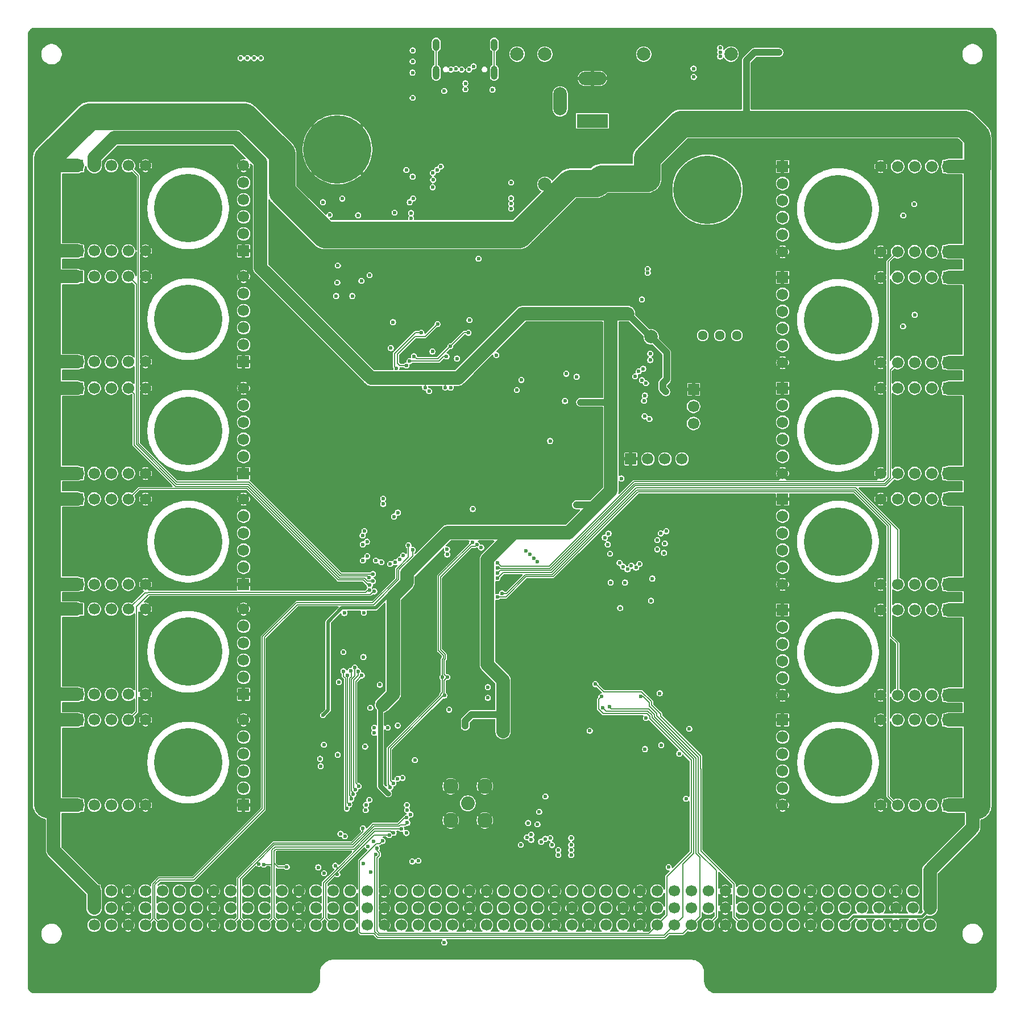
<source format=gbr>
%TF.GenerationSoftware,KiCad,Pcbnew,9.0.2*%
%TF.CreationDate,2025-10-14T11:48:54+02:00*%
%TF.ProjectId,main-board,6d61696e-2d62-46f6-9172-642e6b696361,rev?*%
%TF.SameCoordinates,Original*%
%TF.FileFunction,Copper,L2,Inr*%
%TF.FilePolarity,Positive*%
%FSLAX46Y46*%
G04 Gerber Fmt 4.6, Leading zero omitted, Abs format (unit mm)*
G04 Created by KiCad (PCBNEW 9.0.2) date 2025-10-14 11:48:54*
%MOMM*%
%LPD*%
G01*
G04 APERTURE LIST*
%TA.AperFunction,ComponentPad*%
%ADD10R,1.700000X1.700000*%
%TD*%
%TA.AperFunction,ComponentPad*%
%ADD11C,1.700000*%
%TD*%
%TA.AperFunction,ComponentPad*%
%ADD12C,10.160000*%
%TD*%
%TA.AperFunction,ComponentPad*%
%ADD13C,2.000000*%
%TD*%
%TA.AperFunction,ComponentPad*%
%ADD14R,4.600000X2.000000*%
%TD*%
%TA.AperFunction,ComponentPad*%
%ADD15O,4.200000X2.000000*%
%TD*%
%TA.AperFunction,ComponentPad*%
%ADD16O,2.000000X4.200000*%
%TD*%
%TA.AperFunction,ComponentPad*%
%ADD17C,2.050000*%
%TD*%
%TA.AperFunction,ComponentPad*%
%ADD18C,2.250000*%
%TD*%
%TA.AperFunction,ComponentPad*%
%ADD19C,1.440000*%
%TD*%
%TA.AperFunction,HeatsinkPad*%
%ADD20O,1.000000X2.100000*%
%TD*%
%TA.AperFunction,HeatsinkPad*%
%ADD21O,1.000000X1.800000*%
%TD*%
%TA.AperFunction,ViaPad*%
%ADD22C,0.600000*%
%TD*%
%TA.AperFunction,Conductor*%
%ADD23C,0.200000*%
%TD*%
%TA.AperFunction,Conductor*%
%ADD24C,0.150000*%
%TD*%
%TA.AperFunction,Conductor*%
%ADD25C,2.000000*%
%TD*%
%TA.AperFunction,Conductor*%
%ADD26C,4.000000*%
%TD*%
%TA.AperFunction,Conductor*%
%ADD27C,1.000000*%
%TD*%
%TA.AperFunction,Conductor*%
%ADD28C,0.400000*%
%TD*%
%TA.AperFunction,Conductor*%
%ADD29C,0.750000*%
%TD*%
%TA.AperFunction,Conductor*%
%ADD30C,0.500000*%
%TD*%
G04 APERTURE END LIST*
D10*
%TO.N,5V*%
%TO.C,CG10*%
X240645000Y-94270000D03*
D11*
%TO.N,3V3*%
X238105000Y-94270000D03*
%TO.N,/CG_I2C_SDA_10*%
X235565000Y-94270000D03*
%TO.N,/CG_I2C_SCL_10*%
X233025000Y-94270000D03*
%TO.N,GND*%
X230485000Y-94270000D03*
D10*
%TO.N,5V*%
X240645000Y-106970000D03*
D11*
%TO.N,VDDIO*%
X238105000Y-106970000D03*
%TO.N,-5V*%
X235565000Y-106970000D03*
%TO.N,/EN_CG_10*%
X233025000Y-106970000D03*
%TO.N,GND*%
X230485000Y-106970000D03*
D10*
X215880000Y-94270000D03*
D11*
%TO.N,/Vout_A_10*%
X215880000Y-96810000D03*
X215880000Y-99350000D03*
%TO.N,/Vout_diff_10*%
X215880000Y-101890000D03*
%TO.N,/Vout_B_10*%
X215880000Y-104430000D03*
%TO.N,GND*%
X215880000Y-106970000D03*
D12*
%TO.N,/Vout_A_10*%
X224135000Y-100620000D03*
%TD*%
D10*
%TO.N,5V*%
%TO.C,CG4*%
X110855000Y-90460000D03*
D11*
%TO.N,3V3*%
X113395000Y-90460000D03*
%TO.N,/CG_I2C_SDA_4*%
X115935000Y-90460000D03*
%TO.N,/CG_I2C_SCL_4*%
X118475000Y-90460000D03*
%TO.N,GND*%
X121015000Y-90460000D03*
D10*
%TO.N,5V*%
X110855000Y-77760000D03*
D11*
%TO.N,VDDIO*%
X113395000Y-77760000D03*
%TO.N,-5V*%
X115935000Y-77760000D03*
%TO.N,/EN_CG_4*%
X118475000Y-77760000D03*
%TO.N,GND*%
X121015000Y-77760000D03*
D10*
X135620000Y-90460000D03*
D11*
%TO.N,/Vout_A_4*%
X135620000Y-87920000D03*
X135620000Y-85380000D03*
%TO.N,/Vout_diff_4*%
X135620000Y-82840000D03*
%TO.N,/Vout_B_4*%
X135620000Y-80300000D03*
%TO.N,GND*%
X135620000Y-77760000D03*
D12*
%TO.N,/Vout_A_4*%
X127365000Y-84110000D03*
%TD*%
D10*
%TO.N,5V*%
%TO.C,CG5*%
X110855000Y-73825000D03*
D11*
%TO.N,3V3*%
X113395000Y-73825000D03*
%TO.N,/CG_I2C_SDA_5*%
X115935000Y-73825000D03*
%TO.N,/CG_I2C_SCL_5*%
X118475000Y-73825000D03*
%TO.N,GND*%
X121015000Y-73825000D03*
D10*
%TO.N,5V*%
X110855000Y-61125000D03*
D11*
%TO.N,VDDIO*%
X113395000Y-61125000D03*
%TO.N,-5V*%
X115935000Y-61125000D03*
%TO.N,/EN_CG_5*%
X118475000Y-61125000D03*
%TO.N,GND*%
X121015000Y-61125000D03*
D10*
X135620000Y-73825000D03*
D11*
%TO.N,/Vout_A_5*%
X135620000Y-71285000D03*
X135620000Y-68745000D03*
%TO.N,/Vout_diff_5*%
X135620000Y-66205000D03*
%TO.N,/Vout_B_5*%
X135620000Y-63665000D03*
%TO.N,GND*%
X135620000Y-61125000D03*
D12*
%TO.N,/Vout_A_5*%
X127365000Y-67475000D03*
%TD*%
D10*
%TO.N,5V*%
%TO.C,CG6*%
X110855000Y-57315000D03*
D11*
%TO.N,3V3*%
X113395000Y-57315000D03*
%TO.N,/CG_I2C_SDA_6*%
X115935000Y-57315000D03*
%TO.N,/CG_I2C_SCL_6*%
X118475000Y-57315000D03*
%TO.N,GND*%
X121015000Y-57315000D03*
D10*
%TO.N,5V*%
X110855000Y-44615000D03*
D11*
%TO.N,VDDIO*%
X113395000Y-44615000D03*
%TO.N,-5V*%
X115935000Y-44615000D03*
%TO.N,/EN_CG_6*%
X118475000Y-44615000D03*
%TO.N,GND*%
X121015000Y-44615000D03*
D10*
X135620000Y-57315000D03*
D11*
%TO.N,/Vout_A_6*%
X135620000Y-54775000D03*
X135620000Y-52235000D03*
%TO.N,/Vout_diff_6*%
X135620000Y-49695000D03*
%TO.N,/Vout_B_6*%
X135620000Y-47155000D03*
%TO.N,GND*%
X135620000Y-44615000D03*
D12*
%TO.N,/Vout_A_6*%
X127365000Y-50965000D03*
%TD*%
D10*
%TO.N,5V*%
%TO.C,CG11*%
X240645000Y-110780000D03*
D11*
%TO.N,3V3*%
X238105000Y-110780000D03*
%TO.N,/CG_I2C_SDA_11*%
X235565000Y-110780000D03*
%TO.N,/CG_I2C_SCL_11*%
X233025000Y-110780000D03*
%TO.N,GND*%
X230485000Y-110780000D03*
D10*
%TO.N,5V*%
X240645000Y-123480000D03*
D11*
%TO.N,VDDIO*%
X238105000Y-123480000D03*
%TO.N,-5V*%
X235565000Y-123480000D03*
%TO.N,/EN_CG_11*%
X233025000Y-123480000D03*
%TO.N,GND*%
X230485000Y-123480000D03*
D10*
X215880000Y-110780000D03*
D11*
%TO.N,/Vout_A_11*%
X215880000Y-113320000D03*
X215880000Y-115860000D03*
%TO.N,/Vout_diff_11*%
X215880000Y-118400000D03*
%TO.N,/Vout_B_11*%
X215880000Y-120940000D03*
%TO.N,GND*%
X215880000Y-123480000D03*
D12*
%TO.N,/Vout_A_11*%
X224135000Y-117130000D03*
%TD*%
D10*
%TO.N,5V*%
%TO.C,CG7*%
X240645000Y-44740000D03*
D11*
%TO.N,3V3*%
X238105000Y-44740000D03*
%TO.N,/CG_I2C_SDA_7*%
X235565000Y-44740000D03*
%TO.N,/CG_I2C_SCL_7*%
X233025000Y-44740000D03*
%TO.N,GND*%
X230485000Y-44740000D03*
D10*
%TO.N,5V*%
X240645000Y-57440000D03*
D11*
%TO.N,VDDIO*%
X238105000Y-57440000D03*
%TO.N,-5V*%
X235565000Y-57440000D03*
%TO.N,/EN_CG_7*%
X233025000Y-57440000D03*
%TO.N,GND*%
X230485000Y-57440000D03*
D10*
X215880000Y-44740000D03*
D11*
%TO.N,/Vout_A_7*%
X215880000Y-47280000D03*
X215880000Y-49820000D03*
%TO.N,/Vout_diff_7*%
X215880000Y-52360000D03*
%TO.N,/Vout_B_7*%
X215880000Y-54900000D03*
%TO.N,GND*%
X215880000Y-57440000D03*
D12*
%TO.N,/Vout_A_7*%
X224135000Y-51090000D03*
%TD*%
D13*
%TO.N,/VEXT*%
%TO.C,TP5*%
X180475000Y-28000000D03*
%TD*%
D14*
%TO.N,/VEXT*%
%TO.C,J47*%
X187560000Y-37940000D03*
D15*
%TO.N,GND*%
X187560000Y-31640000D03*
D16*
%TO.N,N/C*%
X182760000Y-35040000D03*
%TD*%
D17*
%TO.N,/CLOCK*%
%TO.C,J7*%
X169010000Y-139585001D03*
D18*
%TO.N,GND*%
X166470000Y-137045002D03*
X166470001Y-142125001D03*
X171549999Y-137045001D03*
X171550000Y-142125000D03*
%TD*%
D10*
%TO.N,5V*%
%TO.C,U23*%
X113376000Y-152657455D03*
D11*
%TO.N,3V3*%
X115916000Y-152657455D03*
%TO.N,GND*%
X118456000Y-152657455D03*
%TO.N,/Vout_diff_1*%
X120996000Y-152657455D03*
%TO.N,/Vout_A_1*%
X123536000Y-152657455D03*
%TO.N,/Vout_A_2*%
X126076000Y-152657455D03*
%TO.N,/Vout_diff_2*%
X128616000Y-152657455D03*
%TO.N,GND*%
X131156000Y-152657455D03*
%TO.N,/Vout_diff_3*%
X133696000Y-152657455D03*
%TO.N,/Vout_A_3*%
X136236000Y-152657455D03*
%TO.N,/Vout_A_4*%
X138776000Y-152657455D03*
%TO.N,/Vout_diff_4*%
X141316000Y-152657455D03*
%TO.N,GND*%
X143856000Y-152657455D03*
%TO.N,/Vout_diff_5*%
X146396000Y-152657455D03*
%TO.N,/Vout_A_5*%
X148936000Y-152657455D03*
%TO.N,/Vout_A_6*%
X151476000Y-152657455D03*
%TO.N,/Vout_diff_6*%
X154016000Y-152657455D03*
%TO.N,GND*%
X156556000Y-152657455D03*
%TO.N,/GPIO_22*%
X159096000Y-152657455D03*
%TO.N,/GPIO_21*%
X161636000Y-152657455D03*
%TO.N,/GPIO_20*%
X164176000Y-152657455D03*
%TO.N,-5V*%
X166716000Y-152657455D03*
%TO.N,GND*%
X169256000Y-152657455D03*
X171796000Y-152657455D03*
%TO.N,/CLK3*%
X174336000Y-152657455D03*
%TO.N,/CLK2*%
X176876000Y-152657455D03*
%TO.N,VDDIO*%
X179416000Y-152657455D03*
%TO.N,GND*%
X181956000Y-152657455D03*
%TO.N,/GPIO_19*%
X184496000Y-152657455D03*
%TO.N,/GPIO_18*%
X187036000Y-152657455D03*
%TO.N,/GPIO_17*%
X189576000Y-152657455D03*
%TO.N,/GPIO_16*%
X192116000Y-152657455D03*
%TO.N,GND*%
X194656000Y-152657455D03*
%TO.N,/Vout_diff_7*%
X197196000Y-152657455D03*
%TO.N,/Vout_A_7*%
X199736000Y-152657455D03*
%TO.N,/Vout_A_8*%
X202276000Y-152657455D03*
%TO.N,/Vout_diff_8*%
X204816000Y-152657455D03*
%TO.N,GND*%
X207356000Y-152657455D03*
%TO.N,/Vout_diff_9*%
X209896000Y-152657455D03*
%TO.N,/Vout_A_9*%
X212436000Y-152657455D03*
%TO.N,/Vout_A_10*%
X214976000Y-152657455D03*
%TO.N,/Vout_diff_10*%
X217516000Y-152657455D03*
%TO.N,GND*%
X220056000Y-152657455D03*
%TO.N,/Vout_diff_11*%
X222596000Y-152657455D03*
%TO.N,/Vout_A_11*%
X225136000Y-152657455D03*
%TO.N,/Vout_A_12*%
X227676000Y-152657455D03*
%TO.N,/Vout_diff_12*%
X230216000Y-152657455D03*
%TO.N,GND*%
X232756000Y-152657455D03*
%TO.N,3V3*%
X235296000Y-152657455D03*
%TO.N,5V*%
X237836000Y-152657455D03*
X113376000Y-155197455D03*
%TO.N,3V3*%
X115916000Y-155197455D03*
%TO.N,GND*%
X118456000Y-155197455D03*
%TO.N,/Vout_B_1*%
X120996000Y-155197455D03*
%TO.N,/Vout_A_1*%
X123536000Y-155197455D03*
%TO.N,/Vout_A_2*%
X126076000Y-155197455D03*
%TO.N,/Vout_B_2*%
X128616000Y-155197455D03*
%TO.N,GND*%
X131156000Y-155197455D03*
%TO.N,/Vout_B_3*%
X133696000Y-155197455D03*
%TO.N,/Vout_A_3*%
X136236000Y-155197455D03*
%TO.N,/Vout_A_4*%
X138776000Y-155197455D03*
%TO.N,/Vout_B_4*%
X141316000Y-155197455D03*
%TO.N,GND*%
X143856000Y-155197455D03*
%TO.N,/Vout_B_5*%
X146396000Y-155197455D03*
%TO.N,/Vout_A_5*%
X148936000Y-155197455D03*
%TO.N,/Vout_A_6*%
X151476000Y-155197455D03*
%TO.N,/Vout_B_6*%
X154016000Y-155197455D03*
%TO.N,GND*%
X156556000Y-155197455D03*
%TO.N,/CHEEP-CONNECTOR/SPI_FLASH.SCK*%
X159096000Y-155197455D03*
%TO.N,/CHEEP-CONNECTOR/SPI_FLASH.SD0*%
X161636000Y-155197455D03*
%TO.N,/CHEEP-CONNECTOR/SPI_FLASH.SD2*%
X164176000Y-155197455D03*
%TO.N,/CHEEP-CONNECTOR/UART.RX*%
X166716000Y-155197455D03*
%TO.N,GND*%
X169256000Y-155197455D03*
%TO.N,/CHEEP-CONNECTOR/JTAG.TCK*%
X171796000Y-155197455D03*
%TO.N,/CHEEP-CONNECTOR/JTAG.TMS*%
X174336000Y-155197455D03*
%TO.N,/nRST*%
X176876000Y-155197455D03*
%TO.N,/BOOT_SEL*%
X179416000Y-155197455D03*
%TO.N,GND*%
X181956000Y-155197455D03*
X184496000Y-155197455D03*
%TO.N,/EXIT_VALID*%
X187036000Y-155197455D03*
%TO.N,/EXIT_VALUE*%
X189576000Y-155197455D03*
%TO.N,GND*%
X192116000Y-155197455D03*
X194656000Y-155197455D03*
%TO.N,/Vout_B_7*%
X197196000Y-155197455D03*
%TO.N,/Vout_A_7*%
X199736000Y-155197455D03*
%TO.N,/Vout_A_8*%
X202276000Y-155197455D03*
%TO.N,/Vout_B_8*%
X204816000Y-155197455D03*
%TO.N,GND*%
X207356000Y-155197455D03*
%TO.N,/Vout_B_9*%
X209896000Y-155197455D03*
%TO.N,/Vout_A_9*%
X212436000Y-155197455D03*
%TO.N,/Vout_A_10*%
X214976000Y-155197455D03*
%TO.N,/Vout_B_10*%
X217516000Y-155197455D03*
%TO.N,GND*%
X220056000Y-155197455D03*
%TO.N,/Vout_B_11*%
X222596000Y-155197455D03*
%TO.N,/Vout_A_11*%
X225136000Y-155197455D03*
%TO.N,/Vout_A_12*%
X227676000Y-155197455D03*
%TO.N,/Vout_B_12*%
X230216000Y-155197455D03*
%TO.N,GND*%
X232756000Y-155197455D03*
%TO.N,3V3*%
X235296000Y-155197455D03*
%TO.N,5V*%
X237836000Y-155197455D03*
%TO.N,VDDIO*%
X113376000Y-157737455D03*
%TO.N,-5V*%
X115916000Y-157737455D03*
%TO.N,GND*%
X118456000Y-157737455D03*
%TO.N,/CHEEP-CONNECTOR/CHEEP_I2C.SCL*%
X120996000Y-157737455D03*
%TO.N,/CHEEP-CONNECTOR/CHEEP_I2C.SDA*%
X123536000Y-157737455D03*
%TO.N,N/C*%
X126076000Y-157737455D03*
X128616000Y-157737455D03*
%TO.N,GND*%
X131156000Y-157737455D03*
%TO.N,/GPIO_15*%
X133696000Y-157737455D03*
%TO.N,/GPIO_playground/GPIO.PB_3*%
X136236000Y-157737455D03*
%TO.N,/GPIO_playground/GPIO.PB_2*%
X138776000Y-157737455D03*
%TO.N,/GPIO_playground/GPIO.PB_1*%
X141316000Y-157737455D03*
%TO.N,GND*%
X143856000Y-157737455D03*
%TO.N,/GPIO_playground/GPIO.SW_4*%
X146396000Y-157737455D03*
%TO.N,/GPIO_playground/GPIO.SW_3*%
X148936000Y-157737455D03*
%TO.N,/GPIO_playground/GPIO.SW_2*%
X151476000Y-157737455D03*
%TO.N,/GPIO_playground/GPIO.SW_1*%
X154016000Y-157737455D03*
%TO.N,GND*%
X156556000Y-157737455D03*
%TO.N,/CHEEP-CONNECTOR/SPI_FLASH.CS0*%
X159096000Y-157737455D03*
%TO.N,/CHEEP-CONNECTOR/SPI_FLASH.SD1*%
X161636000Y-157737455D03*
%TO.N,/CHEEP-CONNECTOR/SPI_FLASH.SD3*%
X164176000Y-157737455D03*
%TO.N,/CHEEP-CONNECTOR/UART.TX*%
X166716000Y-157737455D03*
%TO.N,GND*%
X169256000Y-157737455D03*
%TO.N,/CHEEP-CONNECTOR/JTAG.TDO*%
X171796000Y-157737455D03*
%TO.N,/CHEEP-CONNECTOR/JTAG.TDI*%
X174336000Y-157737455D03*
%TO.N,/CHEEP-CONNECTOR/JTAG.TRST*%
X176876000Y-157737455D03*
%TO.N,/EXEC_FLASH*%
X179416000Y-157737455D03*
%TO.N,GND*%
X181956000Y-157737455D03*
%TO.N,/CLOCK*%
X184496000Y-157737455D03*
%TO.N,GND*%
X187036000Y-157737455D03*
%TO.N,VDDIO*%
X189576000Y-157737455D03*
%TO.N,/CLK32K*%
X192116000Y-157737455D03*
%TO.N,GND*%
X194656000Y-157737455D03*
%TO.N,/GPIO_playground/GPIO.LED_G_1*%
X197196000Y-157737455D03*
%TO.N,/GPIO_playground/GPIO.LED_R_1*%
X199736000Y-157737455D03*
%TO.N,/GPIO_playground/GPIO.LED_G_2*%
X202276000Y-157737455D03*
%TO.N,/GPIO_playground/GPIO.LED_R_2*%
X204816000Y-157737455D03*
%TO.N,GND*%
X207356000Y-157737455D03*
%TO.N,/GPIO_playground/GPIO.LED_B_1*%
X209896000Y-157737455D03*
%TO.N,/GPIO_2*%
X212436000Y-157737455D03*
%TO.N,/GPIO_1*%
X214976000Y-157737455D03*
%TO.N,/GPIO_0*%
X217516000Y-157737455D03*
%TO.N,GND*%
X220056000Y-157737455D03*
%TO.N,3V3*%
X222596000Y-157737455D03*
%TO.N,5V*%
X225136000Y-157737455D03*
%TO.N,-5V*%
X227676000Y-157737455D03*
%TO.N,N/C*%
X230216000Y-157737455D03*
%TO.N,GND*%
X232756000Y-157737455D03*
%TO.N,-5V*%
X235296000Y-157737455D03*
%TO.N,VDDIO*%
X237836000Y-157737455D03*
%TD*%
D10*
%TO.N,5V*%
%TO.C,CG2*%
X110855000Y-123355000D03*
D11*
%TO.N,3V3*%
X113395000Y-123355000D03*
%TO.N,/CG_I2C_SDA_2*%
X115935000Y-123355000D03*
%TO.N,/CG_I2C_SCL_2*%
X118475000Y-123355000D03*
%TO.N,GND*%
X121015000Y-123355000D03*
D10*
%TO.N,5V*%
X110855000Y-110655000D03*
D11*
%TO.N,VDDIO*%
X113395000Y-110655000D03*
%TO.N,-5V*%
X115935000Y-110655000D03*
%TO.N,/EN_CG_2*%
X118475000Y-110655000D03*
%TO.N,GND*%
X121015000Y-110655000D03*
D10*
X135620000Y-123355000D03*
D11*
%TO.N,/Vout_A_2*%
X135620000Y-120815000D03*
X135620000Y-118275000D03*
%TO.N,/Vout_diff_2*%
X135620000Y-115735000D03*
%TO.N,/Vout_B_2*%
X135620000Y-113195000D03*
%TO.N,GND*%
X135620000Y-110655000D03*
D12*
%TO.N,/Vout_A_2*%
X127365000Y-117005000D03*
%TD*%
D10*
%TO.N,5V*%
%TO.C,CG9*%
X240645000Y-77760000D03*
D11*
%TO.N,3V3*%
X238105000Y-77760000D03*
%TO.N,/CG_I2C_SDA_9*%
X235565000Y-77760000D03*
%TO.N,/CG_I2C_SCL_9*%
X233025000Y-77760000D03*
%TO.N,GND*%
X230485000Y-77760000D03*
D10*
%TO.N,5V*%
X240645000Y-90460000D03*
D11*
%TO.N,VDDIO*%
X238105000Y-90460000D03*
%TO.N,-5V*%
X235565000Y-90460000D03*
%TO.N,/EN_CG_9*%
X233025000Y-90460000D03*
%TO.N,GND*%
X230485000Y-90460000D03*
D10*
X215880000Y-77760000D03*
D11*
%TO.N,/Vout_A_9*%
X215880000Y-80300000D03*
X215880000Y-82840000D03*
%TO.N,/Vout_diff_9*%
X215880000Y-85380000D03*
%TO.N,/Vout_B_9*%
X215880000Y-87920000D03*
%TO.N,GND*%
X215880000Y-90460000D03*
D12*
%TO.N,/Vout_A_9*%
X224135000Y-84110000D03*
%TD*%
%TO.N,GND*%
%TO.C,J2*%
X149590000Y-42200000D03*
%TD*%
D10*
%TO.N,GND*%
%TO.C,J3*%
X193278000Y-88301000D03*
D11*
%TO.N,/I2C_expander/SCL_EXT*%
X195818000Y-88301000D03*
%TO.N,/I2C_expander/SDA_EXT*%
X198358000Y-88301000D03*
%TO.N,3V3*%
X200898000Y-88301000D03*
%TD*%
D10*
%TO.N,GND*%
%TO.C,J73*%
X202630000Y-77940000D03*
D11*
%TO.N,/CHEEP-CONNECTOR/UART.RX*%
X202630000Y-80480000D03*
%TO.N,/CHEEP-CONNECTOR/UART.TX*%
X202630000Y-83020000D03*
%TD*%
D10*
%TO.N,5V*%
%TO.C,CG12*%
X240649000Y-127163000D03*
D11*
%TO.N,3V3*%
X238109000Y-127163000D03*
%TO.N,/CG_I2C_SDA_12*%
X235569000Y-127163000D03*
%TO.N,/CG_I2C_SCL_12*%
X233029000Y-127163000D03*
%TO.N,GND*%
X230489000Y-127163000D03*
D10*
%TO.N,5V*%
X240649000Y-139863000D03*
D11*
%TO.N,VDDIO*%
X238109000Y-139863000D03*
%TO.N,-5V*%
X235569000Y-139863000D03*
%TO.N,/EN_CG_12*%
X233029000Y-139863000D03*
%TO.N,GND*%
X230489000Y-139863000D03*
D10*
X215884000Y-127163000D03*
D11*
%TO.N,/Vout_A_12*%
X215884000Y-129703000D03*
X215884000Y-132243000D03*
%TO.N,/Vout_diff_12*%
X215884000Y-134783000D03*
%TO.N,/Vout_B_12*%
X215884000Y-137323000D03*
%TO.N,GND*%
X215884000Y-139863000D03*
D12*
%TO.N,/Vout_A_12*%
X224139000Y-133513000D03*
%TD*%
D19*
%TO.N,Net-(J9-Pin_1)*%
%TO.C,RV1*%
X204000000Y-69900000D03*
%TO.N,Net-(R69-Pad1)*%
X206540000Y-69900000D03*
%TO.N,unconnected-(RV1-Pad3)*%
X209080000Y-69900000D03*
%TD*%
D13*
%TO.N,3V3*%
%TO.C,TP3*%
X195200000Y-28000000D03*
%TD*%
D12*
%TO.N,/VEXT*%
%TO.C,J66*%
X204700000Y-48200000D03*
%TD*%
D13*
%TO.N,VDDIO*%
%TO.C,TP6*%
X196300000Y-70100000D03*
%TD*%
D10*
%TO.N,5V*%
%TO.C,CG8*%
X240645000Y-61250000D03*
D11*
%TO.N,3V3*%
X238105000Y-61250000D03*
%TO.N,/CG_I2C_SDA_8*%
X235565000Y-61250000D03*
%TO.N,/CG_I2C_SCL_8*%
X233025000Y-61250000D03*
%TO.N,GND*%
X230485000Y-61250000D03*
D10*
%TO.N,5V*%
X240645000Y-73950000D03*
D11*
%TO.N,VDDIO*%
X238105000Y-73950000D03*
%TO.N,-5V*%
X235565000Y-73950000D03*
%TO.N,/EN_CG_8*%
X233025000Y-73950000D03*
%TO.N,GND*%
X230485000Y-73950000D03*
D10*
X215880000Y-61250000D03*
D11*
%TO.N,/Vout_A_8*%
X215880000Y-63790000D03*
X215880000Y-66330000D03*
%TO.N,/Vout_diff_8*%
X215880000Y-68870000D03*
%TO.N,/Vout_B_8*%
X215880000Y-71410000D03*
%TO.N,GND*%
X215880000Y-73950000D03*
D12*
%TO.N,/Vout_A_8*%
X224135000Y-67600000D03*
%TD*%
D20*
%TO.N,Net-(J8-SHIELD)*%
%TO.C,J8*%
X172940000Y-30780000D03*
D21*
X172940000Y-26600000D03*
D20*
X164300000Y-30780000D03*
D21*
X164300000Y-26600000D03*
%TD*%
D13*
%TO.N,5V*%
%TO.C,TP2*%
X180500000Y-47400000D03*
%TD*%
D10*
%TO.N,5V*%
%TO.C,CG1*%
X110855000Y-139865000D03*
D11*
%TO.N,3V3*%
X113395000Y-139865000D03*
%TO.N,/CG_I2C_SDA_1*%
X115935000Y-139865000D03*
%TO.N,/CG_I2C_SCL_1*%
X118475000Y-139865000D03*
%TO.N,GND*%
X121015000Y-139865000D03*
D10*
%TO.N,5V*%
X110855000Y-127165000D03*
D11*
%TO.N,VDDIO*%
X113395000Y-127165000D03*
%TO.N,-5V*%
X115935000Y-127165000D03*
%TO.N,/EN_CG_1*%
X118475000Y-127165000D03*
%TO.N,GND*%
X121015000Y-127165000D03*
D10*
X135620000Y-139865000D03*
D11*
%TO.N,/Vout_A_1*%
X135620000Y-137325000D03*
X135620000Y-134785000D03*
%TO.N,/Vout_diff_1*%
X135620000Y-132245000D03*
%TO.N,/Vout_B_1*%
X135620000Y-129705000D03*
%TO.N,GND*%
X135620000Y-127165000D03*
D12*
%TO.N,/Vout_A_1*%
X127365000Y-133515000D03*
%TD*%
D13*
%TO.N,-5V*%
%TO.C,TP1*%
X208200000Y-28000000D03*
%TD*%
%TO.N,/VUSB*%
%TO.C,TP4*%
X176350000Y-28000000D03*
%TD*%
D10*
%TO.N,5V*%
%TO.C,CG3*%
X110855000Y-106970000D03*
D11*
%TO.N,3V3*%
X113395000Y-106970000D03*
%TO.N,/CG_I2C_SDA_3*%
X115935000Y-106970000D03*
%TO.N,/CG_I2C_SCL_3*%
X118475000Y-106970000D03*
%TO.N,GND*%
X121015000Y-106970000D03*
D10*
%TO.N,5V*%
X110855000Y-94270000D03*
D11*
%TO.N,VDDIO*%
X113395000Y-94270000D03*
%TO.N,-5V*%
X115935000Y-94270000D03*
%TO.N,/EN_CG_3*%
X118475000Y-94270000D03*
%TO.N,GND*%
X121015000Y-94270000D03*
D10*
X135620000Y-106970000D03*
D11*
%TO.N,/Vout_A_3*%
X135620000Y-104430000D03*
X135620000Y-101890000D03*
%TO.N,/Vout_diff_3*%
X135620000Y-99350000D03*
%TO.N,/Vout_B_3*%
X135620000Y-96810000D03*
%TO.N,GND*%
X135620000Y-94270000D03*
D12*
%TO.N,/Vout_A_3*%
X127365000Y-100620000D03*
%TD*%
D22*
%TO.N,GND*%
X154670000Y-115860000D03*
X234680000Y-162850000D03*
X162500000Y-149100000D03*
X199120000Y-82840000D03*
X183880000Y-58710000D03*
X115300000Y-162850000D03*
X172450000Y-132370000D03*
X134350000Y-164120000D03*
X195310000Y-150150000D03*
X112760000Y-65060000D03*
X169910000Y-76490000D03*
X159750000Y-150150000D03*
X149590000Y-101890000D03*
X232140000Y-150150000D03*
X148320000Y-80300000D03*
X218170000Y-113320000D03*
X237220000Y-145070000D03*
X120380000Y-119670000D03*
X125460000Y-42200000D03*
X191500000Y-26960000D03*
X120900000Y-52360000D03*
X119110000Y-146340000D03*
X110220000Y-67600000D03*
X244840000Y-165390000D03*
X120900000Y-49820000D03*
X114030000Y-26960000D03*
X200390000Y-100620000D03*
X163000000Y-145150000D03*
X168374695Y-73374695D03*
X162290000Y-113320000D03*
X238490000Y-161580000D03*
X169665805Y-115215195D03*
X131810000Y-164120000D03*
X152214935Y-35798841D03*
X171180000Y-133640000D03*
X204200000Y-162850000D03*
X230870000Y-119670000D03*
X159750000Y-113320000D03*
X145780000Y-80300000D03*
X221980000Y-148880000D03*
X136890000Y-161580000D03*
X143240000Y-82840000D03*
X165600000Y-131600000D03*
X185150000Y-28230000D03*
X228330000Y-143800000D03*
X161100000Y-39900000D03*
X117840000Y-112050000D03*
X159750000Y-91730000D03*
X177530000Y-113320000D03*
X168640000Y-82840000D03*
X235950000Y-54900000D03*
X227060000Y-142530000D03*
X141970000Y-61250000D03*
X117840000Y-114590000D03*
X228330000Y-73950000D03*
X237220000Y-25690000D03*
X116570000Y-129830000D03*
X181340000Y-82840000D03*
X119110000Y-96810000D03*
X163560000Y-112050000D03*
X116570000Y-143800000D03*
X169910000Y-113320000D03*
X148320000Y-82840000D03*
X148320000Y-87920000D03*
X239760000Y-48550000D03*
X185150000Y-86650000D03*
X169700000Y-38750000D03*
X239760000Y-85380000D03*
X125460000Y-109510000D03*
X218170000Y-58710000D03*
X216900000Y-165390000D03*
X162290000Y-86650000D03*
X168850000Y-144250000D03*
X130540000Y-106970000D03*
X167370000Y-145070000D03*
X119110000Y-129830000D03*
X153400000Y-32040000D03*
X149100000Y-124600000D03*
X131810000Y-30770000D03*
X192770000Y-56170000D03*
X149590000Y-66330000D03*
X197850000Y-105700000D03*
X166000000Y-151000000D03*
X120380000Y-112050000D03*
X122920000Y-30770000D03*
X121650000Y-26960000D03*
X199120000Y-104430000D03*
X220710000Y-110780000D03*
X220710000Y-61250000D03*
X144510000Y-79030000D03*
X186420000Y-82840000D03*
X182610000Y-86650000D03*
X108950000Y-26960000D03*
X168557485Y-129057684D03*
X130540000Y-32040000D03*
X244840000Y-30770000D03*
X161020000Y-109510000D03*
X196580000Y-104430000D03*
X195310000Y-53630000D03*
X220710000Y-166660000D03*
X191500000Y-62520000D03*
X228330000Y-122210000D03*
X225790000Y-161580000D03*
X124190000Y-29500000D03*
X230870000Y-100620000D03*
X105140000Y-38390000D03*
X157210000Y-38390000D03*
X234680000Y-59980000D03*
X209280000Y-150150000D03*
X106410000Y-166660000D03*
X144510000Y-58710000D03*
X200390000Y-161580000D03*
X158480000Y-148880000D03*
X124190000Y-164120000D03*
X238490000Y-84110000D03*
X180070000Y-120940000D03*
X130540000Y-42200000D03*
X130540000Y-25690000D03*
X129270000Y-73950000D03*
X181340000Y-68870000D03*
X178800000Y-136180000D03*
X115300000Y-62520000D03*
X115300000Y-165390000D03*
X216900000Y-122210000D03*
X129270000Y-147610000D03*
X122920000Y-126020000D03*
X232140000Y-30770000D03*
X232140000Y-120940000D03*
X199120000Y-114590000D03*
X174990000Y-142530000D03*
X227060000Y-126020000D03*
X173950000Y-150850000D03*
X182610000Y-54900000D03*
X130540000Y-162850000D03*
X173720000Y-117130000D03*
X131810000Y-127290000D03*
X232140000Y-47280000D03*
X138160000Y-32040000D03*
X114030000Y-82840000D03*
X134350000Y-30770000D03*
X114030000Y-161580000D03*
X186175000Y-52150000D03*
X209280000Y-147610000D03*
X164830000Y-84110000D03*
X228330000Y-161580000D03*
X106410000Y-32040000D03*
X145780000Y-75220000D03*
X187690000Y-161580000D03*
X173720000Y-87920000D03*
X126730000Y-164120000D03*
X105140000Y-30770000D03*
X220710000Y-164120000D03*
X182610000Y-59980000D03*
X183880000Y-32040000D03*
X170800000Y-144150000D03*
X112760000Y-70140000D03*
X154670000Y-38390000D03*
X246110000Y-34580000D03*
X157210000Y-161580000D03*
X119110000Y-29500000D03*
X197850000Y-161580000D03*
X165650000Y-148550000D03*
X126730000Y-32040000D03*
X221980000Y-77760000D03*
X181340000Y-71410000D03*
X147050000Y-66330000D03*
X173720000Y-131100000D03*
X183880000Y-90460000D03*
X177530000Y-94270000D03*
X133080000Y-44740000D03*
X133080000Y-109510000D03*
X173720000Y-61250000D03*
X116570000Y-115860000D03*
X239760000Y-145070000D03*
X172450000Y-134910000D03*
X178800000Y-58710000D03*
X241030000Y-103160000D03*
X150860000Y-90460000D03*
X209280000Y-162850000D03*
X192700000Y-82925000D03*
X149590000Y-161580000D03*
X147026000Y-132206536D03*
X163560000Y-117130000D03*
X187690000Y-117130000D03*
X145780000Y-59980000D03*
X147050000Y-79030000D03*
X111490000Y-164120000D03*
X186420000Y-85380000D03*
X229600000Y-80300000D03*
X166100000Y-108240000D03*
X208010000Y-146340000D03*
X108950000Y-164120000D03*
X202930000Y-124750000D03*
X241030000Y-81570000D03*
X129270000Y-43470000D03*
X172450000Y-59980000D03*
X172450000Y-161580000D03*
X238490000Y-52360000D03*
X130540000Y-28230000D03*
X117840000Y-131100000D03*
X120380000Y-131100000D03*
X233410000Y-29500000D03*
X129270000Y-29500000D03*
X148320000Y-77760000D03*
X174800000Y-149550000D03*
X202930000Y-98080000D03*
X139430000Y-161580000D03*
X205470000Y-68870000D03*
X229600000Y-145070000D03*
X121650000Y-129830000D03*
X134350000Y-95540000D03*
X183880000Y-134910000D03*
X168640000Y-132370000D03*
X163560000Y-90460000D03*
X117840000Y-128560000D03*
X106410000Y-164120000D03*
X188960000Y-29500000D03*
X112760000Y-162850000D03*
X227060000Y-165390000D03*
X116570000Y-146340000D03*
X206740000Y-80300000D03*
X218170000Y-105700000D03*
X128000000Y-28230000D03*
X190230000Y-112050000D03*
X120380000Y-128560000D03*
X172450000Y-81570000D03*
X128000000Y-165390000D03*
X218170000Y-110780000D03*
X143240000Y-62520000D03*
X192770000Y-129830000D03*
X232140000Y-134910000D03*
X229600000Y-112050000D03*
X180070000Y-128560000D03*
X157210000Y-43470000D03*
X134350000Y-142530000D03*
X232140000Y-165390000D03*
X201660000Y-99350000D03*
X130540000Y-44740000D03*
X112760000Y-160310000D03*
X122920000Y-105700000D03*
X169700000Y-39500000D03*
X177530000Y-137450000D03*
X227060000Y-77760000D03*
X169910000Y-107797000D03*
X230870000Y-84110000D03*
X228210000Y-29350000D03*
X232140000Y-28230000D03*
X152130000Y-79030000D03*
X172450000Y-76490000D03*
X141970000Y-58710000D03*
X115300000Y-131100000D03*
X221980000Y-142530000D03*
X190230000Y-30770000D03*
X218170000Y-89190000D03*
X168926498Y-100720000D03*
X174990000Y-161580000D03*
X234680000Y-85380000D03*
X234680000Y-71410000D03*
X177530000Y-118400000D03*
X115300000Y-48550000D03*
X172275000Y-47600000D03*
X182610000Y-126020000D03*
X147050000Y-84110000D03*
X168200000Y-27750000D03*
X126730000Y-166660000D03*
X174990000Y-84110000D03*
X155300000Y-58100000D03*
X134350000Y-161580000D03*
X230870000Y-103160000D03*
X218170000Y-103160000D03*
X235950000Y-136180000D03*
X183880000Y-29500000D03*
X235950000Y-58710000D03*
X204200000Y-115860000D03*
X238490000Y-70140000D03*
X152130000Y-76490000D03*
X187690000Y-119670000D03*
X225790000Y-141260000D03*
X219440000Y-128560000D03*
X182610000Y-161580000D03*
X144510000Y-96810000D03*
X192770000Y-150150000D03*
X117840000Y-142530000D03*
X241030000Y-164120000D03*
X144510000Y-76490000D03*
X128000000Y-42200000D03*
X148320000Y-95540000D03*
X145780000Y-105700000D03*
X210550000Y-25690000D03*
X116570000Y-66330000D03*
X112760000Y-117130000D03*
X164500000Y-69100000D03*
X162290000Y-161580000D03*
X171180000Y-75220000D03*
X133080000Y-42200000D03*
X183880000Y-127290000D03*
X135620000Y-162850000D03*
X166100000Y-87920000D03*
X238490000Y-119670000D03*
X126730000Y-147610000D03*
X172450000Y-79030000D03*
X228330000Y-166660000D03*
X218170000Y-79030000D03*
X145780000Y-82840000D03*
X124190000Y-106970000D03*
X234680000Y-147610000D03*
X201660000Y-26960000D03*
X239760000Y-160310000D03*
X186420000Y-26960000D03*
X145780000Y-77760000D03*
X238490000Y-117130000D03*
X242300000Y-25690000D03*
X147050000Y-161580000D03*
X177530000Y-115860000D03*
X239760000Y-118400000D03*
X238490000Y-86650000D03*
X233410000Y-146340000D03*
X185150000Y-128560000D03*
X178800000Y-124750000D03*
X209280000Y-80300000D03*
X219440000Y-106970000D03*
X161020000Y-114590000D03*
X172275000Y-51250000D03*
X239760000Y-165390000D03*
X229600000Y-128560000D03*
X239760000Y-28230000D03*
X185150000Y-148880000D03*
X183880000Y-85380000D03*
X164830000Y-161580000D03*
X155940000Y-34580000D03*
X133080000Y-47280000D03*
X181340000Y-56170000D03*
X206740000Y-165390000D03*
X130540000Y-165390000D03*
X108950000Y-166660000D03*
X171180000Y-63790000D03*
X176260000Y-124750000D03*
X213090000Y-164120000D03*
X172450000Y-96810000D03*
X238490000Y-67600000D03*
X227060000Y-123480000D03*
X167370000Y-81570000D03*
X224520000Y-165390000D03*
X225790000Y-143800000D03*
X227060000Y-59980000D03*
X163560000Y-59980000D03*
X128000000Y-146340000D03*
X230870000Y-166660000D03*
X130540000Y-90460000D03*
X167370000Y-91730000D03*
X229600000Y-47280000D03*
X189220000Y-101970000D03*
X188960000Y-56170000D03*
X121650000Y-104430000D03*
X125460000Y-33310000D03*
X181340000Y-58710000D03*
X119110000Y-148880000D03*
X162290000Y-89190000D03*
X153400000Y-34580000D03*
X152130000Y-84110000D03*
X218170000Y-44740000D03*
X112760000Y-25690000D03*
X210550000Y-166660000D03*
X235950000Y-70140000D03*
X112760000Y-53630000D03*
X154670000Y-28230000D03*
X188960000Y-138720000D03*
X160050000Y-98425000D03*
X205470000Y-71410000D03*
X133080000Y-25690000D03*
X140700000Y-165390000D03*
X147050000Y-63790000D03*
X122920000Y-109510000D03*
X120380000Y-25690000D03*
X203400000Y-112300000D03*
X194040000Y-85380000D03*
X204200000Y-118400000D03*
X218170000Y-63790000D03*
X221980000Y-139990000D03*
X188960000Y-118400000D03*
X121650000Y-166660000D03*
X171140541Y-80319729D03*
X191500000Y-32040000D03*
X238490000Y-166660000D03*
X241030000Y-131100000D03*
X120380000Y-98080000D03*
X112760000Y-28230000D03*
X139430000Y-35850000D03*
X144510000Y-161580000D03*
X159750000Y-161580000D03*
X112760000Y-142530000D03*
X241030000Y-70140000D03*
X177530000Y-128560000D03*
X111490000Y-68870000D03*
X143240000Y-70140000D03*
X218170000Y-73950000D03*
X143240000Y-165390000D03*
X218170000Y-164120000D03*
X111490000Y-161580000D03*
X111490000Y-115860000D03*
X177530000Y-120940000D03*
X218170000Y-98080000D03*
X166100000Y-93000000D03*
X204200000Y-86650000D03*
X162290000Y-108240000D03*
X110220000Y-136180000D03*
X125460000Y-148880000D03*
X128000000Y-162850000D03*
X230870000Y-129830000D03*
X153350000Y-132475000D03*
X199120000Y-136180000D03*
X180070000Y-72680000D03*
X149590000Y-76490000D03*
X241030000Y-26960000D03*
X202930000Y-161580000D03*
X229600000Y-59980000D03*
X148355765Y-100604570D03*
X136890000Y-33310000D03*
X176260000Y-133640000D03*
X107680000Y-162850000D03*
X111490000Y-82840000D03*
X186205628Y-34451508D03*
X121650000Y-143800000D03*
X117840000Y-165390000D03*
X133080000Y-79030000D03*
X185150000Y-131100000D03*
X235950000Y-141260000D03*
X133080000Y-148880000D03*
X112760000Y-84110000D03*
X197850000Y-56170000D03*
X174990000Y-113320000D03*
X230870000Y-146340000D03*
X114030000Y-66330000D03*
X120380000Y-42200000D03*
X129270000Y-123480000D03*
X133080000Y-122210000D03*
X237220000Y-142530000D03*
X172450000Y-129830000D03*
X117840000Y-79030000D03*
X239760000Y-66330000D03*
X120380000Y-147610000D03*
X158480000Y-79030000D03*
X164830000Y-63790000D03*
X126730000Y-161580000D03*
X218170000Y-161580000D03*
X156470000Y-96100000D03*
X191500000Y-136180000D03*
X221980000Y-126020000D03*
X144510000Y-61250000D03*
X234680000Y-150150000D03*
X192770000Y-119670000D03*
X136890000Y-166660000D03*
X229600000Y-87920000D03*
X235950000Y-166660000D03*
X232140000Y-145070000D03*
X230870000Y-161580000D03*
X197200000Y-28550000D03*
X159750000Y-118400000D03*
X228330000Y-110780000D03*
X122920000Y-165390000D03*
X159750000Y-33310000D03*
X108950000Y-29500000D03*
X125460000Y-25690000D03*
X180070000Y-54900000D03*
X120380000Y-165390000D03*
X221980000Y-106970000D03*
X112760000Y-81570000D03*
X107680000Y-165390000D03*
X223250000Y-61250000D03*
X191500000Y-29500000D03*
X219440000Y-122210000D03*
X192770000Y-84110000D03*
X141970000Y-166660000D03*
X238490000Y-164120000D03*
X140700000Y-29500000D03*
X152950000Y-48125000D03*
X116570000Y-164120000D03*
X111490000Y-85380000D03*
X220710000Y-161580000D03*
X233410000Y-166660000D03*
X168640000Y-90460000D03*
X172450000Y-91730000D03*
X153400000Y-37120000D03*
X120380000Y-30770000D03*
X167200000Y-36500000D03*
X239760000Y-162850000D03*
X147026000Y-141100000D03*
X220710000Y-58710000D03*
X150750000Y-141225000D03*
X187690000Y-139990000D03*
X119110000Y-113320000D03*
X167370000Y-59980000D03*
X153831830Y-128081830D03*
X171180000Y-128560000D03*
X241030000Y-98080000D03*
X178800000Y-129830000D03*
X176260000Y-93000000D03*
X133080000Y-54900000D03*
X187685494Y-84088939D03*
X178800000Y-119670000D03*
X115300000Y-142530000D03*
X128000000Y-30770000D03*
X229600000Y-75220000D03*
X164830000Y-117765000D03*
X188900000Y-131200000D03*
X174990000Y-134910000D03*
X174990000Y-71410000D03*
X211650000Y-26200000D03*
X227060000Y-162850000D03*
X241030000Y-32040000D03*
X145801456Y-70148671D03*
X232140000Y-147610000D03*
X125460000Y-30770000D03*
X163800000Y-37100000D03*
X116570000Y-32040000D03*
X171400000Y-149400000D03*
X190230000Y-129830000D03*
X120380000Y-145070000D03*
X238490000Y-26960000D03*
X110220000Y-25690000D03*
X229600000Y-31300000D03*
X208010000Y-164120000D03*
X131810000Y-43470000D03*
X124190000Y-123480000D03*
X155940000Y-119670000D03*
X174990000Y-94270000D03*
X169475000Y-49675000D03*
X178800000Y-114590000D03*
X218170000Y-166660000D03*
X239760000Y-82840000D03*
X234680000Y-33310000D03*
X134350000Y-33310000D03*
X223250000Y-164120000D03*
X178800000Y-71410000D03*
X133080000Y-126020000D03*
X205470000Y-161580000D03*
X229600000Y-120940000D03*
X241030000Y-117130000D03*
X191500000Y-143800000D03*
X180070000Y-37120000D03*
X228330000Y-89190000D03*
X116605124Y-80292516D03*
X235950000Y-146340000D03*
X165750000Y-82100000D03*
X239760000Y-132370000D03*
X194300000Y-121500000D03*
X177530000Y-161580000D03*
X114030000Y-49820000D03*
X221980000Y-90460000D03*
X140700000Y-162850000D03*
X200200000Y-122300000D03*
X161020000Y-134910000D03*
X131810000Y-61250000D03*
X182610000Y-62520000D03*
X216900000Y-162850000D03*
X194040000Y-131100000D03*
X133080000Y-32040000D03*
X234680000Y-142530000D03*
X234680000Y-87920000D03*
X164830000Y-145070000D03*
X181340000Y-61250000D03*
X136890000Y-164120000D03*
X221980000Y-57440000D03*
X204200000Y-113320000D03*
X173720000Y-85380000D03*
X122920000Y-138720000D03*
X237220000Y-53630000D03*
X117840000Y-162850000D03*
X242300000Y-30770000D03*
X173720000Y-143800000D03*
X162290000Y-124750000D03*
X166100000Y-115860000D03*
X174990000Y-91730000D03*
X152130000Y-66330000D03*
X144510000Y-150150000D03*
X208010000Y-76490000D03*
X185400001Y-50184252D03*
X230870000Y-164120000D03*
X227060000Y-106970000D03*
X130540000Y-143800000D03*
X110220000Y-100620000D03*
X178800000Y-117130000D03*
X130540000Y-59980000D03*
X170450000Y-27750000D03*
X164830000Y-143800000D03*
X115300000Y-112050000D03*
X173720000Y-141260000D03*
X239760000Y-68870000D03*
X202930000Y-127290000D03*
X233410000Y-26960000D03*
X163560000Y-114590000D03*
X244840000Y-33310000D03*
X183880000Y-26960000D03*
X116570000Y-161580000D03*
X208010000Y-68870000D03*
X129270000Y-61250000D03*
X181340000Y-53630000D03*
X209280000Y-165390000D03*
X230870000Y-58710000D03*
X180070000Y-89190000D03*
X185150000Y-62520000D03*
X121650000Y-32040000D03*
X230870000Y-148880000D03*
X171700000Y-145350000D03*
X169700000Y-44000000D03*
X166100000Y-82840000D03*
X140592627Y-54885615D03*
X120380000Y-162850000D03*
X141931545Y-35829270D03*
X131810000Y-123480000D03*
X139430000Y-166660000D03*
X139430000Y-164120000D03*
X122920000Y-162850000D03*
X117840000Y-65060000D03*
X139430000Y-33310000D03*
X171180000Y-82840000D03*
X204166368Y-72634114D03*
X213090000Y-161580000D03*
X213090000Y-166660000D03*
X115300000Y-79030000D03*
X241030000Y-65060000D03*
X169910000Y-81570000D03*
X186420000Y-90460000D03*
X218170000Y-95540000D03*
X110220000Y-117130000D03*
X117840000Y-62520000D03*
X154670000Y-113320000D03*
X228200000Y-32850000D03*
X239760000Y-99350000D03*
X202930000Y-28230000D03*
X180070000Y-81570000D03*
X192770000Y-63790000D03*
X112760000Y-103160000D03*
X144510000Y-81570000D03*
X148320000Y-67600000D03*
X169550000Y-145750000D03*
X238490000Y-100620000D03*
X144510000Y-38390000D03*
X194040000Y-118400000D03*
X180070000Y-70140000D03*
X112760000Y-67600000D03*
X166100000Y-113320000D03*
X120900000Y-54900000D03*
X233410000Y-58710000D03*
X163560000Y-109510000D03*
X125460000Y-162850000D03*
X110220000Y-84110000D03*
X125460000Y-90460000D03*
X238490000Y-133640000D03*
X174990000Y-132370000D03*
X241030000Y-100620000D03*
X145780000Y-95540000D03*
X163560000Y-119670000D03*
X219440000Y-126020000D03*
X171180000Y-90460000D03*
X225790000Y-166660000D03*
X164830000Y-139990000D03*
X202930000Y-119670000D03*
X223250000Y-141260000D03*
X191500000Y-146340000D03*
X235950000Y-143800000D03*
X167370000Y-84110000D03*
X130540000Y-57440000D03*
X225790000Y-127290000D03*
X169910000Y-86650000D03*
X145780000Y-165390000D03*
X195310000Y-117130000D03*
X133080000Y-165390000D03*
X136890000Y-30770000D03*
X185150000Y-81570000D03*
X134350000Y-103160000D03*
X186420000Y-87920000D03*
X117840000Y-145070000D03*
X190230000Y-145070000D03*
X161610000Y-37387138D03*
X220710000Y-150150000D03*
X117840000Y-98080000D03*
X195310000Y-112050000D03*
X202930000Y-122210000D03*
X218170000Y-141260000D03*
X233410000Y-141260000D03*
X155940000Y-32040000D03*
X110220000Y-81570000D03*
X223250000Y-73950000D03*
X176260000Y-90460000D03*
X223250000Y-110780000D03*
X189219924Y-102690008D03*
X195310000Y-161580000D03*
X176260000Y-122210000D03*
X232140000Y-33310000D03*
X246188282Y-166614035D03*
X206740000Y-82840000D03*
X232140000Y-49820000D03*
X116570000Y-82840000D03*
X140700000Y-52360000D03*
X122920000Y-73950000D03*
X143240000Y-54900000D03*
X141970000Y-161580000D03*
X202930000Y-114590000D03*
X115300000Y-30770000D03*
X209280000Y-82840000D03*
X202930000Y-95540000D03*
X122920000Y-59980000D03*
X225790000Y-110780000D03*
X169910000Y-161580000D03*
X117840000Y-25690000D03*
X110220000Y-133640000D03*
X171180000Y-95540000D03*
X165592000Y-45248000D03*
X186420000Y-29500000D03*
X157000000Y-74800000D03*
X147050000Y-71410000D03*
X126730000Y-29500000D03*
X119110000Y-164120000D03*
X110220000Y-30770000D03*
X149590000Y-79030000D03*
X110220000Y-114590000D03*
X154754935Y-35798841D03*
X139430000Y-30770000D03*
X116570000Y-96810000D03*
X234680000Y-104430000D03*
X187690000Y-62520000D03*
X185150000Y-89190000D03*
X215350000Y-26200000D03*
X125460000Y-126020000D03*
X195600000Y-56500000D03*
X197850000Y-112050000D03*
X112760000Y-100620000D03*
X171180000Y-87920000D03*
X153400000Y-26960000D03*
X116570000Y-29500000D03*
X230870000Y-29500000D03*
X120380000Y-105700000D03*
X224520000Y-109510000D03*
X134350000Y-105700000D03*
X121650000Y-46010000D03*
X138160000Y-34580000D03*
X143240000Y-80300000D03*
X174990000Y-139990000D03*
X237220000Y-101890000D03*
X158480000Y-81570000D03*
X162290000Y-61250000D03*
X238490000Y-146340000D03*
X221980000Y-165390000D03*
X145780000Y-37120000D03*
X173720000Y-90460000D03*
X161020000Y-136180000D03*
X120380000Y-133640000D03*
X246110000Y-161580000D03*
X174942166Y-81578375D03*
X194040000Y-148880000D03*
X124190000Y-161580000D03*
X133080000Y-72680000D03*
X238490000Y-131100000D03*
X172450000Y-94270000D03*
X125460000Y-57440000D03*
X237220000Y-162850000D03*
X167751398Y-118908000D03*
X228330000Y-46010000D03*
X128000000Y-59980000D03*
X172450000Y-41565000D03*
X153400000Y-77760000D03*
X134350000Y-147610000D03*
X159100000Y-138100000D03*
X182610000Y-131100000D03*
X209280000Y-75220000D03*
X173720000Y-114590000D03*
X202930000Y-117130000D03*
X140700000Y-37120000D03*
X154670000Y-134910000D03*
X157150000Y-46275000D03*
X180070000Y-123480000D03*
X105140000Y-33310000D03*
X219440000Y-62520000D03*
X158480000Y-32040000D03*
X145780000Y-162850000D03*
X185150000Y-84110000D03*
X157210000Y-33310000D03*
X133080000Y-128560000D03*
X183880000Y-53630000D03*
X234680000Y-68870000D03*
X191500000Y-57440000D03*
X204200000Y-104430000D03*
X153400000Y-85380000D03*
X153400000Y-29500000D03*
X157210000Y-85380000D03*
X122920000Y-142530000D03*
X152130000Y-86650000D03*
X160999116Y-62466397D03*
X162950000Y-82150000D03*
X108950000Y-34580000D03*
X214360000Y-165390000D03*
X161425000Y-146275000D03*
X190230000Y-33310000D03*
X140700000Y-32040000D03*
X241030000Y-67600000D03*
X180070000Y-161580000D03*
X173720000Y-58710000D03*
X204200000Y-99350000D03*
X196580000Y-54900000D03*
X144510000Y-166660000D03*
X166100000Y-90460000D03*
X233410000Y-148880000D03*
X176260000Y-127290000D03*
X111490000Y-132370000D03*
X220710000Y-44740000D03*
X167450000Y-44000000D03*
X220710000Y-73950000D03*
X209280000Y-72680000D03*
X133080000Y-104430000D03*
X131810000Y-166660000D03*
X227060000Y-145070000D03*
X134350000Y-166660000D03*
X133080000Y-96810000D03*
X128000000Y-109510000D03*
X206740000Y-162850000D03*
X230870000Y-133640000D03*
X227060000Y-44740000D03*
X152625000Y-59450000D03*
X167370000Y-86650000D03*
X168640000Y-87920000D03*
X241030000Y-119670000D03*
X168950000Y-27750000D03*
X133080000Y-106970000D03*
X155940000Y-114590000D03*
X241030000Y-84110000D03*
X129270000Y-26960000D03*
X159750000Y-120940000D03*
X143240000Y-72680000D03*
X200390000Y-112050000D03*
X171180000Y-93000000D03*
X190230000Y-137450000D03*
X180070000Y-75220000D03*
X233410000Y-161580000D03*
X243570000Y-32040000D03*
X202930000Y-103160000D03*
X235950000Y-26960000D03*
X183880000Y-63790000D03*
X177530000Y-134910000D03*
X149590000Y-35850000D03*
X106410000Y-37120000D03*
X220710000Y-127290000D03*
X169910000Y-84110000D03*
X190230000Y-28230000D03*
X174600000Y-107500000D03*
X126730000Y-123480000D03*
X122920000Y-25690000D03*
X122920000Y-145070000D03*
X159750000Y-115860000D03*
X167450000Y-27750000D03*
X188972907Y-49584026D03*
X129270000Y-77760000D03*
X125460000Y-142530000D03*
X121650000Y-137450000D03*
X204200000Y-101890000D03*
X112760000Y-33310000D03*
X205470000Y-73950000D03*
X218170000Y-81570000D03*
X241030000Y-166660000D03*
X129270000Y-110780000D03*
X166700000Y-35750000D03*
X244840000Y-162850000D03*
X176260000Y-119670000D03*
X143240000Y-29500000D03*
X235950000Y-32040000D03*
X237220000Y-165390000D03*
X187690000Y-73950000D03*
X121650000Y-120940000D03*
X157210000Y-35850000D03*
X187200257Y-44720000D03*
X182610000Y-81570000D03*
X157210000Y-82840000D03*
X241030000Y-143800000D03*
X141970000Y-30770000D03*
X232140000Y-142530000D03*
X185150000Y-33310000D03*
X174990000Y-115860000D03*
X155940000Y-44740000D03*
X208010000Y-73950000D03*
X224520000Y-126020000D03*
X228330000Y-127290000D03*
X160350000Y-44125000D03*
X228330000Y-141260000D03*
X128000000Y-57440000D03*
X144510000Y-71410000D03*
X166700000Y-35000000D03*
X200390000Y-120940000D03*
X114030000Y-143800000D03*
X148320000Y-65060000D03*
X143240000Y-75220000D03*
X154400000Y-121750000D03*
X183880000Y-87920000D03*
X131810000Y-73950000D03*
X161020000Y-112050000D03*
X112760000Y-119670000D03*
X124190000Y-94270000D03*
X211820000Y-162850000D03*
X143240000Y-162850000D03*
X218170000Y-120940000D03*
X162290000Y-115860000D03*
X187690000Y-57440000D03*
X110220000Y-119670000D03*
X168640000Y-80300000D03*
X185150000Y-71410000D03*
X232140000Y-71410000D03*
X178800000Y-122210000D03*
X143240000Y-39660000D03*
X239760000Y-53630000D03*
X112760000Y-136180000D03*
X149590000Y-81570000D03*
X125460000Y-28230000D03*
X140700000Y-34580000D03*
X144510000Y-35850000D03*
X105140000Y-35850000D03*
X206740000Y-25690000D03*
X186420000Y-150150000D03*
X133080000Y-90460000D03*
X219440000Y-142530000D03*
X225790000Y-164120000D03*
X235950000Y-161580000D03*
X110220000Y-65060000D03*
X194040000Y-115860000D03*
X161020000Y-124750000D03*
X200390000Y-84110000D03*
X124190000Y-143800000D03*
X232140000Y-25690000D03*
X164250000Y-150350000D03*
X219440000Y-72680000D03*
X196580000Y-136180000D03*
X220710000Y-141260000D03*
X188960000Y-120940000D03*
X143240000Y-67600000D03*
X130540000Y-94270000D03*
X232140000Y-162850000D03*
X195310000Y-114590000D03*
X122920000Y-44740000D03*
X152130000Y-161580000D03*
X169700000Y-37250000D03*
X158480000Y-84110000D03*
X119110000Y-32040000D03*
X149590000Y-96810000D03*
X114030000Y-29500000D03*
X210550000Y-161580000D03*
X238490000Y-143800000D03*
X218170000Y-61250000D03*
X241030000Y-49820000D03*
X229600000Y-162850000D03*
X155940000Y-42200000D03*
X133080000Y-57440000D03*
X173720000Y-80300000D03*
X237220000Y-59980000D03*
X129270000Y-161580000D03*
X122920000Y-112050000D03*
X178800000Y-68870000D03*
X233410000Y-143800000D03*
X202930000Y-73950000D03*
X149590000Y-73950000D03*
X166100000Y-110780000D03*
X238490000Y-49820000D03*
X182610000Y-57440000D03*
X169910000Y-89190000D03*
X163560000Y-85380000D03*
X155940000Y-39660000D03*
X194063109Y-57441286D03*
X164830000Y-89190000D03*
X131810000Y-46010000D03*
X138160000Y-165390000D03*
X238490000Y-29500000D03*
X189214000Y-61885000D03*
X173720000Y-93000000D03*
X182610000Y-128560000D03*
X192770000Y-114590000D03*
X181340000Y-73950000D03*
X144510000Y-94270000D03*
X200300000Y-125900000D03*
X167370000Y-133640000D03*
X241030000Y-86650000D03*
X219440000Y-165390000D03*
X154670000Y-33310000D03*
X125460000Y-165390000D03*
X122920000Y-122210000D03*
X185128544Y-54899999D03*
X119110000Y-166660000D03*
X224520000Y-162850000D03*
X163560000Y-62520000D03*
X161020000Y-122210000D03*
X211820000Y-165390000D03*
X192770000Y-112050000D03*
X114030000Y-132370000D03*
X144510000Y-63790000D03*
X242300000Y-160310000D03*
X186420000Y-143800000D03*
X177403000Y-47153000D03*
X153400000Y-87920000D03*
X166700000Y-27750000D03*
X187690000Y-81570000D03*
X173720000Y-133640000D03*
X133080000Y-59980000D03*
X106410000Y-161580000D03*
X178800000Y-93000000D03*
X111490000Y-26960000D03*
X115300000Y-65060000D03*
X141970000Y-38390000D03*
X206740000Y-33310000D03*
X246110000Y-37120000D03*
X130540000Y-109510000D03*
X163560000Y-93000000D03*
X111421368Y-134841058D03*
X241030000Y-52360000D03*
X128000000Y-148880000D03*
X145780000Y-93000000D03*
X124190000Y-26960000D03*
X196834000Y-82713000D03*
X121650000Y-164120000D03*
X178800000Y-90460000D03*
X232140000Y-59980000D03*
X167200000Y-149200000D03*
X187690000Y-33310000D03*
X108950000Y-32040000D03*
X143240000Y-34580000D03*
X201650000Y-72550000D03*
X187690000Y-54900000D03*
X202930000Y-100620000D03*
X184134000Y-39787000D03*
X169910000Y-91730000D03*
X144510000Y-89190000D03*
X227060000Y-139990000D03*
X119110000Y-161580000D03*
X154670000Y-161580000D03*
X115300000Y-81570000D03*
X219440000Y-94270000D03*
X180070000Y-113320000D03*
X185150000Y-30770000D03*
X219440000Y-77760000D03*
X246110000Y-29500000D03*
X197850000Y-53630000D03*
X186420000Y-75220000D03*
X239760000Y-30770000D03*
X158480000Y-90460000D03*
X175924148Y-35542928D03*
X204200000Y-94270000D03*
X235950000Y-86650000D03*
X161020000Y-117130000D03*
X183880000Y-56170000D03*
X115300000Y-25690000D03*
X107680000Y-30770000D03*
X154670000Y-118400000D03*
X122920000Y-28230000D03*
X114030000Y-166660000D03*
X121650000Y-146340000D03*
X110220000Y-98080000D03*
X135620000Y-165390000D03*
X136890000Y-26960000D03*
X155940000Y-65060000D03*
X174228000Y-86650000D03*
X188960000Y-115860000D03*
X138160000Y-162850000D03*
X237220000Y-68870000D03*
X167370000Y-89190000D03*
X230870000Y-26960000D03*
X230870000Y-32040000D03*
X159750000Y-82840000D03*
X134350000Y-100620000D03*
X148320000Y-98080000D03*
X237220000Y-147610000D03*
X114030000Y-164120000D03*
X155940000Y-47280000D03*
X180070000Y-39660000D03*
X153400000Y-82840000D03*
X181340000Y-39660000D03*
X117840000Y-48550000D03*
X232140000Y-137450000D03*
X149590000Y-106970000D03*
X149875000Y-113150000D03*
X117840000Y-28230000D03*
X145780000Y-62520000D03*
X186420000Y-132370000D03*
X148320000Y-85380000D03*
X149590000Y-86650000D03*
X191500000Y-65060000D03*
X177530000Y-89190000D03*
X131810000Y-105700000D03*
X229600000Y-142530000D03*
X172450000Y-89190000D03*
X201660000Y-101890000D03*
X115300000Y-145070000D03*
X183880000Y-129830000D03*
X106410000Y-34580000D03*
X191500000Y-141260000D03*
X117840000Y-95540000D03*
X229600000Y-104430000D03*
X200390000Y-98080000D03*
X237220000Y-30770000D03*
X116570000Y-49820000D03*
X174990000Y-137450000D03*
X192770000Y-142530000D03*
X147024498Y-73997669D03*
X145780000Y-65060000D03*
X241030000Y-114590000D03*
X230870000Y-143800000D03*
X154670000Y-30770000D03*
X176260000Y-138720000D03*
X170550000Y-151400000D03*
X120380000Y-103160000D03*
X119110000Y-99350000D03*
X141970000Y-56170000D03*
X237220000Y-85380000D03*
X206740000Y-72680000D03*
X111490000Y-118400000D03*
X167200000Y-37250000D03*
X202930000Y-68870000D03*
X153400000Y-65060000D03*
X157210000Y-80300000D03*
X177530000Y-108240000D03*
X186420000Y-141260000D03*
X116570000Y-63790000D03*
X220600000Y-29210000D03*
X167370000Y-79030000D03*
X243570000Y-34580000D03*
X111490000Y-32040000D03*
X238490000Y-136180000D03*
X116570000Y-132370000D03*
X131810000Y-145070000D03*
X185219273Y-57426641D03*
X204900000Y-31450000D03*
X180070000Y-38390000D03*
X206740000Y-77760000D03*
X153400000Y-67600000D03*
X235950000Y-52360000D03*
X120380000Y-100620000D03*
X177149000Y-50455000D03*
X115300000Y-128560000D03*
X163941000Y-41480000D03*
X191500000Y-131100000D03*
X219440000Y-148880000D03*
X163560000Y-87920000D03*
X190200000Y-60200000D03*
X230870000Y-51090000D03*
X111490000Y-66330000D03*
X115300000Y-95540000D03*
X108950000Y-161580000D03*
X110220000Y-28230000D03*
X107680000Y-33310000D03*
X129270000Y-166660000D03*
X176700000Y-149900000D03*
X238490000Y-103160000D03*
X145780000Y-103160000D03*
X241030000Y-29500000D03*
X229600000Y-165390000D03*
X135620000Y-146340000D03*
X164830000Y-91730000D03*
X169910000Y-62520000D03*
X111490000Y-29500000D03*
X244840000Y-35850000D03*
X191500000Y-34580000D03*
X144510000Y-56170000D03*
X237220000Y-134910000D03*
X234680000Y-25690000D03*
X194040000Y-54900000D03*
X215630000Y-164120000D03*
X192770000Y-145070000D03*
X196453000Y-101305000D03*
X124190000Y-110780000D03*
X204200000Y-96810000D03*
X192770000Y-161580000D03*
X131810000Y-95540000D03*
X190230000Y-63790000D03*
X192770000Y-53630000D03*
X167200000Y-38750000D03*
X144510000Y-73950000D03*
X161050608Y-32009397D03*
X111490000Y-166660000D03*
X208010000Y-81570000D03*
X156470000Y-96740000D03*
X230870000Y-48550000D03*
X110220000Y-131100000D03*
X229600000Y-137450000D03*
X144510000Y-164120000D03*
X157210000Y-40930000D03*
X209280000Y-30770000D03*
X147050000Y-76490000D03*
X117840000Y-46010000D03*
X141970000Y-53630000D03*
X239760000Y-134910000D03*
X235950000Y-164120000D03*
X201660000Y-96810000D03*
X173720000Y-138720000D03*
X133080000Y-162850000D03*
X214360000Y-162850000D03*
X197850000Y-58710000D03*
X241030000Y-136180000D03*
X169910000Y-79030000D03*
X152130000Y-81570000D03*
X133080000Y-143800000D03*
X177530000Y-123480000D03*
X239760000Y-33310000D03*
X227060000Y-109510000D03*
X147050000Y-99350000D03*
X167370000Y-161580000D03*
X202930000Y-71410000D03*
X145780000Y-57440000D03*
X177530000Y-126020000D03*
X218170000Y-123480000D03*
X141970000Y-33310000D03*
X194040000Y-62520000D03*
X112760000Y-30770000D03*
X110220000Y-70140000D03*
X239760000Y-51090000D03*
X149590000Y-89190000D03*
X124190000Y-43470000D03*
X234680000Y-165390000D03*
X173720000Y-82840000D03*
X183880000Y-132370000D03*
X173466000Y-118400000D03*
X227060000Y-75220000D03*
X119110000Y-143800000D03*
X242300000Y-165390000D03*
X199500000Y-105900000D03*
X192770000Y-71410000D03*
X174990000Y-145070000D03*
X159700000Y-77700000D03*
X173720000Y-136180000D03*
X147200000Y-127750000D03*
X125460000Y-59980000D03*
X181340000Y-38390000D03*
X110220000Y-160310000D03*
X219440000Y-139990000D03*
X229600000Y-25690000D03*
X131810000Y-26960000D03*
X186420000Y-120940000D03*
X121650000Y-29500000D03*
X196199000Y-77748000D03*
X111490000Y-52360000D03*
X176260000Y-136180000D03*
X120380000Y-136180000D03*
X120900000Y-47280000D03*
X124190000Y-166660000D03*
X149590000Y-99350000D03*
X164830000Y-138720000D03*
X131810000Y-33310000D03*
X192770000Y-117130000D03*
X179943000Y-83983000D03*
X154670000Y-66330000D03*
X131810000Y-150150000D03*
X183880000Y-61250000D03*
X162290000Y-63790000D03*
X167386939Y-62523944D03*
X170200000Y-35000000D03*
X115300000Y-98080000D03*
X175700000Y-106500000D03*
X177403000Y-43216000D03*
X188960000Y-34580000D03*
X161020000Y-126020000D03*
X145780000Y-72680000D03*
X153400000Y-47280000D03*
X190230000Y-147610000D03*
X161020000Y-137450000D03*
X150860000Y-87920000D03*
X131810000Y-161580000D03*
X233410000Y-70140000D03*
X125460000Y-73950000D03*
X234680000Y-137450000D03*
X174600000Y-97600000D03*
X154670000Y-46010000D03*
X179435000Y-150150000D03*
X112760000Y-86650000D03*
X159750000Y-80300000D03*
X177530000Y-91730000D03*
X210550000Y-164120000D03*
X149875000Y-118650000D03*
X157210000Y-147610000D03*
X170200000Y-32500000D03*
X186420000Y-129830000D03*
X167200000Y-38000000D03*
X171180000Y-85380000D03*
X115300000Y-33310000D03*
X157210000Y-77760000D03*
X185150000Y-161580000D03*
X233410000Y-164120000D03*
X244840000Y-25690000D03*
X243570000Y-166660000D03*
X234680000Y-134910000D03*
X143240000Y-37120000D03*
X133080000Y-62520000D03*
X219440000Y-112050000D03*
X120380000Y-117130000D03*
X148320000Y-75220000D03*
X134350000Y-26960000D03*
X224050000Y-33300000D03*
X105140000Y-25690000D03*
X117840000Y-147610000D03*
X143240000Y-59980000D03*
X224520000Y-142530000D03*
X206740000Y-75220000D03*
X180070000Y-118400000D03*
X172450000Y-86650000D03*
X161020000Y-87920000D03*
X176260000Y-114590000D03*
X185625757Y-44720000D03*
X201660000Y-113320000D03*
X115300000Y-114590000D03*
X169700000Y-38000000D03*
X155940000Y-117130000D03*
X178800000Y-56170000D03*
X229600000Y-147610000D03*
X180070000Y-34580000D03*
X234680000Y-28230000D03*
X148200000Y-48425000D03*
X107680000Y-25690000D03*
X169910000Y-94270000D03*
X178800000Y-80300000D03*
X119110000Y-26960000D03*
X185150000Y-133640000D03*
X190230000Y-104430000D03*
X122920000Y-95540000D03*
X180959000Y-79180000D03*
X172450000Y-84110000D03*
X221980000Y-123480000D03*
X166100000Y-85380000D03*
X174990000Y-79030000D03*
X111490000Y-101890000D03*
X121650000Y-43470000D03*
X235950000Y-103160000D03*
X234680000Y-30770000D03*
X112760000Y-51090000D03*
X112760000Y-131100000D03*
X230870000Y-113320000D03*
X246110000Y-32040000D03*
X193500000Y-129734939D03*
X121650000Y-113320000D03*
X131810000Y-56170000D03*
X114030000Y-32040000D03*
X168640000Y-63790000D03*
X230870000Y-141260000D03*
X172450000Y-139990000D03*
X204200000Y-120940000D03*
X178800000Y-73950000D03*
X186420000Y-53630000D03*
X218170000Y-86650000D03*
X156680000Y-104240000D03*
X122920000Y-33310000D03*
X243570000Y-164120000D03*
X110220000Y-103160000D03*
X209280000Y-77760000D03*
X239760000Y-25690000D03*
X125460000Y-77760000D03*
X241030000Y-133640000D03*
X239760000Y-142530000D03*
X147050000Y-104430000D03*
X143240000Y-32040000D03*
X174990000Y-89190000D03*
X167200000Y-32500000D03*
X133080000Y-112050000D03*
X187690000Y-28230000D03*
X178800000Y-82840000D03*
X219440000Y-162850000D03*
X166100000Y-146340000D03*
X235950000Y-29500000D03*
X223250000Y-58710000D03*
X120380000Y-28230000D03*
X143240000Y-57440000D03*
X120380000Y-114590000D03*
X230870000Y-136180000D03*
X169700000Y-36500000D03*
X122920000Y-77760000D03*
X237220000Y-33310000D03*
X235950000Y-148880000D03*
X154800000Y-93400000D03*
X120380000Y-33310000D03*
X191200000Y-98600000D03*
X234680000Y-53630000D03*
X130540000Y-126020000D03*
X147050000Y-94270000D03*
X218170000Y-127290000D03*
X188000000Y-91200000D03*
X228330000Y-105700000D03*
X200450000Y-33340000D03*
X110220000Y-33310000D03*
X205470000Y-28230000D03*
X164830000Y-86650000D03*
X162290000Y-110780000D03*
X182102000Y-39787000D03*
X246110000Y-26960000D03*
X117840000Y-81570000D03*
X114030000Y-115860000D03*
X177530000Y-57440000D03*
X227060000Y-90460000D03*
X242300000Y-162850000D03*
X128000000Y-25690000D03*
X172700000Y-146400000D03*
X223250000Y-161580000D03*
X239760000Y-115860000D03*
X167200000Y-39500000D03*
X168640000Y-85380000D03*
X242300000Y-33310000D03*
X225790000Y-61250000D03*
X233410000Y-32040000D03*
X223250000Y-166660000D03*
X131810000Y-110780000D03*
X221980000Y-162850000D03*
X147050000Y-86650000D03*
X180070000Y-59980000D03*
X111490000Y-99350000D03*
X200413909Y-128486091D03*
X191500000Y-54900000D03*
X129270000Y-33310000D03*
X126730000Y-43470000D03*
X221980000Y-109510000D03*
X208010000Y-161580000D03*
X205470000Y-164120000D03*
X173720000Y-95540000D03*
X145780000Y-90460000D03*
X208010000Y-71410000D03*
X239760000Y-101890000D03*
X145780000Y-85380000D03*
X182610000Y-89190000D03*
X144510000Y-84110000D03*
X208010000Y-79030000D03*
X159750000Y-89190000D03*
X110220000Y-53630000D03*
X208010000Y-148880000D03*
X114030000Y-99350000D03*
X157400000Y-29050000D03*
X147134935Y-35798841D03*
X144510000Y-68870000D03*
X238490000Y-98080000D03*
X184600000Y-52150000D03*
X169300000Y-149350000D03*
X204200000Y-26960000D03*
X187800000Y-52150000D03*
X135620000Y-32040000D03*
X170200000Y-35750000D03*
X155940000Y-112050000D03*
X192770000Y-139990000D03*
X215630000Y-161580000D03*
X124190000Y-61250000D03*
X213600000Y-26200000D03*
X131810000Y-77760000D03*
X228330000Y-58710000D03*
X134350000Y-98080000D03*
X121650000Y-161580000D03*
X110220000Y-86650000D03*
X192770000Y-68870000D03*
X112760000Y-165390000D03*
X215630000Y-166660000D03*
X208010000Y-166660000D03*
X219440000Y-57440000D03*
X163400000Y-74800000D03*
X116570000Y-99350000D03*
X218170000Y-71410000D03*
X241030000Y-161580000D03*
X157450000Y-30725000D03*
X116570000Y-166660000D03*
X116570000Y-113320000D03*
X218170000Y-129830000D03*
X221980000Y-94270000D03*
X241030000Y-47280000D03*
X238490000Y-32040000D03*
X116570000Y-26960000D03*
X145780000Y-98080000D03*
X180070000Y-115860000D03*
X195400000Y-136700000D03*
X129270000Y-145070000D03*
X230870000Y-81570000D03*
X159750000Y-110780000D03*
X234680000Y-145070000D03*
X187690000Y-114590000D03*
X228330000Y-164120000D03*
X229500000Y-27300000D03*
X228330000Y-61250000D03*
X228330000Y-79030000D03*
X129270000Y-164120000D03*
X228210000Y-25860000D03*
X153400000Y-80300000D03*
X180070000Y-126020000D03*
X190230000Y-161580000D03*
X237220000Y-28230000D03*
X186174695Y-128325305D03*
X112760000Y-133640000D03*
X157400000Y-27450000D03*
X161020000Y-119670000D03*
X180070000Y-131100000D03*
X219440000Y-109510000D03*
X130540000Y-146340000D03*
X110220000Y-165390000D03*
X124190000Y-32040000D03*
X128000000Y-126020000D03*
X188960000Y-63917000D03*
X246110000Y-164120000D03*
X230870000Y-86650000D03*
X122920000Y-42200000D03*
X125460000Y-44740000D03*
X131810000Y-142530000D03*
X121650000Y-96810000D03*
X180070000Y-57440000D03*
X168640000Y-61250000D03*
X166100000Y-61250000D03*
X143240000Y-77760000D03*
X147050000Y-96810000D03*
X110220000Y-162850000D03*
X119110000Y-104430000D03*
X116570000Y-47280000D03*
X186420000Y-56170000D03*
X148450000Y-59425000D03*
X144510000Y-147610000D03*
X141970000Y-164120000D03*
X124190000Y-127290000D03*
X178800000Y-127290000D03*
X176260000Y-117130000D03*
X180070000Y-35850000D03*
X112760000Y-98080000D03*
X188960000Y-53630000D03*
X162290000Y-91730000D03*
X117840000Y-30770000D03*
X126730000Y-26960000D03*
X168640000Y-93000000D03*
X141970000Y-28230000D03*
X120380000Y-142530000D03*
X162290000Y-118400000D03*
X107680000Y-35850000D03*
X160250000Y-99450000D03*
X160993497Y-90438647D03*
X194040000Y-70140000D03*
X122920000Y-57440000D03*
X155940000Y-37120000D03*
X124190000Y-139990000D03*
X159750000Y-63790000D03*
X185150000Y-59980000D03*
X181340000Y-80300000D03*
X229600000Y-109510000D03*
X115300000Y-28230000D03*
X169700000Y-27750000D03*
X243570000Y-161580000D03*
X133080000Y-94270000D03*
X112760000Y-114590000D03*
X228330000Y-146340000D03*
X189110709Y-26918544D03*
X122920000Y-128560000D03*
X152130000Y-89190000D03*
X117840000Y-33310000D03*
X185150000Y-142530000D03*
X182610000Y-133640000D03*
X149590000Y-84110000D03*
X190230000Y-142530000D03*
X148320000Y-72680000D03*
X147050000Y-81570000D03*
%TO.N,/USB_D-*%
X168650000Y-33250000D03*
X168100000Y-30300000D03*
%TO.N,/LevelTransMeasCurrent/FLASH_SCK*%
X169100000Y-69500000D03*
X166400000Y-71500000D03*
X161000000Y-73003611D03*
%TO.N,/LevelTransMeasCurrent/FLASH_nWP*%
X158377158Y-74800000D03*
X162100000Y-69486462D03*
%TO.N,/USB_D+*%
X169200000Y-30300000D03*
X168650000Y-32356762D03*
%TO.N,/nRST_HEEP_FTDI*%
X163250000Y-78200000D03*
X183675000Y-75595654D03*
X176305257Y-78035397D03*
X166450000Y-77700000D03*
X157550000Y-71800000D03*
%TO.N,/EP_TCK*%
X195129384Y-74872624D03*
X165002461Y-44744326D03*
%TO.N,/EP_TDI*%
X194470000Y-75230000D03*
X164436802Y-45236802D03*
%TO.N,/EP_TDO*%
X193920000Y-75990000D03*
X163811137Y-45698863D03*
%TO.N,/EP_TMS*%
X194953220Y-76550080D03*
X163846137Y-46733863D03*
%TO.N,/VUSB*%
X166500000Y-30300000D03*
X160800000Y-34500000D03*
%TO.N,/LevelTransMeasCurrent/FLASH_MISO*%
X159847572Y-74400000D03*
X164500000Y-68200000D03*
%TO.N,/LevelTransMeasCurrent/FLASH_MOSI*%
X160350000Y-73726266D03*
X165850000Y-73039337D03*
%TO.N,/EP_TRST*%
X195248750Y-79625000D03*
X163790000Y-47830000D03*
%TO.N,Net-(IC10-B1)*%
X183468864Y-79675000D03*
X181266923Y-85609882D03*
%TO.N,/Programmer/SPI_I2C_SEL*%
X154375000Y-60918302D03*
X149659440Y-59490560D03*
%TO.N,/Programmer/FLASH_MOSI_SDA*%
X150310000Y-49530000D03*
X160861250Y-49508750D03*
%TO.N,/Programmer/FLASH_MISO_SDA*%
X147440000Y-50060000D03*
X160352700Y-50060000D03*
%TO.N,3V3*%
X169750000Y-95750000D03*
X158100000Y-51625000D03*
X196175000Y-73570000D03*
X175470000Y-50290000D03*
X189840000Y-101020000D03*
X195400000Y-131500000D03*
X160575000Y-52450000D03*
X170600000Y-58480000D03*
X191900000Y-91200000D03*
X191700000Y-110500000D03*
X172000000Y-122279999D03*
X165925000Y-101775000D03*
X160572500Y-51665000D03*
X202660257Y-31400000D03*
X159850000Y-45275000D03*
X172000000Y-123875000D03*
X175470256Y-51030000D03*
X173277430Y-72822570D03*
X160780000Y-46242500D03*
X148440000Y-51940000D03*
X195546618Y-126853382D03*
X175470000Y-47120000D03*
X176991170Y-76536310D03*
X165500000Y-33500000D03*
X156400000Y-95000000D03*
X165950000Y-102530000D03*
X149410000Y-64025000D03*
X202625000Y-30150000D03*
X167400000Y-73350000D03*
X152670000Y-52010000D03*
X196062000Y-82342000D03*
X163740701Y-72301000D03*
X196175000Y-72600000D03*
X172700000Y-33300000D03*
X171000000Y-101500000D03*
X185225000Y-76050000D03*
X175470000Y-49460000D03*
X154350000Y-139070000D03*
X195548706Y-77006038D03*
X156400000Y-94200000D03*
X166224000Y-125636000D03*
X157875000Y-67925000D03*
X154500000Y-125350000D03*
X197600000Y-123200000D03*
X187165001Y-128784939D03*
X169251012Y-67598988D03*
X195325821Y-81942643D03*
X195389831Y-78840013D03*
X190200000Y-102400000D03*
X151800000Y-64025000D03*
%TO.N,/EN_CG_1*%
X155096063Y-108020076D03*
%TO.N,/EN_CG_2*%
X154352675Y-107854861D03*
%TO.N,/EN_CG_3*%
X154419178Y-107107815D03*
%TO.N,/EN_CG_4*%
X154857183Y-106499000D03*
%TO.N,/EN_CG_5*%
X154264016Y-105974000D03*
%TO.N,/EN_CG_6*%
X154900000Y-105438198D03*
%TO.N,/EN_CG_7*%
X173440010Y-103804669D03*
%TO.N,/EN_CG_8*%
X173439796Y-104554671D03*
%TO.N,/EN_CG_9*%
X173468550Y-105304122D03*
%TO.N,/EN_CG_10*%
X173390000Y-106050000D03*
%TO.N,/EN_CG_11*%
X174101602Y-108311499D03*
%TO.N,/EN_CG_12*%
X173390000Y-108836499D03*
%TO.N,/GPIO_16*%
X184400000Y-144750000D03*
X181300000Y-144750000D03*
X153824000Y-140607861D03*
%TO.N,/GPIO_15*%
X153400000Y-143300000D03*
%TO.N,/Vout_diff_5*%
X146736024Y-149113976D03*
%TO.N,/Vout_B_5*%
X147617923Y-149982016D03*
%TO.N,/CHEEP-CONNECTOR/SPI_FLASH.SD1*%
X151377904Y-139727164D03*
X151111463Y-120534212D03*
%TO.N,/CHEEP-CONNECTOR/SPI_FLASH.CS0*%
X151675000Y-138925000D03*
X154525000Y-149800000D03*
X151550000Y-119851824D03*
%TO.N,/CHEEP-CONNECTOR/SPI_FLASH.SCK*%
X153225000Y-120550000D03*
X152787568Y-137021822D03*
%TO.N,/CHEEP-CONNECTOR/SPI_FLASH.SD2*%
X153415257Y-148559074D03*
X150499000Y-119896417D03*
X151000000Y-140375000D03*
%TO.N,/CHEEP-CONNECTOR/SPI_FLASH.SD0*%
X152238463Y-137532690D03*
X152700000Y-119921790D03*
%TO.N,/CHEEP-CONNECTOR/SPI_FLASH.SD3*%
X151950000Y-138225000D03*
X152175000Y-119340273D03*
%TO.N,5V*%
X193200000Y-47000000D03*
X202200000Y-38000000D03*
X202200000Y-39000000D03*
X188200000Y-47320000D03*
X191200000Y-47000000D03*
X193200000Y-46000000D03*
X191200000Y-48000000D03*
X201200000Y-40000000D03*
X192200000Y-48000000D03*
X203200000Y-38000000D03*
X189100000Y-47300000D03*
X211750000Y-27750000D03*
X196200000Y-45000000D03*
X198200000Y-40000000D03*
X198200000Y-41000000D03*
X200200000Y-39000000D03*
X201200000Y-37000000D03*
X200200000Y-41000000D03*
X200200000Y-38000000D03*
X193200000Y-45000000D03*
X196200000Y-46000000D03*
X199200000Y-41000000D03*
X215350000Y-27750000D03*
X202200000Y-37000000D03*
X184600000Y-48000000D03*
X200200000Y-40000000D03*
X196200000Y-48000000D03*
X199200000Y-39000000D03*
X184200000Y-47300000D03*
X196200000Y-47000000D03*
X213600000Y-27750000D03*
X192200000Y-45000000D03*
X183700000Y-48000000D03*
X199200000Y-40000000D03*
X192200000Y-46000000D03*
X201200000Y-39000000D03*
X201200000Y-38000000D03*
X191200000Y-46000000D03*
X192200000Y-47000000D03*
X193200000Y-48000000D03*
%TO.N,-5V*%
X137200000Y-28600000D03*
X206600000Y-28350000D03*
X206600000Y-27100000D03*
X206600000Y-27700000D03*
X165515000Y-160310000D03*
X135200000Y-28600000D03*
X138200000Y-28600000D03*
X136200000Y-28600000D03*
%TO.N,/GPIO_17*%
X181557323Y-145785141D03*
X153845151Y-139815113D03*
X184400000Y-145800000D03*
%TO.N,/GPIO_18*%
X160750000Y-148250000D03*
X182500000Y-146550000D03*
X184400000Y-146550003D03*
X160470008Y-141241209D03*
%TO.N,/CHEEP-CONNECTOR/JTAG.TMS*%
X177813160Y-144644194D03*
%TO.N,/CHEEP-CONNECTOR/JTAG.TCK*%
X176912000Y-145775006D03*
%TO.N,/CHEEP-CONNECTOR/JTAG.TDO*%
X178466000Y-144275000D03*
%TO.N,/CHEEP-CONNECTOR/JTAG.TDI*%
X178466000Y-145025003D03*
%TO.N,/CHEEP-CONNECTOR/JTAG.TRST*%
X179394136Y-142719136D03*
%TO.N,/CHEEP-CONNECTOR/UART.RX*%
X177986037Y-142521500D03*
%TO.N,/CHEEP-CONNECTOR/UART.TX*%
X179650000Y-140850000D03*
%TO.N,/CLOCK_SEL*%
X201500000Y-138900000D03*
X202000000Y-128500000D03*
%TO.N,/nRST*%
X161125000Y-133150000D03*
X180580884Y-138555884D03*
X153725000Y-131150000D03*
%TO.N,/EXEC_FLASH*%
X180549040Y-144883973D03*
%TO.N,/BOOT_SEL*%
X179925000Y-145300000D03*
%TO.N,/EXIT_VALID*%
X197830929Y-130908960D03*
%TO.N,/EXIT_VALUE*%
X200500000Y-132190000D03*
%TO.N,/CHEEP-CONNECTOR/CHEEP_I2C.SCL*%
X160179127Y-101166072D03*
%TO.N,SCL*%
X189975000Y-99409236D03*
X153170000Y-61775000D03*
X158590000Y-96295000D03*
%TO.N,/CHEEP-CONNECTOR/CHEEP_I2C.SDA*%
X160800000Y-101840000D03*
%TO.N,SDA*%
X158015000Y-96870000D03*
X189400000Y-100000000D03*
X149575000Y-62025000D03*
%TO.N,SCL_LEFT*%
X165518732Y-123533732D03*
X165966704Y-120799760D03*
X170350000Y-101050000D03*
X157900000Y-136600000D03*
%TO.N,SDA_LEFT*%
X157449998Y-137200002D03*
X165211000Y-120813000D03*
X169676501Y-100720000D03*
%TO.N,/GPIO_playground/GPIO.PB_1*%
X158550000Y-135925000D03*
X159100000Y-143400000D03*
X142050000Y-149075000D03*
%TO.N,/GPIO_playground/GPIO.PB_2*%
X160000000Y-142500000D03*
X159289098Y-135797569D03*
X138648000Y-148700000D03*
%TO.N,/GPIO_playground/GPIO.PB_3*%
X159876700Y-141700000D03*
X137900000Y-148600000D03*
%TO.N,/GPIO_playground/GPIO.SW_4*%
X158575000Y-128000000D03*
X149274000Y-148875000D03*
X147578429Y-130853429D03*
X157976619Y-143961995D03*
%TO.N,/GPIO_playground/GPIO.SW_1*%
X149650000Y-132350000D03*
X150700000Y-144500000D03*
X155075000Y-128325000D03*
X154946232Y-145250000D03*
%TO.N,/GPIO_playground/GPIO.SW_3*%
X155046232Y-129096232D03*
X149575000Y-150175000D03*
X147026000Y-132956539D03*
X157304732Y-144295268D03*
%TO.N,/GPIO_playground/GPIO.SW_2*%
X147100000Y-134050000D03*
X154111793Y-145988207D03*
X157100000Y-128324000D03*
X150047561Y-144130099D03*
%TO.N,/GPIO_playground/GPIO.LED_R_1*%
X189080000Y-125320000D03*
X155300000Y-147175000D03*
%TO.N,/GPIO_playground/GPIO.LED_G_1*%
X188910000Y-123680000D03*
X155471232Y-146271232D03*
%TO.N,/GPIO_playground/GPIO.LED_R_2*%
X194790000Y-123640000D03*
%TO.N,/GPIO_playground/GPIO.LED_G_2*%
X190100000Y-125200000D03*
X156305257Y-145206396D03*
%TO.N,/GPIO_playground/GPIO.LED_B_1*%
X188010000Y-121830000D03*
%TO.N,/LED_FTDI_1*%
X177670609Y-101970000D03*
X196500000Y-106100000D03*
%TO.N,/LED_FTDI_2*%
X192425000Y-106700000D03*
X178220609Y-102519999D03*
%TO.N,/BTN_FTDI*%
X196300000Y-109400000D03*
X179326993Y-103626383D03*
%TO.N,Net-(J8-SHIELD)*%
X160800000Y-27450000D03*
%TO.N,Net-(J8-CC1)*%
X169887500Y-29812500D03*
X160800000Y-29100000D03*
%TO.N,Net-(J8-CC2)*%
X167240594Y-30181587D03*
X160775000Y-30750000D03*
%TO.N,VDDIO*%
X198500000Y-78290000D03*
X185800000Y-79850000D03*
X168625998Y-128175998D03*
X148200000Y-115210000D03*
X147450000Y-126460000D03*
X198925000Y-149100000D03*
X165650000Y-77650000D03*
X195800000Y-60600000D03*
X174260000Y-127260000D03*
X174210000Y-128160000D03*
X190310000Y-66665397D03*
X157200000Y-138100000D03*
X174260000Y-128890000D03*
X174260000Y-126360000D03*
X195800000Y-60000000D03*
X148200000Y-120710000D03*
X185190000Y-95120000D03*
X192810000Y-66660000D03*
X198625000Y-73950000D03*
X194935000Y-64535000D03*
X162650000Y-77650000D03*
%TO.N,/CG_I2C_SCL_1*%
X154035000Y-102779000D03*
%TO.N,/CG_I2C_SDA_1*%
X153400000Y-103414000D03*
%TO.N,/CG_I2C_SDA_2*%
X154002181Y-100614355D03*
%TO.N,/CG_I2C_SCL_2*%
X153371071Y-101019575D03*
%TO.N,/CG_I2C_SDA_3*%
X153611620Y-99011380D03*
%TO.N,/CG_I2C_SCL_3*%
X153335000Y-99708504D03*
%TO.N,/CG_I2C_SCL_4*%
X156130000Y-103668000D03*
%TO.N,/CG_I2C_SDA_4*%
X155305000Y-103414000D03*
%TO.N,/CG_I2C_SDA_5*%
X157464000Y-103922000D03*
%TO.N,/CG_I2C_SCL_5*%
X158217878Y-103672873D03*
%TO.N,/CG_I2C_SDA_6*%
X158861000Y-103287000D03*
%TO.N,/CG_I2C_SCL_6*%
X159369000Y-102652000D03*
%TO.N,/CG_I2C_SCL_7*%
X233850000Y-52050000D03*
X192108263Y-104321519D03*
%TO.N,/CG_I2C_SDA_7*%
X191600000Y-103770000D03*
X235500000Y-50330000D03*
%TO.N,/CG_I2C_SDA_8*%
X235540000Y-66830000D03*
X192790000Y-104740000D03*
%TO.N,/CG_I2C_SCL_8*%
X233820000Y-68540000D03*
X193365000Y-104220000D03*
%TO.N,/CG_I2C_SCL_9*%
X194570000Y-103930000D03*
%TO.N,/CG_I2C_SDA_9*%
X194066349Y-104485731D03*
%TO.N,/CG_I2C_SDA_10*%
X197750000Y-99390000D03*
%TO.N,/CG_I2C_SCL_10*%
X198584337Y-99054337D03*
%TO.N,/CG_I2C_SCL_11*%
X197215000Y-100366000D03*
%TO.N,/CG_I2C_SDA_11*%
X198358000Y-100874000D03*
%TO.N,/CG_I2C_SCL_12*%
X197215000Y-101763000D03*
%TO.N,/CG_I2C_SDA_12*%
X198214475Y-102287525D03*
%TO.N,Net-(D19-A)*%
X150500000Y-117050000D03*
X153481000Y-117800000D03*
%TO.N,Net-(D20-A)*%
X149800000Y-121525000D03*
X155900000Y-121925000D03*
%TO.N,/GPIO_20*%
X159943880Y-139827774D03*
X159850000Y-144000000D03*
%TO.N,/GPIO_19*%
X161650000Y-148127000D03*
X159970514Y-140577303D03*
X182500000Y-147300003D03*
X184400000Y-147300006D03*
%TO.N,Net-(D21-A)*%
X150625000Y-111250000D03*
X153525000Y-111225000D03*
%TO.N,/LED_FTDI_3*%
X178824061Y-103069999D03*
X190275000Y-106700000D03*
%TD*%
D23*
%TO.N,/LevelTransMeasCurrent/FLASH_SCK*%
X164524734Y-73375266D02*
X166400000Y-71500000D01*
X166400000Y-71500000D02*
X168400000Y-69500000D01*
X161371655Y-73375266D02*
X164524734Y-73375266D01*
X168400000Y-69500000D02*
X169100000Y-69500000D01*
X161000000Y-73003611D02*
X161371655Y-73375266D01*
%TO.N,/LevelTransMeasCurrent/FLASH_nWP*%
X161213538Y-69486462D02*
X158100000Y-72600000D01*
X158100000Y-72600000D02*
X158100000Y-74522842D01*
X162100000Y-69486462D02*
X161213538Y-69486462D01*
X158100000Y-74522842D02*
X158377158Y-74800000D01*
%TO.N,/LevelTransMeasCurrent/FLASH_MISO*%
X159847572Y-74400000D02*
X158900000Y-74400000D01*
X162662538Y-70037462D02*
X164500000Y-68200000D01*
X158549000Y-74049000D02*
X158549000Y-72671768D01*
X158900000Y-74400000D02*
X158549000Y-74049000D01*
X161183306Y-70037462D02*
X162662538Y-70037462D01*
X158549000Y-72671768D02*
X161183306Y-70037462D01*
%TO.N,/LevelTransMeasCurrent/FLASH_MOSI*%
X160350000Y-73726266D02*
X164670122Y-73726266D01*
X164670122Y-73726266D02*
X165357051Y-73039337D01*
X165357051Y-73039337D02*
X165850000Y-73039337D01*
D24*
%TO.N,/EN_CG_1*%
X155096063Y-108020076D02*
X154878675Y-108020076D01*
X119700000Y-110250000D02*
X119700000Y-125940000D01*
X154878675Y-108072738D02*
X154476413Y-108475000D01*
X154878675Y-108020076D02*
X154878675Y-108072738D01*
X154476413Y-108475000D02*
X121475000Y-108475000D01*
X119700000Y-125940000D02*
X118475000Y-127165000D01*
X121475000Y-108475000D02*
X119700000Y-110250000D01*
%TO.N,/EN_CG_2*%
X121299322Y-108225000D02*
X120905000Y-108225000D01*
X121350322Y-108174000D02*
X121299322Y-108225000D01*
X154303861Y-107806047D02*
X154143953Y-107806047D01*
X153776000Y-108174000D02*
X121350322Y-108174000D01*
X154352675Y-107854861D02*
X154303861Y-107806047D01*
X154143953Y-107806047D02*
X153776000Y-108174000D01*
X120905000Y-108225000D02*
X118475000Y-110655000D01*
%TO.N,/EN_CG_3*%
X154419178Y-107107815D02*
X154228276Y-107107815D01*
X153461659Y-106341198D02*
X149764164Y-106341198D01*
X120055161Y-92689839D02*
X118475000Y-94270000D01*
X154228276Y-107107815D02*
X153461659Y-106341198D01*
X149764164Y-106341198D02*
X136112805Y-92689839D01*
X136112805Y-92689839D02*
X120055161Y-92689839D01*
%TO.N,/EN_CG_4*%
X154857183Y-106499000D02*
X154482893Y-106499000D01*
X136237483Y-92388839D02*
X125487483Y-92388839D01*
X119337000Y-86238356D02*
X119337000Y-78622000D01*
X154482893Y-106499000D02*
X154481893Y-106500000D01*
X125487483Y-92388839D02*
X119337000Y-86238356D01*
X149888842Y-106040198D02*
X136237483Y-92388839D01*
X154046139Y-106500000D02*
X153586337Y-106040198D01*
X119337000Y-78622000D02*
X118475000Y-77760000D01*
X153586337Y-106040198D02*
X149888842Y-106040198D01*
X154481893Y-106500000D02*
X154046139Y-106500000D01*
%TO.N,/EN_CG_5*%
X119638000Y-86113678D02*
X119638000Y-62288000D01*
X125612161Y-92087839D02*
X119638000Y-86113678D01*
X119638000Y-62288000D02*
X118475000Y-61125000D01*
X150013520Y-105739198D02*
X136362161Y-92087839D01*
X136362161Y-92087839D02*
X125612161Y-92087839D01*
X154029214Y-105739198D02*
X150013520Y-105739198D01*
X154264016Y-105974000D02*
X154029214Y-105739198D01*
%TO.N,/EN_CG_6*%
X119939000Y-46079000D02*
X118475000Y-44615000D01*
X154900000Y-105438198D02*
X150138198Y-105438198D01*
X119939000Y-85989000D02*
X119939000Y-46079000D01*
X136450000Y-91750000D02*
X125700000Y-91750000D01*
X150138198Y-105438198D02*
X136450000Y-91750000D01*
X125700000Y-91750000D02*
X119939000Y-85989000D01*
%TO.N,/EN_CG_7*%
X231599000Y-58866000D02*
X233025000Y-57440000D01*
X173440010Y-103804669D02*
X173935341Y-104300000D01*
X193711000Y-91689000D02*
X230944644Y-91689000D01*
X230944644Y-91689000D02*
X231599000Y-91034644D01*
X181100000Y-104300000D02*
X193711000Y-91689000D01*
X231599000Y-91034644D02*
X231599000Y-58866000D01*
X173935341Y-104300000D02*
X181100000Y-104300000D01*
%TO.N,/EN_CG_8*%
X173602065Y-104392402D02*
X173810663Y-104601000D01*
X231069322Y-91990000D02*
X231900000Y-91159322D01*
X193835678Y-91990000D02*
X231069322Y-91990000D01*
X173810663Y-104601000D02*
X181224678Y-104601000D01*
X231900000Y-75075000D02*
X233025000Y-73950000D01*
X173439796Y-104554671D02*
X173602065Y-104392402D01*
X181224678Y-104601000D02*
X193835678Y-91990000D01*
X231900000Y-91159322D02*
X231900000Y-75075000D01*
%TO.N,/EN_CG_9*%
X173870672Y-104902000D02*
X181349356Y-104902000D01*
X181349356Y-104902000D02*
X193960356Y-92291000D01*
X173468550Y-105304122D02*
X173870672Y-104902000D01*
X193960356Y-92291000D02*
X231194000Y-92291000D01*
X231194000Y-92291000D02*
X233025000Y-90460000D01*
%TO.N,/EN_CG_10*%
X181474034Y-105203000D02*
X194085034Y-92592000D01*
X173390000Y-106050000D02*
X173466549Y-106050000D01*
X173466549Y-106050000D02*
X174313549Y-105203000D01*
X174313549Y-105203000D02*
X181474034Y-105203000D01*
X233025000Y-98825000D02*
X233025000Y-106970000D01*
X226792000Y-92592000D02*
X233025000Y-98825000D01*
X194085034Y-92592000D02*
X226792000Y-92592000D01*
%TO.N,/EN_CG_11*%
X233025000Y-115725000D02*
X233025000Y-123480000D01*
X174101602Y-108311499D02*
X174762823Y-108311499D01*
X174762823Y-108311499D02*
X177570322Y-105504000D01*
X177570322Y-105504000D02*
X181598712Y-105504000D01*
X181598712Y-105504000D02*
X194209712Y-92893000D01*
X231949000Y-98174678D02*
X231949000Y-114649000D01*
X194209712Y-92893000D02*
X226667322Y-92893000D01*
X226667322Y-92893000D02*
X231949000Y-98174678D01*
X231949000Y-114649000D02*
X233025000Y-115725000D01*
%TO.N,/EN_CG_12*%
X216956000Y-93200000D02*
X226548644Y-93200000D01*
X226548644Y-93200000D02*
X231600000Y-98251356D01*
X174663501Y-108836499D02*
X177695000Y-105805000D01*
X181723390Y-105805000D02*
X194334390Y-93194000D01*
X231600000Y-98251356D02*
X231600000Y-138565000D01*
X173390000Y-108836499D02*
X174663501Y-108836499D01*
X177695000Y-105805000D02*
X181723390Y-105805000D01*
X194334390Y-93194000D02*
X216956000Y-93194000D01*
X231600000Y-138565000D02*
X232898000Y-139863000D01*
X216956000Y-93194000D02*
X216956000Y-93200000D01*
%TO.N,/GPIO_15*%
X153400000Y-143802908D02*
X151705908Y-145497000D01*
X151705908Y-145497000D02*
X140053000Y-145497000D01*
X153400000Y-143300000D02*
X153400000Y-143802908D01*
X134772000Y-150778000D02*
X134772000Y-156661455D01*
X140053000Y-145497000D02*
X134772000Y-150778000D01*
X134772000Y-156661455D02*
X133696000Y-157737455D01*
%TO.N,/CHEEP-CONNECTOR/SPI_FLASH.SD1*%
X151111463Y-120534212D02*
X151111463Y-120630285D01*
X151111463Y-120630285D02*
X151110463Y-120631285D01*
X151110463Y-139459723D02*
X151305808Y-139655068D01*
X151450000Y-139655068D02*
X151377904Y-139727164D01*
X151110463Y-120631285D02*
X151110463Y-139459723D01*
X151305808Y-139655068D02*
X151450000Y-139655068D01*
%TO.N,/CHEEP-CONNECTOR/SPI_FLASH.CS0*%
X151550000Y-119851824D02*
X151550000Y-119872582D01*
X151800000Y-138800000D02*
X151675000Y-138925000D01*
X151800000Y-138751000D02*
X151800000Y-138800000D01*
X151411463Y-138430340D02*
X151732123Y-138751000D01*
X151637463Y-119960045D02*
X151637463Y-120752089D01*
X151411463Y-120978089D02*
X151411463Y-138430340D01*
X151550000Y-119872582D02*
X151637463Y-119960045D01*
X151637463Y-120752089D02*
X151411463Y-120978089D01*
X151732123Y-138751000D02*
X151800000Y-138751000D01*
%TO.N,/CHEEP-CONNECTOR/SPI_FLASH.SCK*%
X152314463Y-121460537D02*
X153225000Y-120550000D01*
X152787568Y-137021822D02*
X152314463Y-136548717D01*
X152314463Y-136548717D02*
X152314463Y-121460537D01*
%TO.N,/CHEEP-CONNECTOR/SPI_FLASH.SD2*%
X150499000Y-119896417D02*
X150499000Y-120665626D01*
X151075000Y-140300000D02*
X151000000Y-140375000D01*
X150809463Y-120976089D02*
X150809463Y-140184463D01*
X150499000Y-120665626D02*
X150809463Y-120976089D01*
X150809463Y-140184463D02*
X150925000Y-140300000D01*
X150925000Y-140300000D02*
X151075000Y-140300000D01*
%TO.N,/CHEEP-CONNECTOR/SPI_FLASH.SD0*%
X152700000Y-120540908D02*
X152700000Y-119921790D01*
X152238463Y-137532690D02*
X152013463Y-137307690D01*
X152013463Y-121227445D02*
X152700000Y-120540908D01*
X152013463Y-137307690D02*
X152013463Y-121227445D01*
%TO.N,/CHEEP-CONNECTOR/SPI_FLASH.SD3*%
X152075000Y-138058690D02*
X152075000Y-138100000D01*
X152020586Y-138058690D02*
X152075000Y-138058690D01*
X152175000Y-120640230D02*
X151712463Y-121102767D01*
X151712463Y-121102767D02*
X151712463Y-137750567D01*
X152075000Y-138100000D02*
X151950000Y-138225000D01*
X151712463Y-137750567D02*
X152020586Y-138058690D01*
X152175000Y-119340273D02*
X152175000Y-120640230D01*
D25*
%TO.N,5V*%
X240645000Y-61250000D02*
X244720000Y-61250000D01*
X244205000Y-140545000D02*
X244840000Y-139910000D01*
X106465000Y-123355000D02*
X106410000Y-123410000D01*
X240649000Y-139863000D02*
X240651000Y-139865000D01*
D26*
X188086495Y-47300000D02*
X184200000Y-47300000D01*
D27*
X210500000Y-28950000D02*
X210500000Y-38400000D01*
D26*
X244840000Y-123660000D02*
X244840000Y-110840000D01*
X141311000Y-42799814D02*
X141311000Y-48461000D01*
X188886495Y-46500000D02*
X188086495Y-47300000D01*
D25*
X106475000Y-127165000D02*
X106410000Y-127230000D01*
D28*
X237836000Y-155197455D02*
X236635000Y-156398455D01*
D25*
X244670000Y-94270000D02*
X244840000Y-94100000D01*
X107320000Y-140680000D02*
X106410000Y-139770000D01*
D27*
X211700000Y-27750000D02*
X210500000Y-28950000D01*
D25*
X243570000Y-90460000D02*
X244840000Y-91730000D01*
X240645000Y-90460000D02*
X243570000Y-90460000D01*
X244780000Y-110780000D02*
X244840000Y-110840000D01*
D26*
X244840000Y-94100000D02*
X244840000Y-87669743D01*
D25*
X113376000Y-155197455D02*
X113376000Y-152657455D01*
X240645000Y-106970000D02*
X244790000Y-106970000D01*
X244640000Y-44740000D02*
X244840000Y-44940000D01*
D26*
X106410000Y-94270000D02*
X106410000Y-110269743D01*
X244840000Y-74140000D02*
X244840000Y-61370000D01*
X106410000Y-110269743D02*
X106410000Y-123410000D01*
D25*
X113376000Y-152657455D02*
X107320000Y-146601455D01*
D26*
X244840000Y-57120000D02*
X244840000Y-44940000D01*
D25*
X240645000Y-73950000D02*
X244650000Y-73950000D01*
X110855000Y-90460000D02*
X106600000Y-90460000D01*
X237836000Y-149534000D02*
X237836000Y-152657455D01*
D23*
X180500000Y-47400000D02*
X182250000Y-49150000D01*
D26*
X106410000Y-90270000D02*
X106410000Y-76490000D01*
D25*
X240645000Y-123480000D02*
X244660000Y-123480000D01*
X244790000Y-106970000D02*
X244840000Y-106920000D01*
X244795000Y-139865000D02*
X244840000Y-139910000D01*
D26*
X106410000Y-69179743D02*
X106410000Y-57460000D01*
D25*
X110855000Y-139865000D02*
X106505000Y-139865000D01*
D26*
X244840000Y-44940000D02*
X244850000Y-44930000D01*
X188215495Y-47171000D02*
X184329000Y-47171000D01*
D25*
X110855000Y-44615000D02*
X107555000Y-44615000D01*
X244430000Y-77760000D02*
X244840000Y-77350000D01*
X244650000Y-73950000D02*
X244840000Y-74140000D01*
X106410000Y-94270000D02*
X110855000Y-94270000D01*
D26*
X244800000Y-40550000D02*
X244800000Y-40250000D01*
X244840000Y-61370000D02*
X244840000Y-57120000D01*
X106410000Y-76490000D02*
X106410000Y-73720000D01*
D28*
X226475000Y-156398455D02*
X225136000Y-157737455D01*
D25*
X107555000Y-44615000D02*
X106410000Y-43470000D01*
D26*
X188886495Y-46500000D02*
X188215495Y-47171000D01*
X244850000Y-40600000D02*
X244800000Y-40550000D01*
D25*
X107680000Y-77760000D02*
X110855000Y-77760000D01*
X237836000Y-155197455D02*
X237836000Y-152657455D01*
D26*
X147750000Y-54900000D02*
X176600000Y-54900000D01*
D25*
X106410000Y-62520000D02*
X107805000Y-61125000D01*
X244520000Y-57440000D02*
X244840000Y-57120000D01*
X110855000Y-127165000D02*
X106475000Y-127165000D01*
D26*
X182250000Y-49250000D02*
X184200000Y-47300000D01*
X106410000Y-73720000D02*
X106410000Y-69179743D01*
D25*
X240645000Y-44740000D02*
X244640000Y-44740000D01*
D26*
X176600000Y-54900000D02*
X182250000Y-49250000D01*
D23*
X182250000Y-49150000D02*
X182250000Y-49250000D01*
D26*
X244840000Y-139910000D02*
X244840000Y-127090000D01*
X195700000Y-46500000D02*
X188886495Y-46500000D01*
X106410000Y-94270000D02*
X106410000Y-90270000D01*
D27*
X215350000Y-27750000D02*
X211700000Y-27750000D01*
D26*
X210500000Y-38400000D02*
X200800000Y-38400000D01*
X135790186Y-37279000D02*
X141311000Y-42799814D01*
D25*
X110855000Y-123355000D02*
X106465000Y-123355000D01*
D26*
X244840000Y-77350000D02*
X244840000Y-74140000D01*
D25*
X107805000Y-61125000D02*
X110730000Y-61125000D01*
X240645000Y-77760000D02*
X244430000Y-77760000D01*
X107320000Y-146601455D02*
X107320000Y-140680000D01*
X110855000Y-106970000D02*
X106410000Y-106970000D01*
X106600000Y-90460000D02*
X106410000Y-90270000D01*
X244205000Y-143165000D02*
X244205000Y-140545000D01*
D26*
X200800000Y-38400000D02*
X195700000Y-43500000D01*
X106410000Y-57460000D02*
X106410000Y-43470000D01*
D25*
X110855000Y-73825000D02*
X106515000Y-73825000D01*
D26*
X244840000Y-106920000D02*
X244840000Y-94100000D01*
D25*
X240649000Y-127163000D02*
X240651000Y-127165000D01*
D26*
X112601000Y-37279000D02*
X135790186Y-37279000D01*
X195700000Y-43500000D02*
X195700000Y-46500000D01*
D28*
X236635000Y-156398455D02*
X226475000Y-156398455D01*
D25*
X244840000Y-91730000D02*
X244840000Y-87669743D01*
D26*
X244840000Y-91730000D02*
X244840000Y-77350000D01*
D25*
X110855000Y-57315000D02*
X106555000Y-57315000D01*
X244720000Y-61250000D02*
X244840000Y-61370000D01*
D26*
X244850000Y-44930000D02*
X244850000Y-40600000D01*
D25*
X106555000Y-57315000D02*
X106410000Y-57460000D01*
D26*
X242950000Y-38400000D02*
X210500000Y-38400000D01*
D25*
X107280257Y-111140000D02*
X107765257Y-110655000D01*
D26*
X106410000Y-110269743D02*
X106410000Y-106970000D01*
X141311000Y-48461000D02*
X147750000Y-54900000D01*
D25*
X240651000Y-139865000D02*
X244795000Y-139865000D01*
D26*
X244840000Y-127090000D02*
X244840000Y-123660000D01*
D25*
X240645000Y-110780000D02*
X244780000Y-110780000D01*
D26*
X106410000Y-43470000D02*
X112601000Y-37279000D01*
X244840000Y-110840000D02*
X244840000Y-106920000D01*
D25*
X244205000Y-143165000D02*
X237836000Y-149534000D01*
X240645000Y-94270000D02*
X244670000Y-94270000D01*
X240645000Y-57440000D02*
X244520000Y-57440000D01*
D26*
X244800000Y-40250000D02*
X242950000Y-38400000D01*
D25*
X106410000Y-76490000D02*
X107680000Y-77760000D01*
D26*
X184329000Y-47171000D02*
X184200000Y-47300000D01*
X106410000Y-123410000D02*
X106410000Y-127230000D01*
D25*
X106410000Y-69179743D02*
X106410000Y-62520000D01*
D26*
X106410000Y-127230000D02*
X106410000Y-139770000D01*
D25*
X107765257Y-110655000D02*
X110730000Y-110655000D01*
X106515000Y-73825000D02*
X106410000Y-73720000D01*
X106505000Y-139865000D02*
X106410000Y-139770000D01*
X244765000Y-127165000D02*
X244840000Y-127090000D01*
X240651000Y-127165000D02*
X244765000Y-127165000D01*
X244660000Y-123480000D02*
X244840000Y-123660000D01*
D24*
%TO.N,/CHEEP-CONNECTOR/CHEEP_I2C.SCL*%
X158413000Y-104696886D02*
X158413000Y-106111322D01*
X122111000Y-156801000D02*
X121174545Y-157737455D01*
X123006000Y-150699000D02*
X122111000Y-151594000D01*
X138399000Y-140375322D02*
X128075322Y-150699000D01*
X128075322Y-150699000D02*
X123006000Y-150699000D01*
X143475322Y-109699000D02*
X138399000Y-114775322D01*
X122111000Y-151594000D02*
X122111000Y-156801000D01*
X160179127Y-102930759D02*
X158413000Y-104696886D01*
X154825322Y-109699000D02*
X143475322Y-109699000D01*
X158413000Y-106111322D02*
X154825322Y-109699000D01*
X138399000Y-114775322D02*
X138399000Y-140375322D01*
X160179127Y-101166072D02*
X160179127Y-102930759D01*
%TO.N,/CHEEP-CONNECTOR/CHEEP_I2C.SDA*%
X122412000Y-156804800D02*
X123344655Y-157737455D01*
X138700000Y-140500000D02*
X128200000Y-151000000D01*
X158714000Y-106236000D02*
X154950000Y-110000000D01*
X154950000Y-110000000D02*
X143600000Y-110000000D01*
X128200000Y-151000000D02*
X123130678Y-151000000D01*
X138700000Y-114900000D02*
X138700000Y-140500000D01*
X123130678Y-151000000D02*
X122412000Y-151718678D01*
X122412000Y-151718678D02*
X122412000Y-156804800D01*
X160800000Y-102735564D02*
X158714000Y-104821564D01*
X158714000Y-104821564D02*
X158714000Y-106236000D01*
X143600000Y-110000000D02*
X138700000Y-114900000D01*
X160800000Y-101840000D02*
X160800000Y-102735564D01*
%TO.N,SCL_LEFT*%
X165338000Y-123607000D02*
X165411268Y-123533732D01*
X165657000Y-117422445D02*
X165657000Y-118107555D01*
X170350000Y-101050000D02*
X170100000Y-101300000D01*
X165411268Y-123533732D02*
X165518732Y-123533732D01*
X165512000Y-120345056D02*
X165966704Y-120799760D01*
X157480000Y-131465000D02*
X165338000Y-123607000D01*
X165512000Y-123222265D02*
X165465000Y-123269265D01*
X170100000Y-101300000D02*
X169522179Y-101300000D01*
X165966704Y-120799760D02*
X165737000Y-121029464D01*
X165657000Y-118107555D02*
X165512000Y-118252555D01*
X166223330Y-104601670D02*
X164950000Y-105875000D01*
X164950000Y-105875000D02*
X164950000Y-116715445D01*
X165465000Y-123269265D02*
X165465000Y-123480000D01*
X165512000Y-118252555D02*
X165512000Y-120345056D01*
X157480000Y-136180000D02*
X157480000Y-131465000D01*
X157900000Y-136600000D02*
X157480000Y-136180000D01*
X166223330Y-104598849D02*
X166223330Y-104601670D01*
X165737000Y-121029464D02*
X165737000Y-121030877D01*
X169522179Y-101300000D02*
X166223330Y-104598849D01*
X165512000Y-121255877D02*
X165512000Y-123222265D01*
X164950000Y-116715445D02*
X165657000Y-117422445D01*
X165737000Y-121030877D02*
X165512000Y-121255877D01*
X165465000Y-123480000D02*
X165338000Y-123607000D01*
%TO.N,SDA_LEFT*%
X165356000Y-117982877D02*
X165211000Y-118127877D01*
X165922330Y-104474171D02*
X165922330Y-104476992D01*
X164992732Y-123526590D02*
X164992732Y-123315855D01*
X164649000Y-116840123D02*
X165356000Y-117547123D01*
X164649000Y-105750322D02*
X164649000Y-116840123D01*
X165922330Y-104476992D02*
X164649000Y-105750322D01*
X165211000Y-123097587D02*
X165211000Y-120813000D01*
X157449998Y-137200002D02*
X157449998Y-137061998D01*
X164992732Y-123315855D02*
X165211000Y-123097587D01*
X157449998Y-137061998D02*
X157179000Y-136791000D01*
X157179000Y-131340322D02*
X164992732Y-123526590D01*
X165211000Y-118127877D02*
X165211000Y-120813000D01*
X169676501Y-100720000D02*
X165922330Y-104474171D01*
X157179000Y-136791000D02*
X157179000Y-131340322D01*
X165356000Y-117547123D02*
X165356000Y-117982877D01*
%TO.N,/GPIO_playground/GPIO.PB_1*%
X140153000Y-156574455D02*
X140153000Y-148500000D01*
X140728000Y-149075000D02*
X140153000Y-148500000D01*
X152079942Y-146400000D02*
X140427034Y-146400000D01*
X153814971Y-144664971D02*
X152079942Y-146400000D01*
X141316000Y-157737455D02*
X140153000Y-156574455D01*
X140427034Y-146400000D02*
X140153000Y-146674034D01*
X159100000Y-143400000D02*
X155080000Y-143400000D01*
X140153000Y-146674034D02*
X140153000Y-148500000D01*
X155080000Y-143400000D02*
X153815029Y-144664971D01*
X142050000Y-149075000D02*
X140728000Y-149075000D01*
X153815029Y-144664971D02*
X153814971Y-144664971D01*
%TO.N,/GPIO_playground/GPIO.PB_2*%
X160000000Y-142500000D02*
X159700000Y-142800000D01*
X159700000Y-142800000D02*
X158944802Y-142800000D01*
X138776000Y-157737455D02*
X139852000Y-156661455D01*
X151955264Y-146099000D02*
X140302356Y-146099000D01*
X139852000Y-146549356D02*
X139852000Y-148700000D01*
X140302356Y-146099000D02*
X139852000Y-146549356D01*
X155054322Y-143000000D02*
X154553322Y-143501000D01*
X138648000Y-148700000D02*
X139852000Y-148700000D01*
X154553322Y-143501000D02*
X154553264Y-143501000D01*
X158744802Y-143000000D02*
X155054322Y-143000000D01*
X158944802Y-142800000D02*
X158744802Y-143000000D01*
X139852000Y-156661455D02*
X139852000Y-148700000D01*
X154553264Y-143501000D02*
X151955264Y-146099000D01*
%TO.N,/GPIO_playground/GPIO.PB_3*%
X159876700Y-141700000D02*
X159619124Y-141700000D01*
X154428586Y-143200000D02*
X151830586Y-145798000D01*
X151830586Y-145798000D02*
X140177678Y-145798000D01*
X135160000Y-156661455D02*
X135160000Y-150815678D01*
X140177678Y-145798000D02*
X137587839Y-148387839D01*
X137900000Y-148600000D02*
X137800000Y-148600000D01*
X136236000Y-157737455D02*
X135160000Y-156661455D01*
X158620124Y-142699000D02*
X154929644Y-142699000D01*
X154929644Y-142699000D02*
X154428644Y-143200000D01*
X135160000Y-150815678D02*
X137587839Y-148387839D01*
X154428644Y-143200000D02*
X154428586Y-143200000D01*
X137800000Y-148600000D02*
X137587839Y-148387839D01*
X159619124Y-141700000D02*
X158620124Y-142699000D01*
%TO.N,/GPIO_playground/GPIO.SW_4*%
X157976619Y-143961995D02*
X157715336Y-143961995D01*
X157715336Y-143961995D02*
X157522609Y-143769268D01*
X147500000Y-156633455D02*
X147500000Y-151404264D01*
X147500000Y-151404264D02*
X155134996Y-143769268D01*
X149274000Y-148899000D02*
X149639632Y-149264632D01*
X157522609Y-143769268D02*
X155134996Y-143769268D01*
X149274000Y-148875000D02*
X149274000Y-148899000D01*
X146396000Y-157737455D02*
X147500000Y-156633455D01*
X149639632Y-149264632D02*
X149102264Y-149802000D01*
%TO.N,/GPIO_playground/GPIO.SW_3*%
X147860000Y-156661455D02*
X147860000Y-151490000D01*
X157304732Y-144295268D02*
X155054732Y-144295268D01*
X149175000Y-150175000D02*
X148775000Y-150575000D01*
X155054732Y-144295268D02*
X148775000Y-150575000D01*
X149575000Y-150175000D02*
X149175000Y-150175000D01*
X147860000Y-151490000D02*
X148775000Y-150575000D01*
X148936000Y-157737455D02*
X147860000Y-156661455D01*
D23*
%TO.N,/GPIO_playground/GPIO.LED_R_1*%
X189608999Y-125848999D02*
X189080000Y-125320000D01*
X199736000Y-157737455D02*
X201000000Y-156473455D01*
X195819856Y-125851000D02*
X194982603Y-125851000D01*
X202626000Y-146995388D02*
X202626000Y-133004612D01*
D24*
X199736000Y-157737455D02*
X198222455Y-159251000D01*
X155179000Y-147296000D02*
X155300000Y-147175000D01*
X155725322Y-159251000D02*
X155179000Y-158704678D01*
X198222455Y-159251000D02*
X155725322Y-159251000D01*
D23*
X194980602Y-125848999D02*
X189608999Y-125848999D01*
X201000000Y-148621388D02*
X202626000Y-146995388D01*
X196448618Y-126827230D02*
X196448618Y-126479762D01*
X194982603Y-125851000D02*
X194980602Y-125848999D01*
X201000000Y-156473455D02*
X201000000Y-148621388D01*
X202626000Y-133004612D02*
X196448618Y-126827230D01*
D24*
X155179000Y-158704678D02*
X155179000Y-147296000D01*
D23*
X196448618Y-126479762D02*
X195819856Y-125851000D01*
D24*
%TO.N,/GPIO_playground/GPIO.LED_G_1*%
X155850000Y-158950000D02*
X195983455Y-158950000D01*
X195983455Y-158950000D02*
X197196000Y-157737455D01*
D23*
X198635000Y-156298455D02*
X198635000Y-150490000D01*
D24*
X155480000Y-147701000D02*
X155480000Y-158580000D01*
D23*
X202275000Y-133150000D02*
X196097618Y-126972618D01*
X198635000Y-150490000D02*
X202275000Y-146850000D01*
X189180768Y-126200000D02*
X188529000Y-125548232D01*
D24*
X155826000Y-147392877D02*
X155517877Y-147701000D01*
D23*
X202275000Y-146850000D02*
X202275000Y-133150000D01*
D24*
X155517877Y-146317877D02*
X155517877Y-146649000D01*
D23*
X195674468Y-126202000D02*
X194837215Y-126202000D01*
D24*
X155517877Y-146649000D02*
X155826000Y-146957123D01*
D23*
X196097618Y-126972618D02*
X196097618Y-126625150D01*
X194837215Y-126202000D02*
X194835214Y-126200000D01*
D24*
X155517877Y-147701000D02*
X155480000Y-147701000D01*
D23*
X194835214Y-126200000D02*
X189180768Y-126200000D01*
X197196000Y-157737455D02*
X198635000Y-156298455D01*
X196097618Y-126625150D02*
X195674468Y-126202000D01*
X188529000Y-125548232D02*
X188529000Y-124061000D01*
D24*
X155471232Y-146271232D02*
X155517877Y-146317877D01*
X155480000Y-158580000D02*
X155850000Y-158950000D01*
D23*
X188529000Y-124061000D02*
X188910000Y-123680000D01*
D24*
X155826000Y-146957123D02*
X155826000Y-147392877D01*
D23*
%TO.N,/GPIO_playground/GPIO.LED_R_2*%
X203328000Y-132713834D02*
X197150618Y-126536453D01*
X203328000Y-137881611D02*
X203328000Y-132713834D01*
X203351000Y-137904611D02*
X203328000Y-137881611D01*
X196028011Y-124595167D02*
X195072844Y-123640000D01*
X196028011Y-125066379D02*
X196028011Y-124595167D01*
X206025000Y-149600000D02*
X203351000Y-146926000D01*
X206025000Y-156528455D02*
X206025000Y-149600000D01*
X204816000Y-157737455D02*
X206025000Y-156528455D01*
X197150618Y-126188983D02*
X196028011Y-125066379D01*
X197150618Y-126536453D02*
X197150618Y-126188983D01*
X195072844Y-123640000D02*
X194790000Y-123640000D01*
X203351000Y-146926000D02*
X203351000Y-137904611D01*
D24*
%TO.N,/GPIO_playground/GPIO.LED_G_2*%
X198347133Y-159552000D02*
X198924133Y-158975000D01*
X155600644Y-159552000D02*
X198347133Y-159552000D01*
D23*
X196799618Y-126681842D02*
X202977000Y-132859224D01*
D24*
X156305257Y-145206396D02*
X155911653Y-145600000D01*
X198924133Y-158975000D02*
X201038455Y-158975000D01*
X152890257Y-148109743D02*
X152890257Y-158765257D01*
D23*
X202977000Y-132859224D02*
X202977000Y-138027000D01*
D24*
X155023644Y-158975000D02*
X155600644Y-159552000D01*
D23*
X203550000Y-156463455D02*
X202276000Y-157737455D01*
X202977000Y-138027000D02*
X203000000Y-138050000D01*
D24*
X152890257Y-158765257D02*
X153100000Y-158975000D01*
D23*
X195125991Y-125497999D02*
X195127992Y-125500000D01*
D24*
X155400000Y-145600000D02*
X152890257Y-148109743D01*
D23*
X203000000Y-147071389D02*
X203550000Y-147621388D01*
D24*
X201038455Y-158975000D02*
X202276000Y-157737455D01*
D23*
X190100000Y-125200000D02*
X190397999Y-125497999D01*
X195127992Y-125500000D02*
X195965244Y-125500000D01*
X203000000Y-138050000D02*
X203000000Y-147071389D01*
X196799618Y-126334373D02*
X196799618Y-126681842D01*
X195965244Y-125500000D02*
X196799618Y-126334373D01*
X203550000Y-147621388D02*
X203550000Y-156463455D01*
X190397999Y-125497999D02*
X195125991Y-125497999D01*
D24*
X153100000Y-158975000D02*
X155023644Y-158975000D01*
X155911653Y-145600000D02*
X155400000Y-145600000D01*
D23*
%TO.N,/GPIO_playground/GPIO.LED_B_1*%
X188105000Y-121830000D02*
X189225000Y-122950000D01*
X208650000Y-156491455D02*
X209896000Y-157737455D01*
X196379011Y-124449779D02*
X196379011Y-124920990D01*
X197717777Y-126607223D02*
X203679000Y-132568445D01*
X203679000Y-132568445D02*
X203679000Y-134396000D01*
X203702000Y-146677000D02*
X208650000Y-151625000D01*
X189225000Y-122950000D02*
X194879232Y-122950000D01*
X194879232Y-122950000D02*
X196379011Y-124449779D01*
X208650000Y-151625000D02*
X208650000Y-156491455D01*
X203679000Y-134396000D02*
X203702000Y-134419000D01*
X197717777Y-126259753D02*
X197717777Y-126607223D01*
X203702000Y-134419000D02*
X203702000Y-146677000D01*
X196379011Y-124920990D02*
X197717777Y-126259753D01*
%TO.N,Net-(J8-SHIELD)*%
X164300000Y-30780000D02*
X164300000Y-26600000D01*
X172940000Y-30780000D02*
X172940000Y-26600000D01*
D27*
%TO.N,VDDIO*%
X174260000Y-126360000D02*
X169570000Y-126360000D01*
D25*
X165999390Y-99270000D02*
X159940000Y-105329390D01*
X167550000Y-76250000D02*
X165600000Y-76250000D01*
D27*
X198625000Y-76415000D02*
X198040000Y-77000000D01*
D25*
X165600000Y-76250000D02*
X162700000Y-76250000D01*
D27*
X169570000Y-126360000D02*
X168625998Y-127304002D01*
X185190000Y-95120000D02*
X188200000Y-95120000D01*
D25*
X176160000Y-99270000D02*
X175924069Y-99270000D01*
D27*
X198040000Y-77830000D02*
X198500000Y-78290000D01*
D23*
X162650000Y-77650000D02*
X162650000Y-76300000D01*
D25*
X162700000Y-76250000D02*
X154600000Y-76250000D01*
X184050000Y-99270000D02*
X188705000Y-94615000D01*
D29*
X156015000Y-125205000D02*
X156320000Y-124900000D01*
D27*
X168625998Y-127304002D02*
X168625998Y-128106684D01*
D25*
X174260000Y-127260000D02*
X174260000Y-128890000D01*
X184050000Y-99270000D02*
X176160000Y-99270000D01*
D23*
X165650000Y-77650000D02*
X165650000Y-76300000D01*
D25*
X138160000Y-59810000D02*
X138160000Y-44105000D01*
X171940000Y-103254069D02*
X171940000Y-118950000D01*
X192030794Y-66660000D02*
X192810000Y-66660000D01*
D27*
X185800000Y-79850000D02*
X190310000Y-79850000D01*
D25*
X116377919Y-40430000D02*
X113395000Y-43412919D01*
D29*
X157171936Y-138128064D02*
X157128064Y-138128064D01*
D23*
X165650000Y-76300000D02*
X165600000Y-76250000D01*
D30*
X150275000Y-110476000D02*
X155274000Y-110476000D01*
X148200000Y-125710000D02*
X147450000Y-126460000D01*
D25*
X157925000Y-123295000D02*
X157925000Y-108758826D01*
X165999390Y-99270000D02*
X176160000Y-99270000D01*
X156320000Y-124900000D02*
X157925000Y-123295000D01*
X190310000Y-66665397D02*
X192025397Y-66665397D01*
X174260000Y-121270000D02*
X174260000Y-127260000D01*
D27*
X188200000Y-95120000D02*
X188705000Y-94615000D01*
D29*
X156015000Y-137015000D02*
X156015000Y-125205000D01*
D25*
X134485000Y-40430000D02*
X116377919Y-40430000D01*
X171940000Y-118950000D02*
X174260000Y-121270000D01*
D30*
X148200000Y-115210000D02*
X148200000Y-112551000D01*
D29*
X157200000Y-138100000D02*
X157171936Y-138128064D01*
D25*
X138160000Y-44105000D02*
X134485000Y-40430000D01*
X190310000Y-66665397D02*
X177134603Y-66665397D01*
D30*
X155274000Y-110476000D02*
X159940000Y-105810000D01*
D27*
X198625000Y-72475000D02*
X198625000Y-76415000D01*
D25*
X113395000Y-43412919D02*
X113395000Y-44615000D01*
X177134603Y-66665397D02*
X167550000Y-76250000D01*
X159940000Y-106743826D02*
X159940000Y-105329390D01*
X190310000Y-75920000D02*
X190310000Y-93010000D01*
X154600000Y-76250000D02*
X138160000Y-59810000D01*
D23*
X162650000Y-76300000D02*
X162700000Y-76250000D01*
D25*
X190310000Y-93010000D02*
X188705000Y-94615000D01*
D30*
X148200000Y-115210000D02*
X148200000Y-125710000D01*
D25*
X175924069Y-99270000D02*
X171940000Y-103254069D01*
X157925000Y-108758826D02*
X159940000Y-106743826D01*
D29*
X157128064Y-138128064D02*
X156015000Y-137015000D01*
D25*
X192025397Y-66665397D02*
X192030794Y-66660000D01*
D30*
X148200000Y-112551000D02*
X150275000Y-110476000D01*
X159940000Y-105810000D02*
X159940000Y-105329390D01*
D27*
X192810000Y-66660000D02*
X198625000Y-72475000D01*
D25*
X190310000Y-66665397D02*
X190310000Y-75920000D01*
D27*
X198040000Y-77000000D02*
X198040000Y-77830000D01*
%TD*%
%TA.AperFunction,Conductor*%
%TO.N,GND*%
G36*
X206890075Y-152850448D02*
G01*
X206955901Y-152964462D01*
X207048993Y-153057554D01*
X207163007Y-153123380D01*
X207226590Y-153140417D01*
X206883027Y-153483979D01*
X206883027Y-153483980D01*
X206906007Y-153499334D01*
X207078894Y-153570946D01*
X207078902Y-153570948D01*
X207262428Y-153607454D01*
X207262431Y-153607455D01*
X207449569Y-153607455D01*
X207449571Y-153607454D01*
X207633097Y-153570948D01*
X207633105Y-153570946D01*
X207805992Y-153499334D01*
X207805998Y-153499331D01*
X207828971Y-153483980D01*
X207828972Y-153483979D01*
X207485410Y-153140417D01*
X207548993Y-153123380D01*
X207663007Y-153057554D01*
X207756099Y-152964462D01*
X207821925Y-152850448D01*
X207838962Y-152786865D01*
X208182524Y-153130427D01*
X208191601Y-153129533D01*
X208226010Y-153100777D01*
X208295335Y-153092070D01*
X208358363Y-153122225D01*
X208395082Y-153181668D01*
X208399500Y-153214473D01*
X208399500Y-154640434D01*
X208379815Y-154707473D01*
X208327011Y-154753228D01*
X208257853Y-154763172D01*
X208194297Y-154734147D01*
X208186079Y-154724832D01*
X208182524Y-154724482D01*
X207838962Y-155068044D01*
X207821925Y-155004462D01*
X207756099Y-154890448D01*
X207663007Y-154797356D01*
X207548993Y-154731530D01*
X207485409Y-154714492D01*
X207828972Y-154370929D01*
X207828971Y-154370928D01*
X207806002Y-154355581D01*
X207805990Y-154355574D01*
X207633105Y-154283963D01*
X207633097Y-154283961D01*
X207449570Y-154247455D01*
X207262430Y-154247455D01*
X207078902Y-154283961D01*
X207078894Y-154283963D01*
X206906005Y-154355576D01*
X206883027Y-154370928D01*
X206883027Y-154370929D01*
X207226591Y-154714492D01*
X207163007Y-154731530D01*
X207048993Y-154797356D01*
X206955901Y-154890448D01*
X206890075Y-155004462D01*
X206873037Y-155068045D01*
X206529474Y-154724482D01*
X206529473Y-154724482D01*
X206514120Y-154747461D01*
X206514060Y-154747608D01*
X206514007Y-154747673D01*
X206511250Y-154752832D01*
X206510271Y-154752309D01*
X206470218Y-154802011D01*
X206403923Y-154824074D01*
X206336224Y-154806793D01*
X206288615Y-154755655D01*
X206275500Y-154700153D01*
X206275500Y-153154756D01*
X206295185Y-153087717D01*
X206347989Y-153041962D01*
X206417147Y-153032018D01*
X206480703Y-153061043D01*
X206510558Y-153102448D01*
X206511251Y-153102078D01*
X206513998Y-153107218D01*
X206514063Y-153107308D01*
X206514120Y-153107446D01*
X206514126Y-153107457D01*
X206529473Y-153130426D01*
X206529474Y-153130427D01*
X206873037Y-152786864D01*
X206890075Y-152850448D01*
G37*
%TD.AperFunction*%
%TA.AperFunction,Conductor*%
G36*
X206480703Y-149810409D02*
G01*
X206487181Y-149816441D01*
X208363181Y-151692441D01*
X208396666Y-151753764D01*
X208399500Y-151780122D01*
X208399500Y-152100434D01*
X208379815Y-152167473D01*
X208327011Y-152213228D01*
X208257853Y-152223172D01*
X208194297Y-152194147D01*
X208186079Y-152184832D01*
X208182524Y-152184482D01*
X207838962Y-152528044D01*
X207821925Y-152464462D01*
X207756099Y-152350448D01*
X207663007Y-152257356D01*
X207548993Y-152191530D01*
X207485409Y-152174492D01*
X207828972Y-151830929D01*
X207828971Y-151830928D01*
X207806002Y-151815581D01*
X207805990Y-151815574D01*
X207633105Y-151743963D01*
X207633097Y-151743961D01*
X207449570Y-151707455D01*
X207262430Y-151707455D01*
X207078902Y-151743961D01*
X207078894Y-151743963D01*
X206906005Y-151815576D01*
X206883027Y-151830928D01*
X206883027Y-151830929D01*
X207226591Y-152174492D01*
X207163007Y-152191530D01*
X207048993Y-152257356D01*
X206955901Y-152350448D01*
X206890075Y-152464462D01*
X206873037Y-152528045D01*
X206529474Y-152184482D01*
X206529473Y-152184482D01*
X206514120Y-152207461D01*
X206514060Y-152207608D01*
X206514007Y-152207673D01*
X206511250Y-152212832D01*
X206510271Y-152212309D01*
X206470218Y-152262011D01*
X206403923Y-152284074D01*
X206336224Y-152266793D01*
X206288615Y-152215655D01*
X206275500Y-152160153D01*
X206275500Y-149904122D01*
X206295185Y-149837083D01*
X206347989Y-149791328D01*
X206417147Y-149781384D01*
X206480703Y-149810409D01*
G37*
%TD.AperFunction*%
%TA.AperFunction,Conductor*%
G36*
X169195799Y-100440185D02*
G01*
X169241554Y-100492989D01*
X169251498Y-100562147D01*
X169248535Y-100576593D01*
X169226001Y-100660691D01*
X169226001Y-100779311D01*
X169226429Y-100782564D01*
X169226001Y-100785307D01*
X169226001Y-100787436D01*
X169225669Y-100787436D01*
X169215660Y-100851599D01*
X169191170Y-100886424D01*
X165795398Y-104282196D01*
X165795370Y-104282224D01*
X165794595Y-104283000D01*
X165794594Y-104283001D01*
X165731160Y-104346435D01*
X165729468Y-104350517D01*
X165718391Y-104361997D01*
X165717911Y-104362269D01*
X165716843Y-104363572D01*
X164521265Y-105559151D01*
X164457829Y-105622586D01*
X164457827Y-105622588D01*
X164454040Y-105631734D01*
X164454040Y-105631735D01*
X164423499Y-105705464D01*
X164423499Y-105809610D01*
X164423500Y-105809619D01*
X164423500Y-116795265D01*
X164423499Y-116795268D01*
X164423499Y-116884978D01*
X164432462Y-116906615D01*
X164457830Y-116967859D01*
X164457831Y-116967860D01*
X164538700Y-117048729D01*
X164538706Y-117048734D01*
X165094181Y-117604209D01*
X165108884Y-117631136D01*
X165125477Y-117656955D01*
X165126368Y-117663155D01*
X165127666Y-117665532D01*
X165130500Y-117691890D01*
X165130500Y-117838108D01*
X165110815Y-117905147D01*
X165094181Y-117925789D01*
X165083265Y-117936705D01*
X165083264Y-117936707D01*
X165019830Y-118000140D01*
X165019830Y-118000142D01*
X164985499Y-118083021D01*
X164985499Y-118187165D01*
X164985500Y-118187174D01*
X164985500Y-120352140D01*
X164965815Y-120419179D01*
X164936988Y-120450515D01*
X164934387Y-120452510D01*
X164850510Y-120536387D01*
X164808409Y-120609309D01*
X164791201Y-120639114D01*
X164760500Y-120753691D01*
X164760500Y-120872309D01*
X164791201Y-120986886D01*
X164850511Y-121089613D01*
X164934387Y-121173489D01*
X164934389Y-121173490D01*
X164936986Y-121175483D01*
X164938623Y-121177725D01*
X164940134Y-121179236D01*
X164939898Y-121179471D01*
X164978189Y-121231911D01*
X164985500Y-121273859D01*
X164985500Y-122952819D01*
X164965815Y-123019858D01*
X164949181Y-123040500D01*
X164801562Y-123188118D01*
X164801562Y-123188120D01*
X164767231Y-123270999D01*
X164767231Y-123375143D01*
X164767232Y-123375152D01*
X164767232Y-123381822D01*
X164747547Y-123448861D01*
X164730913Y-123469503D01*
X156987832Y-131212583D01*
X156987828Y-131212590D01*
X156986373Y-131216101D01*
X156986372Y-131216105D01*
X156981018Y-131229032D01*
X156953499Y-131295467D01*
X156953499Y-131385177D01*
X156953500Y-131385179D01*
X156953500Y-131410051D01*
X156953500Y-136736142D01*
X156953499Y-136736156D01*
X156953499Y-136835857D01*
X156967986Y-136870829D01*
X156967987Y-136870831D01*
X156979733Y-136899189D01*
X156987202Y-136968659D01*
X156955926Y-137031138D01*
X156895837Y-137066789D01*
X156826012Y-137064295D01*
X156777491Y-137034322D01*
X156576819Y-136833650D01*
X156543334Y-136772327D01*
X156540500Y-136745969D01*
X156540500Y-128700964D01*
X156560185Y-128633925D01*
X156612989Y-128588170D01*
X156682147Y-128578226D01*
X156745703Y-128607251D01*
X156752181Y-128613283D01*
X156823387Y-128684489D01*
X156926114Y-128743799D01*
X157040691Y-128774500D01*
X157040694Y-128774500D01*
X157159306Y-128774500D01*
X157159309Y-128774500D01*
X157273886Y-128743799D01*
X157376613Y-128684489D01*
X157460489Y-128600613D01*
X157519799Y-128497886D01*
X157550500Y-128383309D01*
X157550500Y-128264691D01*
X157519799Y-128150114D01*
X157460489Y-128047387D01*
X157376613Y-127963511D01*
X157337088Y-127940691D01*
X158124500Y-127940691D01*
X158124500Y-128059309D01*
X158155201Y-128173886D01*
X158214511Y-128276613D01*
X158298387Y-128360489D01*
X158401114Y-128419799D01*
X158515691Y-128450500D01*
X158515694Y-128450500D01*
X158634306Y-128450500D01*
X158634309Y-128450500D01*
X158748886Y-128419799D01*
X158851613Y-128360489D01*
X158935489Y-128276613D01*
X158994799Y-128173886D01*
X159025500Y-128059309D01*
X159025500Y-127940691D01*
X158994799Y-127826114D01*
X158935489Y-127723387D01*
X158851613Y-127639511D01*
X158748886Y-127580201D01*
X158634309Y-127549500D01*
X158515691Y-127549500D01*
X158401114Y-127580201D01*
X158401112Y-127580201D01*
X158401112Y-127580202D01*
X158298387Y-127639511D01*
X158298384Y-127639513D01*
X158214513Y-127723384D01*
X158214511Y-127723387D01*
X158168013Y-127803924D01*
X158155201Y-127826114D01*
X158124500Y-127940691D01*
X157337088Y-127940691D01*
X157273886Y-127904201D01*
X157159309Y-127873500D01*
X157040691Y-127873500D01*
X156926114Y-127904201D01*
X156926112Y-127904201D01*
X156926112Y-127904202D01*
X156823387Y-127963511D01*
X156823384Y-127963513D01*
X156752181Y-128034717D01*
X156690858Y-128068202D01*
X156621166Y-128063218D01*
X156565233Y-128021346D01*
X156540816Y-127955882D01*
X156540500Y-127947036D01*
X156540500Y-126128154D01*
X156560185Y-126061115D01*
X156612989Y-126015360D01*
X156626183Y-126010223D01*
X156761633Y-125966213D01*
X156761639Y-125966211D01*
X156922994Y-125883996D01*
X157069501Y-125777552D01*
X158669518Y-124177532D01*
X158669537Y-124177516D01*
X158674498Y-124172554D01*
X158674501Y-124172553D01*
X158802553Y-124044501D01*
X158908996Y-123897994D01*
X158991211Y-123736639D01*
X158997345Y-123717760D01*
X159047172Y-123564409D01*
X159056405Y-123506114D01*
X159075501Y-123385551D01*
X159075501Y-123200052D01*
X159075500Y-123200037D01*
X159075500Y-109286740D01*
X159095185Y-109219701D01*
X159111814Y-109199064D01*
X160682432Y-107628445D01*
X160682439Y-107628440D01*
X160689499Y-107621380D01*
X160689501Y-107621379D01*
X160817553Y-107493327D01*
X160923996Y-107346820D01*
X161006211Y-107185465D01*
X161062171Y-107013235D01*
X161067422Y-106980080D01*
X161090501Y-106834373D01*
X161090501Y-106653280D01*
X161090501Y-106648879D01*
X161090500Y-106648864D01*
X161090500Y-105857304D01*
X161110185Y-105790265D01*
X161126819Y-105769623D01*
X165262819Y-101633623D01*
X165324142Y-101600138D01*
X165393834Y-101605122D01*
X165449767Y-101646994D01*
X165474184Y-101712458D01*
X165474500Y-101721304D01*
X165474500Y-101834309D01*
X165505201Y-101948886D01*
X165564511Y-102051613D01*
X165564513Y-102051615D01*
X165590216Y-102077318D01*
X165623701Y-102138641D01*
X165618717Y-102208333D01*
X165594090Y-102246658D01*
X165594458Y-102246941D01*
X165591083Y-102251338D01*
X165590230Y-102252667D01*
X165589516Y-102253380D01*
X165589511Y-102253387D01*
X165535561Y-102346831D01*
X165530201Y-102356114D01*
X165499500Y-102470691D01*
X165499500Y-102589309D01*
X165530201Y-102703886D01*
X165589511Y-102806613D01*
X165673387Y-102890489D01*
X165776114Y-102949799D01*
X165890691Y-102980500D01*
X165890694Y-102980500D01*
X166009306Y-102980500D01*
X166009309Y-102980500D01*
X166123886Y-102949799D01*
X166226613Y-102890489D01*
X166310489Y-102806613D01*
X166369799Y-102703886D01*
X166400500Y-102589309D01*
X166400500Y-102470691D01*
X166369799Y-102356114D01*
X166310489Y-102253387D01*
X166284783Y-102227681D01*
X166251298Y-102166358D01*
X166256282Y-102096666D01*
X166280911Y-102058342D01*
X166280542Y-102058059D01*
X166283939Y-102053631D01*
X166284783Y-102052319D01*
X166285489Y-102051613D01*
X166344799Y-101948886D01*
X166375500Y-101834309D01*
X166375500Y-101715691D01*
X166344799Y-101601114D01*
X166285489Y-101498387D01*
X166201613Y-101414511D01*
X166098886Y-101355201D01*
X165984309Y-101324500D01*
X165871304Y-101324500D01*
X165804265Y-101304815D01*
X165758510Y-101252011D01*
X165748566Y-101182853D01*
X165777591Y-101119297D01*
X165783623Y-101112819D01*
X166439623Y-100456819D01*
X166500946Y-100423334D01*
X166527304Y-100420500D01*
X169128760Y-100420500D01*
X169195799Y-100440185D01*
G37*
%TD.AperFunction*%
%TA.AperFunction,Conductor*%
G36*
X232030703Y-115050054D02*
G01*
X232037181Y-115056086D01*
X232763181Y-115782086D01*
X232796666Y-115843409D01*
X232799500Y-115869767D01*
X232799500Y-122407618D01*
X232779815Y-122474657D01*
X232727011Y-122520412D01*
X232722952Y-122522179D01*
X232551092Y-122593364D01*
X232551079Y-122593371D01*
X232387218Y-122702860D01*
X232387214Y-122702863D01*
X232247863Y-122842214D01*
X232247860Y-122842218D01*
X232138371Y-123006079D01*
X232138364Y-123006092D01*
X232064061Y-123185479D01*
X232020220Y-123239883D01*
X231953926Y-123261948D01*
X231886227Y-123244669D01*
X231838616Y-123193532D01*
X231825500Y-123138027D01*
X231825500Y-115143767D01*
X231845185Y-115076728D01*
X231897989Y-115030973D01*
X231967147Y-115021029D01*
X232030703Y-115050054D01*
G37*
%TD.AperFunction*%
%TA.AperFunction,Conductor*%
G36*
X177094594Y-105448185D02*
G01*
X177140349Y-105500989D01*
X177150293Y-105570147D01*
X177121268Y-105633703D01*
X177115236Y-105640181D01*
X174705737Y-108049680D01*
X174678809Y-108064383D01*
X174652991Y-108080976D01*
X174646790Y-108081867D01*
X174644414Y-108083165D01*
X174618056Y-108085999D01*
X174562461Y-108085999D01*
X174495422Y-108066314D01*
X174464085Y-108037485D01*
X174462089Y-108034884D01*
X174378217Y-107951012D01*
X174378215Y-107951010D01*
X174275488Y-107891700D01*
X174160911Y-107860999D01*
X174042293Y-107860999D01*
X173927716Y-107891700D01*
X173927714Y-107891700D01*
X173927714Y-107891701D01*
X173824989Y-107951010D01*
X173824986Y-107951012D01*
X173741115Y-108034883D01*
X173741113Y-108034886D01*
X173681803Y-108137613D01*
X173651102Y-108252190D01*
X173651102Y-108252192D01*
X173651102Y-108278469D01*
X173631417Y-108345508D01*
X173578613Y-108391263D01*
X173509455Y-108401207D01*
X173495010Y-108398244D01*
X173449310Y-108385999D01*
X173449309Y-108385999D01*
X173330691Y-108385999D01*
X173246593Y-108408533D01*
X173176743Y-108406870D01*
X173118881Y-108367707D01*
X173091377Y-108303479D01*
X173090500Y-108288758D01*
X173090500Y-106597740D01*
X173110185Y-106530701D01*
X173162989Y-106484946D01*
X173232147Y-106475002D01*
X173246575Y-106477961D01*
X173330691Y-106500500D01*
X173330694Y-106500500D01*
X173449306Y-106500500D01*
X173449309Y-106500500D01*
X173563886Y-106469799D01*
X173666613Y-106410489D01*
X173750489Y-106326613D01*
X173809799Y-106223886D01*
X173840500Y-106109309D01*
X173840500Y-106046316D01*
X173860185Y-105979277D01*
X173876819Y-105958635D01*
X174370635Y-105464819D01*
X174431958Y-105431334D01*
X174458316Y-105428500D01*
X177027555Y-105428500D01*
X177094594Y-105448185D01*
G37*
%TD.AperFunction*%
%TA.AperFunction,Conductor*%
G36*
X246731394Y-24069971D02*
G01*
X246889797Y-24083830D01*
X246911076Y-24087582D01*
X247059431Y-24127333D01*
X247079728Y-24134721D01*
X247218921Y-24199628D01*
X247237633Y-24210431D01*
X247363440Y-24298523D01*
X247379997Y-24312416D01*
X247488583Y-24421002D01*
X247502476Y-24437559D01*
X247590568Y-24563366D01*
X247601376Y-24582086D01*
X247666275Y-24721264D01*
X247673668Y-24741575D01*
X247713416Y-24889919D01*
X247717169Y-24911204D01*
X247731028Y-25069604D01*
X247731500Y-25080412D01*
X247731500Y-166876039D01*
X247731029Y-166886842D01*
X247717175Y-167045259D01*
X247713422Y-167066544D01*
X247673681Y-167214885D01*
X247666289Y-167235199D01*
X247601385Y-167374396D01*
X247590578Y-167393114D01*
X247502496Y-167518916D01*
X247488602Y-167535475D01*
X247380011Y-167644071D01*
X247363453Y-167657966D01*
X247237646Y-167746060D01*
X247218927Y-167756867D01*
X247079747Y-167821770D01*
X247059435Y-167829164D01*
X246911084Y-167868915D01*
X246889798Y-167872668D01*
X246747553Y-167885113D01*
X246731908Y-167886482D01*
X246721102Y-167886954D01*
X206090052Y-167886954D01*
X206081942Y-167886688D01*
X206065555Y-167885613D01*
X205846831Y-167871277D01*
X205830750Y-167869160D01*
X205603643Y-167823985D01*
X205587976Y-167819787D01*
X205368712Y-167745356D01*
X205353727Y-167739149D01*
X205146051Y-167636733D01*
X205132003Y-167628623D01*
X204939467Y-167499972D01*
X204926599Y-167490097D01*
X204752514Y-167337424D01*
X204741045Y-167325955D01*
X204643641Y-167214885D01*
X204588364Y-167151852D01*
X204578498Y-167138993D01*
X204449852Y-166946456D01*
X204441743Y-166932409D01*
X204339336Y-166724737D01*
X204333129Y-166709752D01*
X204258700Y-166490478D01*
X204254502Y-166474811D01*
X204233051Y-166366958D01*
X204209331Y-166247693D01*
X204207217Y-166231630D01*
X204191764Y-165995793D01*
X204191500Y-165987692D01*
X204191500Y-164850862D01*
X204191507Y-164850838D01*
X204191507Y-164673950D01*
X204191506Y-164673936D01*
X204175480Y-164552211D01*
X204158731Y-164424995D01*
X204093741Y-164182454D01*
X203997650Y-163950471D01*
X203997647Y-163950465D01*
X203997646Y-163950463D01*
X203872105Y-163733021D01*
X203872103Y-163733018D01*
X203872101Y-163733014D01*
X203719242Y-163533806D01*
X203719241Y-163533805D01*
X203719234Y-163533797D01*
X203541694Y-163356257D01*
X203541687Y-163356251D01*
X203342479Y-163203394D01*
X203125026Y-163077848D01*
X203125016Y-163077844D01*
X202893048Y-162981759D01*
X202893041Y-162981757D01*
X202893039Y-162981756D01*
X202650498Y-162916768D01*
X202608893Y-162911290D01*
X202401556Y-162883993D01*
X202401549Y-162883993D01*
X202280349Y-162883993D01*
X148931652Y-162883993D01*
X148907005Y-162883993D01*
X148906970Y-162884000D01*
X148810444Y-162884000D01*
X148573488Y-162915197D01*
X148561504Y-162916775D01*
X148544986Y-162921201D01*
X148318963Y-162981763D01*
X148318953Y-162981766D01*
X148086986Y-163077850D01*
X148086976Y-163077854D01*
X147869524Y-163203400D01*
X147670322Y-163356253D01*
X147670316Y-163356259D01*
X147492763Y-163533810D01*
X147406525Y-163646198D01*
X147339906Y-163733017D01*
X147339900Y-163733025D01*
X147214360Y-163950465D01*
X147214359Y-163950466D01*
X147118265Y-164182455D01*
X147053275Y-164425000D01*
X147020500Y-164673944D01*
X147020500Y-165988391D01*
X147020235Y-165996498D01*
X147004829Y-166231630D01*
X147002712Y-166247712D01*
X146957540Y-166474827D01*
X146953342Y-166490494D01*
X146878915Y-166709765D01*
X146872708Y-166724751D01*
X146770293Y-166932436D01*
X146762183Y-166946483D01*
X146633538Y-167139021D01*
X146623669Y-167151882D01*
X146471017Y-167325955D01*
X146470991Y-167325985D01*
X146459522Y-167337454D01*
X146285428Y-167490133D01*
X146272560Y-167500007D01*
X146080016Y-167628664D01*
X146065968Y-167636775D01*
X145858294Y-167739189D01*
X145843310Y-167745396D01*
X145624032Y-167819833D01*
X145608364Y-167824031D01*
X145381264Y-167869205D01*
X145365182Y-167871323D01*
X145130744Y-167886689D01*
X145122634Y-167886954D01*
X104491411Y-167886954D01*
X104480604Y-167886482D01*
X104467155Y-167885305D01*
X104322211Y-167872624D01*
X104300925Y-167868871D01*
X104152584Y-167829122D01*
X104132272Y-167821729D01*
X103993091Y-167756826D01*
X103974372Y-167746018D01*
X103848575Y-167657931D01*
X103832025Y-167644043D01*
X103723425Y-167535439D01*
X103709544Y-167518896D01*
X103621453Y-167393082D01*
X103610653Y-167374374D01*
X103545752Y-167235181D01*
X103538364Y-167214879D01*
X103498618Y-167066527D01*
X103494868Y-167045256D01*
X103480970Y-166886326D01*
X103480500Y-166875526D01*
X103480500Y-158888570D01*
X105515500Y-158888570D01*
X105515500Y-159126339D01*
X105552692Y-159361161D01*
X105552693Y-159361165D01*
X105626165Y-159587286D01*
X105734104Y-159799130D01*
X105873855Y-159991480D01*
X106041975Y-160159600D01*
X106234325Y-160299351D01*
X106446169Y-160407290D01*
X106672290Y-160480762D01*
X106745537Y-160492363D01*
X106907116Y-160517955D01*
X106907121Y-160517955D01*
X107144884Y-160517955D01*
X107275340Y-160497292D01*
X107379710Y-160480762D01*
X107605831Y-160407290D01*
X107817675Y-160299351D01*
X108010025Y-160159600D01*
X108178145Y-159991480D01*
X108317896Y-159799130D01*
X108425835Y-159587286D01*
X108499307Y-159361165D01*
X108524305Y-159203334D01*
X108536500Y-159126339D01*
X108536500Y-158888570D01*
X108509864Y-158720399D01*
X108499307Y-158653745D01*
X108425835Y-158427624D01*
X108317896Y-158215780D01*
X108178145Y-158023430D01*
X108010025Y-157855310D01*
X107983444Y-157835998D01*
X112375499Y-157835998D01*
X112413947Y-158029284D01*
X112413950Y-158029294D01*
X112489364Y-158211362D01*
X112489371Y-158211375D01*
X112598860Y-158375236D01*
X112598863Y-158375240D01*
X112738214Y-158514591D01*
X112738218Y-158514594D01*
X112902079Y-158624083D01*
X112902092Y-158624090D01*
X113084160Y-158699504D01*
X113084165Y-158699506D01*
X113084169Y-158699506D01*
X113084170Y-158699507D01*
X113277456Y-158737955D01*
X113277459Y-158737955D01*
X113474543Y-158737955D01*
X113641145Y-158704815D01*
X113667835Y-158699506D01*
X113849914Y-158624087D01*
X114013782Y-158514594D01*
X114153139Y-158375237D01*
X114262632Y-158211369D01*
X114338051Y-158029290D01*
X114360938Y-157914232D01*
X114376500Y-157835998D01*
X114915499Y-157835998D01*
X114953947Y-158029284D01*
X114953950Y-158029294D01*
X115029364Y-158211362D01*
X115029371Y-158211375D01*
X115138860Y-158375236D01*
X115138863Y-158375240D01*
X115278214Y-158514591D01*
X115278218Y-158514594D01*
X115442079Y-158624083D01*
X115442092Y-158624090D01*
X115624160Y-158699504D01*
X115624165Y-158699506D01*
X115624169Y-158699506D01*
X115624170Y-158699507D01*
X115817456Y-158737955D01*
X115817459Y-158737955D01*
X116014543Y-158737955D01*
X116181145Y-158704815D01*
X116207835Y-158699506D01*
X116389914Y-158624087D01*
X116553782Y-158514594D01*
X116581781Y-158486595D01*
X116638289Y-158430088D01*
X116693136Y-158375240D01*
X116693139Y-158375237D01*
X116802632Y-158211369D01*
X116878051Y-158029290D01*
X116900938Y-157914232D01*
X116916500Y-157835998D01*
X116916500Y-157643883D01*
X117506000Y-157643883D01*
X117506000Y-157831026D01*
X117542506Y-158014552D01*
X117542508Y-158014560D01*
X117614119Y-158187445D01*
X117614126Y-158187457D01*
X117629473Y-158210426D01*
X117629474Y-158210427D01*
X117973037Y-157866863D01*
X117990075Y-157930448D01*
X118055901Y-158044462D01*
X118148993Y-158137554D01*
X118263007Y-158203380D01*
X118326590Y-158220417D01*
X117983027Y-158563979D01*
X117983027Y-158563980D01*
X118006007Y-158579334D01*
X118178894Y-158650946D01*
X118178902Y-158650948D01*
X118362428Y-158687454D01*
X118362431Y-158687455D01*
X118549569Y-158687455D01*
X118549571Y-158687454D01*
X118733097Y-158650948D01*
X118733105Y-158650946D01*
X118905992Y-158579334D01*
X118905998Y-158579331D01*
X118928971Y-158563980D01*
X118928972Y-158563979D01*
X118585410Y-158220417D01*
X118648993Y-158203380D01*
X118763007Y-158137554D01*
X118856099Y-158044462D01*
X118921925Y-157930448D01*
X118938962Y-157866865D01*
X119282524Y-158210427D01*
X119282525Y-158210426D01*
X119297876Y-158187453D01*
X119297879Y-158187447D01*
X119369491Y-158014560D01*
X119369493Y-158014552D01*
X119405999Y-157831026D01*
X119406000Y-157831024D01*
X119406000Y-157643885D01*
X119405999Y-157643883D01*
X119369493Y-157460357D01*
X119369491Y-157460349D01*
X119297879Y-157287462D01*
X119282524Y-157264482D01*
X118938962Y-157608044D01*
X118921925Y-157544462D01*
X118856099Y-157430448D01*
X118763007Y-157337356D01*
X118648993Y-157271530D01*
X118585409Y-157254492D01*
X118928972Y-156910929D01*
X118928971Y-156910928D01*
X118906002Y-156895581D01*
X118905990Y-156895574D01*
X118733105Y-156823963D01*
X118733097Y-156823961D01*
X118549570Y-156787455D01*
X118362430Y-156787455D01*
X118178902Y-156823961D01*
X118178894Y-156823963D01*
X118006005Y-156895576D01*
X117983027Y-156910928D01*
X117983027Y-156910929D01*
X118326591Y-157254492D01*
X118263007Y-157271530D01*
X118148993Y-157337356D01*
X118055901Y-157430448D01*
X117990075Y-157544462D01*
X117973037Y-157608045D01*
X117629474Y-157264482D01*
X117629473Y-157264482D01*
X117614121Y-157287460D01*
X117542508Y-157460349D01*
X117542506Y-157460357D01*
X117506000Y-157643883D01*
X116916500Y-157643883D01*
X116916500Y-157638911D01*
X116878052Y-157445625D01*
X116878051Y-157445624D01*
X116878051Y-157445620D01*
X116871767Y-157430448D01*
X116802635Y-157263547D01*
X116802628Y-157263534D01*
X116693139Y-157099673D01*
X116693136Y-157099669D01*
X116553785Y-156960318D01*
X116553781Y-156960315D01*
X116389920Y-156850826D01*
X116389907Y-156850819D01*
X116207839Y-156775405D01*
X116207829Y-156775402D01*
X116014543Y-156736955D01*
X116014541Y-156736955D01*
X115817459Y-156736955D01*
X115817457Y-156736955D01*
X115624170Y-156775402D01*
X115624160Y-156775405D01*
X115442092Y-156850819D01*
X115442079Y-156850826D01*
X115278218Y-156960315D01*
X115278214Y-156960318D01*
X115138863Y-157099669D01*
X115138860Y-157099673D01*
X115029371Y-157263534D01*
X115029364Y-157263547D01*
X114953950Y-157445615D01*
X114953947Y-157445625D01*
X114915500Y-157638911D01*
X114915500Y-157638914D01*
X114915500Y-157835996D01*
X114915500Y-157835998D01*
X114915499Y-157835998D01*
X114376500Y-157835998D01*
X114376500Y-157638911D01*
X114338052Y-157445625D01*
X114338051Y-157445624D01*
X114338051Y-157445620D01*
X114331767Y-157430448D01*
X114262635Y-157263547D01*
X114262628Y-157263534D01*
X114153139Y-157099673D01*
X114153136Y-157099669D01*
X114013785Y-156960318D01*
X114013781Y-156960315D01*
X113849920Y-156850826D01*
X113849907Y-156850819D01*
X113667839Y-156775405D01*
X113667829Y-156775402D01*
X113474543Y-156736955D01*
X113474541Y-156736955D01*
X113277459Y-156736955D01*
X113277457Y-156736955D01*
X113084170Y-156775402D01*
X113084160Y-156775405D01*
X112902092Y-156850819D01*
X112902079Y-156850826D01*
X112738218Y-156960315D01*
X112738214Y-156960318D01*
X112598863Y-157099669D01*
X112598860Y-157099673D01*
X112489371Y-157263534D01*
X112489364Y-157263547D01*
X112413950Y-157445615D01*
X112413947Y-157445625D01*
X112375500Y-157638911D01*
X112375500Y-157638914D01*
X112375500Y-157835996D01*
X112375500Y-157835998D01*
X112375499Y-157835998D01*
X107983444Y-157835998D01*
X107817675Y-157715559D01*
X107605831Y-157607620D01*
X107379710Y-157534148D01*
X107379708Y-157534147D01*
X107379706Y-157534147D01*
X107144884Y-157496955D01*
X107144879Y-157496955D01*
X106907121Y-157496955D01*
X106907116Y-157496955D01*
X106672293Y-157534147D01*
X106446166Y-157607621D01*
X106234324Y-157715559D01*
X106204186Y-157737456D01*
X106041975Y-157855310D01*
X106041973Y-157855312D01*
X106041972Y-157855312D01*
X105873857Y-158023427D01*
X105873857Y-158023428D01*
X105873855Y-158023430D01*
X105854654Y-158049858D01*
X105734104Y-158215779D01*
X105626166Y-158427621D01*
X105552692Y-158653748D01*
X105515500Y-158888570D01*
X103480500Y-158888570D01*
X103480500Y-43329041D01*
X104259500Y-43329041D01*
X104259500Y-139910958D01*
X104296295Y-140190439D01*
X104369259Y-140462743D01*
X104477135Y-140723179D01*
X104477140Y-140723190D01*
X104616515Y-140964593D01*
X104618088Y-140967317D01*
X104782744Y-141181900D01*
X104789704Y-141190970D01*
X104989029Y-141390295D01*
X104989033Y-141390298D01*
X104989035Y-141390300D01*
X105212683Y-141561912D01*
X105212690Y-141561916D01*
X105456809Y-141702859D01*
X105456814Y-141702861D01*
X105456817Y-141702863D01*
X105717261Y-141810742D01*
X105989558Y-141883704D01*
X106061686Y-141893199D01*
X106125581Y-141921465D01*
X106164053Y-141979789D01*
X106169500Y-142016138D01*
X106169500Y-146506493D01*
X106169499Y-146506508D01*
X106169499Y-146510909D01*
X106169499Y-146692001D01*
X106172967Y-146713898D01*
X106195952Y-146859019D01*
X106195953Y-146859019D01*
X106197830Y-146870869D01*
X106253787Y-147043091D01*
X106253788Y-147043094D01*
X106336006Y-147204452D01*
X106442440Y-147350948D01*
X106442444Y-147350952D01*
X106442447Y-147350956D01*
X106529221Y-147437730D01*
X106574829Y-147483338D01*
X106574840Y-147483348D01*
X112189181Y-153097689D01*
X112222666Y-153159012D01*
X112225500Y-153185370D01*
X112225500Y-155288006D01*
X112253829Y-155466865D01*
X112309787Y-155639091D01*
X112309788Y-155639094D01*
X112353787Y-155725444D01*
X112390767Y-155798022D01*
X112392006Y-155800452D01*
X112498441Y-155946949D01*
X112498445Y-155946954D01*
X112626500Y-156075009D01*
X112626505Y-156075013D01*
X112754287Y-156167851D01*
X112773006Y-156181451D01*
X112870274Y-156231012D01*
X112934360Y-156263666D01*
X112934363Y-156263667D01*
X112996525Y-156283864D01*
X113106591Y-156319626D01*
X113189429Y-156332746D01*
X113285449Y-156347955D01*
X113285454Y-156347955D01*
X113466551Y-156347955D01*
X113553259Y-156334220D01*
X113645409Y-156319626D01*
X113817639Y-156263666D01*
X113978994Y-156181451D01*
X114125501Y-156075008D01*
X114253553Y-155946956D01*
X114359996Y-155800449D01*
X114442211Y-155639094D01*
X114498171Y-155466864D01*
X114521253Y-155321132D01*
X114525234Y-155295998D01*
X114915499Y-155295998D01*
X114953947Y-155489284D01*
X114953950Y-155489294D01*
X115029364Y-155671362D01*
X115029371Y-155671375D01*
X115138860Y-155835236D01*
X115138863Y-155835240D01*
X115278214Y-155974591D01*
X115278218Y-155974594D01*
X115442079Y-156084083D01*
X115442092Y-156084090D01*
X115595071Y-156147455D01*
X115624165Y-156159506D01*
X115624169Y-156159506D01*
X115624170Y-156159507D01*
X115817456Y-156197955D01*
X115817459Y-156197955D01*
X116014543Y-156197955D01*
X116144582Y-156172087D01*
X116207835Y-156159506D01*
X116389914Y-156084087D01*
X116553782Y-155974594D01*
X116593818Y-155934558D01*
X116638289Y-155890088D01*
X116693136Y-155835240D01*
X116693137Y-155835239D01*
X116693139Y-155835237D01*
X116802632Y-155671369D01*
X116803393Y-155669533D01*
X116866196Y-155517911D01*
X116878051Y-155489290D01*
X116916500Y-155295996D01*
X116916500Y-155103883D01*
X117506000Y-155103883D01*
X117506000Y-155291026D01*
X117542506Y-155474552D01*
X117542508Y-155474560D01*
X117614119Y-155647445D01*
X117614126Y-155647457D01*
X117629473Y-155670426D01*
X117629474Y-155670427D01*
X117973037Y-155326863D01*
X117990075Y-155390448D01*
X118055901Y-155504462D01*
X118148993Y-155597554D01*
X118263007Y-155663380D01*
X118326590Y-155680417D01*
X117983027Y-156023979D01*
X117983027Y-156023980D01*
X118006007Y-156039334D01*
X118178894Y-156110946D01*
X118178902Y-156110948D01*
X118362428Y-156147454D01*
X118362431Y-156147455D01*
X118549569Y-156147455D01*
X118549571Y-156147454D01*
X118733097Y-156110948D01*
X118733105Y-156110946D01*
X118905992Y-156039334D01*
X118905998Y-156039331D01*
X118928971Y-156023980D01*
X118928972Y-156023979D01*
X118585410Y-155680417D01*
X118648993Y-155663380D01*
X118763007Y-155597554D01*
X118856099Y-155504462D01*
X118921925Y-155390448D01*
X118938962Y-155326865D01*
X119282524Y-155670427D01*
X119282525Y-155670426D01*
X119297876Y-155647453D01*
X119297879Y-155647447D01*
X119369491Y-155474560D01*
X119369493Y-155474552D01*
X119405999Y-155291026D01*
X119406000Y-155291024D01*
X119406000Y-155103885D01*
X119405999Y-155103883D01*
X119369493Y-154920357D01*
X119369491Y-154920349D01*
X119297879Y-154747462D01*
X119282524Y-154724482D01*
X118938962Y-155068044D01*
X118921925Y-155004462D01*
X118856099Y-154890448D01*
X118763007Y-154797356D01*
X118648993Y-154731530D01*
X118585409Y-154714492D01*
X118928972Y-154370929D01*
X118928971Y-154370928D01*
X118906002Y-154355581D01*
X118905990Y-154355574D01*
X118733105Y-154283963D01*
X118733097Y-154283961D01*
X118549570Y-154247455D01*
X118362430Y-154247455D01*
X118178902Y-154283961D01*
X118178894Y-154283963D01*
X118006005Y-154355576D01*
X117983027Y-154370928D01*
X117983027Y-154370929D01*
X118326591Y-154714492D01*
X118263007Y-154731530D01*
X118148993Y-154797356D01*
X118055901Y-154890448D01*
X117990075Y-155004462D01*
X117973037Y-155068045D01*
X117629474Y-154724482D01*
X117629473Y-154724482D01*
X117614121Y-154747460D01*
X117542508Y-154920349D01*
X117542506Y-154920357D01*
X117506000Y-155103883D01*
X116916500Y-155103883D01*
X116916500Y-155098914D01*
X116916500Y-155098911D01*
X116878052Y-154905625D01*
X116878051Y-154905624D01*
X116878051Y-154905620D01*
X116871767Y-154890448D01*
X116802635Y-154723547D01*
X116802628Y-154723534D01*
X116693139Y-154559673D01*
X116693136Y-154559669D01*
X116553785Y-154420318D01*
X116553781Y-154420315D01*
X116389920Y-154310826D01*
X116389907Y-154310819D01*
X116207839Y-154235405D01*
X116207829Y-154235402D01*
X116014543Y-154196955D01*
X116014541Y-154196955D01*
X115817459Y-154196955D01*
X115817457Y-154196955D01*
X115624170Y-154235402D01*
X115624160Y-154235405D01*
X115442092Y-154310819D01*
X115442079Y-154310826D01*
X115278218Y-154420315D01*
X115278214Y-154420318D01*
X115138863Y-154559669D01*
X115138860Y-154559673D01*
X115029371Y-154723534D01*
X115029364Y-154723547D01*
X114953950Y-154905615D01*
X114953947Y-154905625D01*
X114915500Y-155098911D01*
X114915500Y-155098914D01*
X114915500Y-155295996D01*
X114915500Y-155295998D01*
X114915499Y-155295998D01*
X114525234Y-155295998D01*
X114526500Y-155288006D01*
X114526500Y-152755998D01*
X114915499Y-152755998D01*
X114953947Y-152949284D01*
X114953950Y-152949294D01*
X115029364Y-153131362D01*
X115029371Y-153131375D01*
X115138860Y-153295236D01*
X115138863Y-153295240D01*
X115278214Y-153434591D01*
X115278218Y-153434594D01*
X115442079Y-153544083D01*
X115442092Y-153544090D01*
X115595071Y-153607455D01*
X115624165Y-153619506D01*
X115624169Y-153619506D01*
X115624170Y-153619507D01*
X115817456Y-153657955D01*
X115817459Y-153657955D01*
X116014543Y-153657955D01*
X116144582Y-153632087D01*
X116207835Y-153619506D01*
X116389914Y-153544087D01*
X116553782Y-153434594D01*
X116593818Y-153394558D01*
X116638289Y-153350088D01*
X116693136Y-153295240D01*
X116693137Y-153295239D01*
X116693139Y-153295237D01*
X116802632Y-153131369D01*
X116803393Y-153129533D01*
X116866196Y-152977911D01*
X116878051Y-152949290D01*
X116916500Y-152755996D01*
X116916500Y-152563883D01*
X117506000Y-152563883D01*
X117506000Y-152751026D01*
X117542506Y-152934552D01*
X117542508Y-152934560D01*
X117614119Y-153107445D01*
X117614126Y-153107457D01*
X117629473Y-153130426D01*
X117629474Y-153130427D01*
X117973037Y-152786863D01*
X117990075Y-152850448D01*
X118055901Y-152964462D01*
X118148993Y-153057554D01*
X118263007Y-153123380D01*
X118326590Y-153140417D01*
X117983027Y-153483979D01*
X117983027Y-153483980D01*
X118006007Y-153499334D01*
X118178894Y-153570946D01*
X118178902Y-153570948D01*
X118362428Y-153607454D01*
X118362431Y-153607455D01*
X118549569Y-153607455D01*
X118549571Y-153607454D01*
X118733097Y-153570948D01*
X118733105Y-153570946D01*
X118905992Y-153499334D01*
X118905998Y-153499331D01*
X118928971Y-153483980D01*
X118928972Y-153483979D01*
X118585410Y-153140417D01*
X118648993Y-153123380D01*
X118763007Y-153057554D01*
X118856099Y-152964462D01*
X118921925Y-152850448D01*
X118938962Y-152786865D01*
X119282524Y-153130427D01*
X119282525Y-153130426D01*
X119297876Y-153107453D01*
X119297879Y-153107447D01*
X119369491Y-152934560D01*
X119369493Y-152934552D01*
X119405999Y-152751026D01*
X119406000Y-152751024D01*
X119406000Y-152563885D01*
X119405999Y-152563883D01*
X119369493Y-152380357D01*
X119369491Y-152380349D01*
X119297879Y-152207462D01*
X119282524Y-152184482D01*
X118938962Y-152528044D01*
X118921925Y-152464462D01*
X118856099Y-152350448D01*
X118763007Y-152257356D01*
X118648993Y-152191530D01*
X118585409Y-152174492D01*
X118928972Y-151830929D01*
X118928971Y-151830928D01*
X118906002Y-151815581D01*
X118905990Y-151815574D01*
X118733105Y-151743963D01*
X118733097Y-151743961D01*
X118549570Y-151707455D01*
X118362430Y-151707455D01*
X118178902Y-151743961D01*
X118178894Y-151743963D01*
X118006005Y-151815576D01*
X117983027Y-151830928D01*
X117983027Y-151830929D01*
X118326591Y-152174492D01*
X118263007Y-152191530D01*
X118148993Y-152257356D01*
X118055901Y-152350448D01*
X117990075Y-152464462D01*
X117973037Y-152528045D01*
X117629474Y-152184482D01*
X117629473Y-152184482D01*
X117614121Y-152207460D01*
X117542508Y-152380349D01*
X117542506Y-152380357D01*
X117506000Y-152563883D01*
X116916500Y-152563883D01*
X116916500Y-152558914D01*
X116916500Y-152558911D01*
X116878052Y-152365625D01*
X116878051Y-152365624D01*
X116878051Y-152365620D01*
X116871767Y-152350448D01*
X116802635Y-152183547D01*
X116802628Y-152183534D01*
X116693139Y-152019673D01*
X116693136Y-152019669D01*
X116553785Y-151880318D01*
X116553781Y-151880315D01*
X116389920Y-151770826D01*
X116389907Y-151770819D01*
X116207839Y-151695405D01*
X116207829Y-151695402D01*
X116014543Y-151656955D01*
X116014541Y-151656955D01*
X115817459Y-151656955D01*
X115817457Y-151656955D01*
X115624170Y-151695402D01*
X115624160Y-151695405D01*
X115442092Y-151770819D01*
X115442079Y-151770826D01*
X115278218Y-151880315D01*
X115278214Y-151880318D01*
X115138863Y-152019669D01*
X115138860Y-152019673D01*
X115029371Y-152183534D01*
X115029364Y-152183547D01*
X114953950Y-152365615D01*
X114953947Y-152365625D01*
X114915500Y-152558911D01*
X114915500Y-152558914D01*
X114915500Y-152755996D01*
X114915500Y-152755998D01*
X114915499Y-152755998D01*
X114526500Y-152755998D01*
X114526500Y-152753136D01*
X114526501Y-152753111D01*
X114526501Y-152566915D01*
X114526501Y-152566909D01*
X114526501Y-152566908D01*
X114498171Y-152388046D01*
X114466167Y-152289546D01*
X114442212Y-152215818D01*
X114442206Y-152215805D01*
X114409789Y-152152183D01*
X114409784Y-152152176D01*
X114390014Y-152113373D01*
X114376500Y-152057081D01*
X114376500Y-151792632D01*
X114367768Y-151748737D01*
X114367767Y-151748736D01*
X114367767Y-151748733D01*
X114334504Y-151698951D01*
X114329197Y-151695405D01*
X114284724Y-151665689D01*
X114284717Y-151665686D01*
X114240822Y-151656955D01*
X114240820Y-151656955D01*
X114053915Y-151656955D01*
X113986876Y-151637270D01*
X113966234Y-151620636D01*
X108506819Y-146161221D01*
X108473334Y-146099898D01*
X108470500Y-146073540D01*
X108470500Y-141139500D01*
X108490185Y-141072461D01*
X108542989Y-141026706D01*
X108594500Y-141015500D01*
X110945551Y-141015500D01*
X111032259Y-141001765D01*
X111124409Y-140987171D01*
X111296639Y-140931211D01*
X111388367Y-140884473D01*
X111399079Y-140879015D01*
X111455374Y-140865500D01*
X111719822Y-140865500D01*
X111763717Y-140856768D01*
X111763717Y-140856767D01*
X111763722Y-140856767D01*
X111813504Y-140823504D01*
X111846767Y-140773722D01*
X111847166Y-140771717D01*
X111855500Y-140729822D01*
X111855500Y-140465373D01*
X111869016Y-140409077D01*
X111921209Y-140306644D01*
X111921212Y-140306636D01*
X111940127Y-140248420D01*
X111977171Y-140134409D01*
X111992720Y-140036236D01*
X112004234Y-139963543D01*
X112394499Y-139963543D01*
X112432947Y-140156829D01*
X112432950Y-140156839D01*
X112508364Y-140338907D01*
X112508371Y-140338920D01*
X112617860Y-140502781D01*
X112617863Y-140502785D01*
X112757214Y-140642136D01*
X112757218Y-140642139D01*
X112921079Y-140751628D01*
X112921092Y-140751635D01*
X113103160Y-140827049D01*
X113103165Y-140827051D01*
X113103169Y-140827051D01*
X113103170Y-140827052D01*
X113296456Y-140865500D01*
X113296459Y-140865500D01*
X113493543Y-140865500D01*
X113623582Y-140839632D01*
X113686835Y-140827051D01*
X113863154Y-140754018D01*
X113868907Y-140751635D01*
X113868907Y-140751634D01*
X113868914Y-140751632D01*
X114032782Y-140642139D01*
X114172139Y-140502782D01*
X114281632Y-140338914D01*
X114282461Y-140336914D01*
X114314655Y-140259189D01*
X114357051Y-140156835D01*
X114377110Y-140055993D01*
X114395500Y-139963543D01*
X114934499Y-139963543D01*
X114972947Y-140156829D01*
X114972950Y-140156839D01*
X115048364Y-140338907D01*
X115048371Y-140338920D01*
X115157860Y-140502781D01*
X115157863Y-140502785D01*
X115297214Y-140642136D01*
X115297218Y-140642139D01*
X115461079Y-140751628D01*
X115461092Y-140751635D01*
X115643160Y-140827049D01*
X115643165Y-140827051D01*
X115643169Y-140827051D01*
X115643170Y-140827052D01*
X115836456Y-140865500D01*
X115836459Y-140865500D01*
X116033543Y-140865500D01*
X116163582Y-140839632D01*
X116226835Y-140827051D01*
X116403154Y-140754018D01*
X116408907Y-140751635D01*
X116408907Y-140751634D01*
X116408914Y-140751632D01*
X116572782Y-140642139D01*
X116712139Y-140502782D01*
X116821632Y-140338914D01*
X116822461Y-140336914D01*
X116854655Y-140259189D01*
X116897051Y-140156835D01*
X116917110Y-140055993D01*
X116935500Y-139963543D01*
X117474499Y-139963543D01*
X117512947Y-140156829D01*
X117512950Y-140156839D01*
X117588364Y-140338907D01*
X117588371Y-140338920D01*
X117697860Y-140502781D01*
X117697863Y-140502785D01*
X117837214Y-140642136D01*
X117837218Y-140642139D01*
X118001079Y-140751628D01*
X118001092Y-140751635D01*
X118183160Y-140827049D01*
X118183165Y-140827051D01*
X118183169Y-140827051D01*
X118183170Y-140827052D01*
X118376456Y-140865500D01*
X118376459Y-140865500D01*
X118573543Y-140865500D01*
X118703582Y-140839632D01*
X118766835Y-140827051D01*
X118943154Y-140754018D01*
X118948907Y-140751635D01*
X118948907Y-140751634D01*
X118948914Y-140751632D01*
X119112782Y-140642139D01*
X119152182Y-140602739D01*
X119197289Y-140557633D01*
X119252136Y-140502785D01*
X119252139Y-140502782D01*
X119361632Y-140338914D01*
X119362461Y-140336914D01*
X119394655Y-140259189D01*
X119437051Y-140156835D01*
X119457110Y-140055993D01*
X119475500Y-139963543D01*
X119475500Y-139771428D01*
X120065000Y-139771428D01*
X120065000Y-139958571D01*
X120101506Y-140142097D01*
X120101508Y-140142105D01*
X120173119Y-140314990D01*
X120173126Y-140315002D01*
X120188473Y-140337971D01*
X120188474Y-140337972D01*
X120532037Y-139994408D01*
X120549075Y-140057993D01*
X120614901Y-140172007D01*
X120707993Y-140265099D01*
X120822007Y-140330925D01*
X120885590Y-140347962D01*
X120542027Y-140691524D01*
X120542027Y-140691525D01*
X120565007Y-140706879D01*
X120737894Y-140778491D01*
X120737902Y-140778493D01*
X120921428Y-140814999D01*
X120921431Y-140815000D01*
X121108569Y-140815000D01*
X121108571Y-140814999D01*
X121292097Y-140778493D01*
X121292105Y-140778491D01*
X121464992Y-140706879D01*
X121464998Y-140706876D01*
X121487971Y-140691525D01*
X121487972Y-140691524D01*
X121144410Y-140347962D01*
X121207993Y-140330925D01*
X121322007Y-140265099D01*
X121415099Y-140172007D01*
X121480925Y-140057993D01*
X121497962Y-139994410D01*
X121841524Y-140337972D01*
X121841525Y-140337971D01*
X121856876Y-140314998D01*
X121856879Y-140314992D01*
X121928491Y-140142105D01*
X121928493Y-140142099D01*
X121948913Y-140039446D01*
X121948913Y-140039445D01*
X121964999Y-139958571D01*
X121965000Y-139958569D01*
X121965000Y-139771430D01*
X121964999Y-139771428D01*
X121928493Y-139587902D01*
X121928491Y-139587894D01*
X121856879Y-139415007D01*
X121841524Y-139392027D01*
X121497962Y-139735589D01*
X121480925Y-139672007D01*
X121415099Y-139557993D01*
X121322007Y-139464901D01*
X121207993Y-139399075D01*
X121144409Y-139382037D01*
X121487972Y-139038474D01*
X121487971Y-139038473D01*
X121465002Y-139023126D01*
X121464990Y-139023119D01*
X121292105Y-138951508D01*
X121292097Y-138951506D01*
X121108570Y-138915000D01*
X120921430Y-138915000D01*
X120737902Y-138951506D01*
X120737894Y-138951508D01*
X120565005Y-139023121D01*
X120542027Y-139038473D01*
X120542027Y-139038474D01*
X120885591Y-139382037D01*
X120822007Y-139399075D01*
X120707993Y-139464901D01*
X120614901Y-139557993D01*
X120549075Y-139672007D01*
X120532037Y-139735590D01*
X120188474Y-139392027D01*
X120188473Y-139392027D01*
X120173121Y-139415005D01*
X120101508Y-139587894D01*
X120101506Y-139587902D01*
X120065000Y-139771428D01*
X119475500Y-139771428D01*
X119475500Y-139766456D01*
X119437052Y-139573170D01*
X119437051Y-139573169D01*
X119437051Y-139573165D01*
X119427937Y-139551161D01*
X119361635Y-139391092D01*
X119361628Y-139391079D01*
X119252139Y-139227218D01*
X119252136Y-139227214D01*
X119112785Y-139087863D01*
X119112781Y-139087860D01*
X118948916Y-138978369D01*
X118948907Y-138978364D01*
X118766839Y-138902950D01*
X118766829Y-138902947D01*
X118573543Y-138864500D01*
X118573541Y-138864500D01*
X118376459Y-138864500D01*
X118376457Y-138864500D01*
X118183170Y-138902947D01*
X118183160Y-138902950D01*
X118001092Y-138978364D01*
X118001084Y-138978369D01*
X117837218Y-139087860D01*
X117837214Y-139087863D01*
X117697863Y-139227214D01*
X117697860Y-139227218D01*
X117588371Y-139391079D01*
X117588364Y-139391092D01*
X117512950Y-139573160D01*
X117512947Y-139573170D01*
X117474500Y-139766456D01*
X117474500Y-139766459D01*
X117474500Y-139963541D01*
X117474500Y-139963543D01*
X117474499Y-139963543D01*
X116935500Y-139963543D01*
X116935500Y-139766456D01*
X116897052Y-139573170D01*
X116897051Y-139573169D01*
X116897051Y-139573165D01*
X116887937Y-139551161D01*
X116821635Y-139391092D01*
X116821628Y-139391079D01*
X116712139Y-139227218D01*
X116712136Y-139227214D01*
X116572785Y-139087863D01*
X116572781Y-139087860D01*
X116408916Y-138978369D01*
X116408907Y-138978364D01*
X116226839Y-138902950D01*
X116226829Y-138902947D01*
X116033543Y-138864500D01*
X116033541Y-138864500D01*
X115836459Y-138864500D01*
X115836457Y-138864500D01*
X115643170Y-138902947D01*
X115643160Y-138902950D01*
X115461092Y-138978364D01*
X115461084Y-138978369D01*
X115297218Y-139087860D01*
X115297214Y-139087863D01*
X115157863Y-139227214D01*
X115157860Y-139227218D01*
X115048371Y-139391079D01*
X115048364Y-139391092D01*
X114972950Y-139573160D01*
X114972947Y-139573170D01*
X114934500Y-139766456D01*
X114934500Y-139766459D01*
X114934500Y-139963541D01*
X114934500Y-139963543D01*
X114934499Y-139963543D01*
X114395500Y-139963543D01*
X114395500Y-139766456D01*
X114357052Y-139573170D01*
X114357051Y-139573169D01*
X114357051Y-139573165D01*
X114347937Y-139551161D01*
X114281635Y-139391092D01*
X114281628Y-139391079D01*
X114172139Y-139227218D01*
X114172136Y-139227214D01*
X114032785Y-139087863D01*
X114032781Y-139087860D01*
X113868916Y-138978369D01*
X113868907Y-138978364D01*
X113686839Y-138902950D01*
X113686829Y-138902947D01*
X113493543Y-138864500D01*
X113493541Y-138864500D01*
X113296459Y-138864500D01*
X113296457Y-138864500D01*
X113103170Y-138902947D01*
X113103160Y-138902950D01*
X112921092Y-138978364D01*
X112921084Y-138978369D01*
X112757218Y-139087860D01*
X112757214Y-139087863D01*
X112617863Y-139227214D01*
X112617860Y-139227218D01*
X112508371Y-139391079D01*
X112508364Y-139391092D01*
X112432950Y-139573160D01*
X112432947Y-139573170D01*
X112394500Y-139766456D01*
X112394500Y-139766459D01*
X112394500Y-139963541D01*
X112394500Y-139963543D01*
X112394499Y-139963543D01*
X112004234Y-139963543D01*
X112005500Y-139955551D01*
X112005500Y-139774452D01*
X112005499Y-139774444D01*
X111990146Y-139677514D01*
X111977171Y-139595591D01*
X111932030Y-139456658D01*
X111921212Y-139423363D01*
X111921210Y-139423360D01*
X111920266Y-139421508D01*
X111887293Y-139356794D01*
X111869015Y-139320920D01*
X111855500Y-139264625D01*
X111855500Y-139000177D01*
X111846768Y-138956282D01*
X111846767Y-138956281D01*
X111846767Y-138956278D01*
X111813504Y-138906496D01*
X111810511Y-138904496D01*
X111763724Y-138873234D01*
X111763717Y-138873231D01*
X111719822Y-138864500D01*
X111719820Y-138864500D01*
X111455374Y-138864500D01*
X111399079Y-138850985D01*
X111296639Y-138798788D01*
X111296636Y-138798787D01*
X111124410Y-138742829D01*
X110945551Y-138714500D01*
X110945546Y-138714500D01*
X108684500Y-138714500D01*
X108617461Y-138694815D01*
X108571706Y-138642011D01*
X108560500Y-138590500D01*
X108560500Y-133276091D01*
X121284500Y-133276091D01*
X121284500Y-133753908D01*
X121321988Y-134230228D01*
X121321990Y-134230247D01*
X121363632Y-134493165D01*
X121396734Y-134702162D01*
X121508276Y-135166767D01*
X121550869Y-135297856D01*
X121655924Y-135621182D01*
X121757203Y-135865691D01*
X121838775Y-136062624D01*
X122054676Y-136486354D01*
X122055702Y-136488367D01*
X122055705Y-136488372D01*
X122305342Y-136895741D01*
X122305347Y-136895748D01*
X122305349Y-136895751D01*
X122471890Y-137124977D01*
X122586190Y-137282297D01*
X122586200Y-137282311D01*
X122850700Y-137591999D01*
X122896507Y-137645632D01*
X123234368Y-137983493D01*
X123234374Y-137983498D01*
X123597688Y-138293799D01*
X123597695Y-138293804D01*
X123984249Y-138574651D01*
X123984253Y-138574653D01*
X123984258Y-138574657D01*
X124391627Y-138824294D01*
X124391632Y-138824297D01*
X124391637Y-138824299D01*
X124391646Y-138824305D01*
X124817376Y-139041225D01*
X125258812Y-139224073D01*
X125258817Y-139224075D01*
X125370879Y-139260486D01*
X125713233Y-139371724D01*
X126177838Y-139483266D01*
X126649762Y-139558011D01*
X127126097Y-139595500D01*
X127126103Y-139595500D01*
X127603897Y-139595500D01*
X127603903Y-139595500D01*
X128080238Y-139558011D01*
X128552162Y-139483266D01*
X129016767Y-139371724D01*
X129471188Y-139224073D01*
X129912624Y-139041225D01*
X129983433Y-139005146D01*
X134670000Y-139005146D01*
X134670000Y-139615000D01*
X135186988Y-139615000D01*
X135154075Y-139672007D01*
X135120000Y-139799174D01*
X135120000Y-139930826D01*
X135154075Y-140057993D01*
X135186988Y-140115000D01*
X134670001Y-140115000D01*
X134670001Y-140724844D01*
X134675802Y-140754018D01*
X134697904Y-140787095D01*
X134730983Y-140809198D01*
X134730984Y-140809199D01*
X134760148Y-140814999D01*
X135369999Y-140814999D01*
X135370000Y-140814998D01*
X135370000Y-140298012D01*
X135427007Y-140330925D01*
X135554174Y-140365000D01*
X135685826Y-140365000D01*
X135812993Y-140330925D01*
X135870000Y-140298012D01*
X135870000Y-140814999D01*
X136479845Y-140814999D01*
X136509018Y-140809197D01*
X136542095Y-140787095D01*
X136564198Y-140754016D01*
X136564199Y-140754015D01*
X136569999Y-140724853D01*
X136570000Y-140724850D01*
X136570000Y-140115000D01*
X136053012Y-140115000D01*
X136085925Y-140057993D01*
X136120000Y-139930826D01*
X136120000Y-139799174D01*
X136085925Y-139672007D01*
X136053012Y-139615000D01*
X136569999Y-139615000D01*
X136569999Y-139005155D01*
X136564197Y-138975981D01*
X136542095Y-138942904D01*
X136509016Y-138920801D01*
X136509015Y-138920800D01*
X136479853Y-138915000D01*
X135870000Y-138915000D01*
X135870000Y-139431988D01*
X135812993Y-139399075D01*
X135685826Y-139365000D01*
X135554174Y-139365000D01*
X135427007Y-139399075D01*
X135370000Y-139431988D01*
X135370000Y-138915000D01*
X134760155Y-138915000D01*
X134730981Y-138920802D01*
X134697904Y-138942904D01*
X134675801Y-138975983D01*
X134675800Y-138975984D01*
X134670000Y-139005146D01*
X129983433Y-139005146D01*
X130338354Y-138824305D01*
X130745751Y-138574651D01*
X131132305Y-138293804D01*
X131142554Y-138285051D01*
X131228516Y-138211632D01*
X131495632Y-137983493D01*
X131833493Y-137645632D01*
X132023175Y-137423543D01*
X134619499Y-137423543D01*
X134657947Y-137616829D01*
X134657950Y-137616839D01*
X134733364Y-137798907D01*
X134733371Y-137798920D01*
X134842860Y-137962781D01*
X134842863Y-137962785D01*
X134982214Y-138102136D01*
X134982218Y-138102139D01*
X135146079Y-138211628D01*
X135146092Y-138211635D01*
X135323339Y-138285052D01*
X135328165Y-138287051D01*
X135328169Y-138287051D01*
X135328170Y-138287052D01*
X135521456Y-138325500D01*
X135521459Y-138325500D01*
X135718543Y-138325500D01*
X135848582Y-138299632D01*
X135911835Y-138287051D01*
X136093914Y-138211632D01*
X136257782Y-138102139D01*
X136397139Y-137962782D01*
X136506632Y-137798914D01*
X136506903Y-137798261D01*
X136552970Y-137687044D01*
X136582051Y-137616835D01*
X136608568Y-137483528D01*
X136620500Y-137423543D01*
X136620500Y-137226456D01*
X136582052Y-137033170D01*
X136582051Y-137033169D01*
X136582051Y-137033165D01*
X136562059Y-136984900D01*
X136506635Y-136851092D01*
X136506628Y-136851079D01*
X136397139Y-136687218D01*
X136397136Y-136687214D01*
X136257785Y-136547863D01*
X136257781Y-136547860D01*
X136093920Y-136438371D01*
X136093907Y-136438364D01*
X135911839Y-136362950D01*
X135911829Y-136362947D01*
X135718543Y-136324500D01*
X135718541Y-136324500D01*
X135521459Y-136324500D01*
X135521457Y-136324500D01*
X135328170Y-136362947D01*
X135328160Y-136362950D01*
X135146092Y-136438364D01*
X135146079Y-136438371D01*
X134982218Y-136547860D01*
X134982214Y-136547863D01*
X134842863Y-136687214D01*
X134842860Y-136687218D01*
X134733371Y-136851079D01*
X134733364Y-136851092D01*
X134657950Y-137033160D01*
X134657947Y-137033170D01*
X134619500Y-137226456D01*
X134619500Y-137226459D01*
X134619500Y-137423541D01*
X134619500Y-137423543D01*
X134619499Y-137423543D01*
X132023175Y-137423543D01*
X132143804Y-137282305D01*
X132424651Y-136895751D01*
X132674305Y-136488354D01*
X132891225Y-136062624D01*
X133074073Y-135621188D01*
X133221724Y-135166767D01*
X133289720Y-134883543D01*
X134619499Y-134883543D01*
X134657947Y-135076829D01*
X134657950Y-135076839D01*
X134733364Y-135258907D01*
X134733371Y-135258920D01*
X134842860Y-135422781D01*
X134842863Y-135422785D01*
X134982214Y-135562136D01*
X134982218Y-135562139D01*
X135146079Y-135671628D01*
X135146092Y-135671635D01*
X135323339Y-135745052D01*
X135328165Y-135747051D01*
X135328169Y-135747051D01*
X135328170Y-135747052D01*
X135521456Y-135785500D01*
X135521459Y-135785500D01*
X135718543Y-135785500D01*
X135848582Y-135759632D01*
X135911835Y-135747051D01*
X136093914Y-135671632D01*
X136257782Y-135562139D01*
X136397139Y-135422782D01*
X136506632Y-135258914D01*
X136507461Y-135256914D01*
X136582049Y-135076839D01*
X136582051Y-135076835D01*
X136620500Y-134883541D01*
X136620500Y-134686459D01*
X136620500Y-134686456D01*
X136582052Y-134493170D01*
X136582051Y-134493169D01*
X136582051Y-134493165D01*
X136547806Y-134410489D01*
X136506635Y-134311092D01*
X136506628Y-134311079D01*
X136397139Y-134147218D01*
X136397136Y-134147214D01*
X136257785Y-134007863D01*
X136257781Y-134007860D01*
X136093920Y-133898371D01*
X136093907Y-133898364D01*
X135911839Y-133822950D01*
X135911829Y-133822947D01*
X135718543Y-133784500D01*
X135718541Y-133784500D01*
X135521459Y-133784500D01*
X135521457Y-133784500D01*
X135328170Y-133822947D01*
X135328160Y-133822950D01*
X135146092Y-133898364D01*
X135146079Y-133898371D01*
X134982218Y-134007860D01*
X134982214Y-134007863D01*
X134842863Y-134147214D01*
X134842860Y-134147218D01*
X134733371Y-134311079D01*
X134733364Y-134311092D01*
X134657950Y-134493160D01*
X134657947Y-134493170D01*
X134619500Y-134686456D01*
X134619500Y-134686459D01*
X134619500Y-134883541D01*
X134619500Y-134883543D01*
X134619499Y-134883543D01*
X133289720Y-134883543D01*
X133333266Y-134702162D01*
X133408011Y-134230238D01*
X133445500Y-133753903D01*
X133445500Y-133276097D01*
X133408011Y-132799762D01*
X133335753Y-132343543D01*
X134619499Y-132343543D01*
X134657947Y-132536829D01*
X134657950Y-132536839D01*
X134733364Y-132718907D01*
X134733371Y-132718920D01*
X134842860Y-132882781D01*
X134842863Y-132882785D01*
X134982214Y-133022136D01*
X134982218Y-133022139D01*
X135146079Y-133131628D01*
X135146092Y-133131635D01*
X135323339Y-133205052D01*
X135328165Y-133207051D01*
X135328169Y-133207051D01*
X135328170Y-133207052D01*
X135521456Y-133245500D01*
X135521459Y-133245500D01*
X135718543Y-133245500D01*
X135848582Y-133219632D01*
X135911835Y-133207051D01*
X136093914Y-133131632D01*
X136257782Y-133022139D01*
X136397139Y-132882782D01*
X136506632Y-132718914D01*
X136507461Y-132716914D01*
X136539112Y-132640500D01*
X136582051Y-132536835D01*
X136596020Y-132466609D01*
X136620500Y-132343543D01*
X136620500Y-132146456D01*
X136582052Y-131953170D01*
X136582051Y-131953169D01*
X136582051Y-131953165D01*
X136580947Y-131950500D01*
X136506635Y-131771092D01*
X136506628Y-131771079D01*
X136397139Y-131607218D01*
X136397136Y-131607214D01*
X136257785Y-131467863D01*
X136257781Y-131467860D01*
X136093920Y-131358371D01*
X136093907Y-131358364D01*
X135911839Y-131282950D01*
X135911829Y-131282947D01*
X135718543Y-131244500D01*
X135718541Y-131244500D01*
X135521459Y-131244500D01*
X135521457Y-131244500D01*
X135328170Y-131282947D01*
X135328160Y-131282950D01*
X135146092Y-131358364D01*
X135146079Y-131358371D01*
X134982218Y-131467860D01*
X134982214Y-131467863D01*
X134842863Y-131607214D01*
X134842860Y-131607218D01*
X134733371Y-131771079D01*
X134733364Y-131771092D01*
X134657950Y-131953160D01*
X134657947Y-131953170D01*
X134619500Y-132146456D01*
X134619500Y-132146459D01*
X134619500Y-132343541D01*
X134619500Y-132343543D01*
X134619499Y-132343543D01*
X133335753Y-132343543D01*
X133333266Y-132327838D01*
X133221724Y-131863233D01*
X133092610Y-131465863D01*
X133074075Y-131408817D01*
X133040913Y-131328757D01*
X132891225Y-130967376D01*
X132674305Y-130541646D01*
X132674299Y-130541637D01*
X132674297Y-130541632D01*
X132674294Y-130541627D01*
X132424657Y-130134258D01*
X132424653Y-130134253D01*
X132424651Y-130134249D01*
X132184380Y-129803543D01*
X134619499Y-129803543D01*
X134657947Y-129996829D01*
X134657950Y-129996839D01*
X134733364Y-130178907D01*
X134733371Y-130178920D01*
X134842860Y-130342781D01*
X134842863Y-130342785D01*
X134982214Y-130482136D01*
X134982218Y-130482139D01*
X135146079Y-130591628D01*
X135146092Y-130591635D01*
X135323339Y-130665052D01*
X135328165Y-130667051D01*
X135328169Y-130667051D01*
X135328170Y-130667052D01*
X135521456Y-130705500D01*
X135521459Y-130705500D01*
X135718543Y-130705500D01*
X135849044Y-130679541D01*
X135911835Y-130667051D01*
X136093914Y-130591632D01*
X136257782Y-130482139D01*
X136397139Y-130342782D01*
X136506632Y-130178914D01*
X136507461Y-130176914D01*
X136525962Y-130132247D01*
X136582051Y-129996835D01*
X136594632Y-129933582D01*
X136620500Y-129803543D01*
X136620500Y-129606456D01*
X136582052Y-129413170D01*
X136582051Y-129413169D01*
X136582051Y-129413165D01*
X136581221Y-129411160D01*
X136506635Y-129231092D01*
X136506628Y-129231079D01*
X136397139Y-129067218D01*
X136397136Y-129067214D01*
X136257785Y-128927863D01*
X136257781Y-128927860D01*
X136093920Y-128818371D01*
X136093907Y-128818364D01*
X135911839Y-128742950D01*
X135911829Y-128742947D01*
X135718543Y-128704500D01*
X135718541Y-128704500D01*
X135521459Y-128704500D01*
X135521457Y-128704500D01*
X135328170Y-128742947D01*
X135328160Y-128742950D01*
X135146092Y-128818364D01*
X135146079Y-128818371D01*
X134982218Y-128927860D01*
X134982214Y-128927863D01*
X134842863Y-129067214D01*
X134842860Y-129067218D01*
X134733371Y-129231079D01*
X134733364Y-129231092D01*
X134657950Y-129413160D01*
X134657947Y-129413170D01*
X134619500Y-129606456D01*
X134619500Y-129606459D01*
X134619500Y-129803541D01*
X134619500Y-129803543D01*
X134619499Y-129803543D01*
X132184380Y-129803543D01*
X132143804Y-129747695D01*
X132051397Y-129639501D01*
X131895288Y-129456721D01*
X131833493Y-129384368D01*
X131495632Y-129046507D01*
X131392970Y-128958825D01*
X131132311Y-128736200D01*
X131132297Y-128736190D01*
X130954827Y-128607251D01*
X130745751Y-128455349D01*
X130745748Y-128455347D01*
X130745741Y-128455342D01*
X130338372Y-128205705D01*
X130338367Y-128205702D01*
X130338357Y-128205697D01*
X130338354Y-128205695D01*
X129912624Y-127988775D01*
X129708446Y-127904202D01*
X129471182Y-127805924D01*
X129147856Y-127700869D01*
X129016767Y-127658276D01*
X129008453Y-127656280D01*
X128902842Y-127630925D01*
X128552162Y-127546734D01*
X128552156Y-127546733D01*
X128080247Y-127471990D01*
X128080238Y-127471989D01*
X128080236Y-127471988D01*
X128080228Y-127471988D01*
X127603908Y-127434500D01*
X127603903Y-127434500D01*
X127126097Y-127434500D01*
X127126091Y-127434500D01*
X126649771Y-127471988D01*
X126649752Y-127471990D01*
X126177843Y-127546733D01*
X126177840Y-127546733D01*
X126177838Y-127546734D01*
X126038438Y-127580201D01*
X125713244Y-127658273D01*
X125713238Y-127658274D01*
X125713233Y-127658276D01*
X125713221Y-127658280D01*
X125258817Y-127805924D01*
X124817378Y-127988774D01*
X124391632Y-128205702D01*
X124391627Y-128205705D01*
X123984258Y-128455342D01*
X123984247Y-128455350D01*
X123597702Y-128736190D01*
X123597688Y-128736200D01*
X123234374Y-129046501D01*
X123234360Y-129046514D01*
X122896514Y-129384360D01*
X122896501Y-129384374D01*
X122586200Y-129747688D01*
X122586190Y-129747702D01*
X122305350Y-130134247D01*
X122305342Y-130134258D01*
X122055705Y-130541627D01*
X122055702Y-130541632D01*
X121838774Y-130967378D01*
X121655924Y-131408817D01*
X121508280Y-131863221D01*
X121508273Y-131863244D01*
X121396733Y-132327843D01*
X121321990Y-132799752D01*
X121321988Y-132799771D01*
X121284500Y-133276091D01*
X108560500Y-133276091D01*
X108560500Y-128439500D01*
X108580185Y-128372461D01*
X108632989Y-128326706D01*
X108684500Y-128315500D01*
X110945551Y-128315500D01*
X111032259Y-128301765D01*
X111124409Y-128287171D01*
X111296639Y-128231211D01*
X111399079Y-128179015D01*
X111455374Y-128165500D01*
X111719822Y-128165500D01*
X111763717Y-128156768D01*
X111763717Y-128156767D01*
X111763722Y-128156767D01*
X111813504Y-128123504D01*
X111846767Y-128073722D01*
X111847865Y-128068202D01*
X111855500Y-128029822D01*
X111855500Y-127765373D01*
X111869016Y-127709077D01*
X111921209Y-127606644D01*
X111921212Y-127606636D01*
X111950481Y-127516553D01*
X111977171Y-127434409D01*
X111977172Y-127434405D01*
X112004234Y-127263543D01*
X112394499Y-127263543D01*
X112432947Y-127456829D01*
X112432950Y-127456839D01*
X112508364Y-127638907D01*
X112508371Y-127638920D01*
X112617860Y-127802781D01*
X112617863Y-127802785D01*
X112757214Y-127942136D01*
X112757218Y-127942139D01*
X112921079Y-128051628D01*
X112921092Y-128051635D01*
X113098339Y-128125052D01*
X113103165Y-128127051D01*
X113103169Y-128127051D01*
X113103170Y-128127052D01*
X113296456Y-128165500D01*
X113296459Y-128165500D01*
X113493543Y-128165500D01*
X113624195Y-128139511D01*
X113686835Y-128127051D01*
X113858854Y-128055799D01*
X113868907Y-128051635D01*
X113868907Y-128051634D01*
X113868914Y-128051632D01*
X114032782Y-127942139D01*
X114172139Y-127802782D01*
X114281632Y-127638914D01*
X114282461Y-127636914D01*
X114305951Y-127580202D01*
X114357051Y-127456835D01*
X114387476Y-127303882D01*
X114395500Y-127263543D01*
X114934499Y-127263543D01*
X114972947Y-127456829D01*
X114972950Y-127456839D01*
X115048364Y-127638907D01*
X115048371Y-127638920D01*
X115157860Y-127802781D01*
X115157863Y-127802785D01*
X115297214Y-127942136D01*
X115297218Y-127942139D01*
X115461079Y-128051628D01*
X115461092Y-128051635D01*
X115638339Y-128125052D01*
X115643165Y-128127051D01*
X115643169Y-128127051D01*
X115643170Y-128127052D01*
X115836456Y-128165500D01*
X115836459Y-128165500D01*
X116033543Y-128165500D01*
X116164195Y-128139511D01*
X116226835Y-128127051D01*
X116398854Y-128055799D01*
X116408907Y-128051635D01*
X116408907Y-128051634D01*
X116408914Y-128051632D01*
X116572782Y-127942139D01*
X116712139Y-127802782D01*
X116821632Y-127638914D01*
X116822461Y-127636914D01*
X116845951Y-127580202D01*
X116897051Y-127456835D01*
X116927476Y-127303882D01*
X116935500Y-127263543D01*
X116935500Y-127066456D01*
X116897052Y-126873170D01*
X116897051Y-126873169D01*
X116897051Y-126873165D01*
X116875231Y-126820486D01*
X116821635Y-126691092D01*
X116821628Y-126691079D01*
X116712139Y-126527218D01*
X116712136Y-126527214D01*
X116572785Y-126387863D01*
X116572781Y-126387860D01*
X116408916Y-126278369D01*
X116408907Y-126278364D01*
X116226839Y-126202950D01*
X116226829Y-126202947D01*
X116033543Y-126164500D01*
X116033541Y-126164500D01*
X115836459Y-126164500D01*
X115836457Y-126164500D01*
X115643170Y-126202947D01*
X115643160Y-126202950D01*
X115461092Y-126278364D01*
X115461084Y-126278369D01*
X115297218Y-126387860D01*
X115297214Y-126387863D01*
X115157863Y-126527214D01*
X115157860Y-126527218D01*
X115048371Y-126691079D01*
X115048364Y-126691092D01*
X114972950Y-126873160D01*
X114972947Y-126873170D01*
X114934500Y-127066456D01*
X114934500Y-127066459D01*
X114934500Y-127263541D01*
X114934500Y-127263543D01*
X114934499Y-127263543D01*
X114395500Y-127263543D01*
X114395500Y-127066456D01*
X114357052Y-126873170D01*
X114357051Y-126873169D01*
X114357051Y-126873165D01*
X114335231Y-126820486D01*
X114281635Y-126691092D01*
X114281628Y-126691079D01*
X114172139Y-126527218D01*
X114172136Y-126527214D01*
X114032785Y-126387863D01*
X114032781Y-126387860D01*
X113868916Y-126278369D01*
X113868907Y-126278364D01*
X113686839Y-126202950D01*
X113686829Y-126202947D01*
X113493543Y-126164500D01*
X113493541Y-126164500D01*
X113296459Y-126164500D01*
X113296457Y-126164500D01*
X113103170Y-126202947D01*
X113103160Y-126202950D01*
X112921092Y-126278364D01*
X112921084Y-126278369D01*
X112757218Y-126387860D01*
X112757214Y-126387863D01*
X112617863Y-126527214D01*
X112617860Y-126527218D01*
X112508371Y-126691079D01*
X112508364Y-126691092D01*
X112432950Y-126873160D01*
X112432947Y-126873170D01*
X112394500Y-127066456D01*
X112394500Y-127066459D01*
X112394500Y-127263541D01*
X112394500Y-127263543D01*
X112394499Y-127263543D01*
X112004234Y-127263543D01*
X112005500Y-127255551D01*
X112005500Y-127074452D01*
X112005499Y-127074444D01*
X111988957Y-126970007D01*
X111977171Y-126895591D01*
X111934058Y-126762901D01*
X111921212Y-126723363D01*
X111921210Y-126723360D01*
X111920192Y-126721363D01*
X111874572Y-126631826D01*
X111869015Y-126620920D01*
X111855500Y-126564625D01*
X111855500Y-126300177D01*
X111846768Y-126256282D01*
X111846767Y-126256281D01*
X111846767Y-126256278D01*
X111813504Y-126206496D01*
X111810511Y-126204496D01*
X111763724Y-126173234D01*
X111763717Y-126173231D01*
X111719822Y-126164500D01*
X111719820Y-126164500D01*
X111455374Y-126164500D01*
X111399079Y-126150985D01*
X111296639Y-126098788D01*
X111296636Y-126098787D01*
X111124410Y-126042829D01*
X110945551Y-126014500D01*
X110945546Y-126014500D01*
X108684500Y-126014500D01*
X108617461Y-125994815D01*
X108571706Y-125942011D01*
X108560500Y-125890500D01*
X108560500Y-124629500D01*
X108580185Y-124562461D01*
X108632989Y-124516706D01*
X108684500Y-124505500D01*
X110945551Y-124505500D01*
X111032259Y-124491765D01*
X111124409Y-124477171D01*
X111296639Y-124421211D01*
X111399079Y-124369015D01*
X111455374Y-124355500D01*
X111719822Y-124355500D01*
X111763717Y-124346768D01*
X111763717Y-124346767D01*
X111763722Y-124346767D01*
X111813504Y-124313504D01*
X111846767Y-124263722D01*
X111846768Y-124263717D01*
X111855500Y-124219822D01*
X111855500Y-123955373D01*
X111869016Y-123899077D01*
X111921209Y-123796644D01*
X111921212Y-123796636D01*
X111940634Y-123736860D01*
X111977171Y-123624409D01*
X111995907Y-123506114D01*
X112004234Y-123453543D01*
X112394499Y-123453543D01*
X112432947Y-123646829D01*
X112432950Y-123646839D01*
X112508364Y-123828907D01*
X112508371Y-123828920D01*
X112617860Y-123992781D01*
X112617863Y-123992785D01*
X112757214Y-124132136D01*
X112757218Y-124132139D01*
X112921079Y-124241628D01*
X112921092Y-124241635D01*
X113103160Y-124317049D01*
X113103165Y-124317051D01*
X113103169Y-124317051D01*
X113103170Y-124317052D01*
X113296456Y-124355500D01*
X113296459Y-124355500D01*
X113493543Y-124355500D01*
X113662578Y-124321876D01*
X113686835Y-124317051D01*
X113827655Y-124258721D01*
X113868907Y-124241635D01*
X113868907Y-124241634D01*
X113868914Y-124241632D01*
X114032782Y-124132139D01*
X114172139Y-123992782D01*
X114281632Y-123828914D01*
X114284508Y-123821972D01*
X114318747Y-123739309D01*
X114357051Y-123646835D01*
X114373447Y-123564409D01*
X114395500Y-123453543D01*
X114934499Y-123453543D01*
X114972947Y-123646829D01*
X114972950Y-123646839D01*
X115048364Y-123828907D01*
X115048371Y-123828920D01*
X115157860Y-123992781D01*
X115157863Y-123992785D01*
X115297214Y-124132136D01*
X115297218Y-124132139D01*
X115461079Y-124241628D01*
X115461092Y-124241635D01*
X115643160Y-124317049D01*
X115643165Y-124317051D01*
X115643169Y-124317051D01*
X115643170Y-124317052D01*
X115836456Y-124355500D01*
X115836459Y-124355500D01*
X116033543Y-124355500D01*
X116202578Y-124321876D01*
X116226835Y-124317051D01*
X116367655Y-124258721D01*
X116408907Y-124241635D01*
X116408907Y-124241634D01*
X116408914Y-124241632D01*
X116572782Y-124132139D01*
X116712139Y-123992782D01*
X116821632Y-123828914D01*
X116824508Y-123821972D01*
X116858747Y-123739309D01*
X116897051Y-123646835D01*
X116913447Y-123564409D01*
X116935500Y-123453543D01*
X116935500Y-123256456D01*
X116897052Y-123063170D01*
X116897051Y-123063169D01*
X116897051Y-123063165D01*
X116878268Y-123017819D01*
X116821635Y-122881092D01*
X116821628Y-122881079D01*
X116712139Y-122717218D01*
X116712136Y-122717214D01*
X116572785Y-122577863D01*
X116572781Y-122577860D01*
X116408920Y-122468371D01*
X116408907Y-122468364D01*
X116226839Y-122392950D01*
X116226829Y-122392947D01*
X116033543Y-122354500D01*
X116033541Y-122354500D01*
X115836459Y-122354500D01*
X115836457Y-122354500D01*
X115643170Y-122392947D01*
X115643160Y-122392950D01*
X115461092Y-122468364D01*
X115461079Y-122468371D01*
X115297218Y-122577860D01*
X115297214Y-122577863D01*
X115157863Y-122717214D01*
X115157860Y-122717218D01*
X115048371Y-122881079D01*
X115048364Y-122881092D01*
X114972950Y-123063160D01*
X114972947Y-123063170D01*
X114934500Y-123256456D01*
X114934500Y-123256459D01*
X114934500Y-123453541D01*
X114934500Y-123453543D01*
X114934499Y-123453543D01*
X114395500Y-123453543D01*
X114395500Y-123256456D01*
X114357052Y-123063170D01*
X114357051Y-123063169D01*
X114357051Y-123063165D01*
X114338268Y-123017819D01*
X114281635Y-122881092D01*
X114281628Y-122881079D01*
X114172139Y-122717218D01*
X114172136Y-122717214D01*
X114032785Y-122577863D01*
X114032781Y-122577860D01*
X113868920Y-122468371D01*
X113868907Y-122468364D01*
X113686839Y-122392950D01*
X113686829Y-122392947D01*
X113493543Y-122354500D01*
X113493541Y-122354500D01*
X113296459Y-122354500D01*
X113296457Y-122354500D01*
X113103170Y-122392947D01*
X113103160Y-122392950D01*
X112921092Y-122468364D01*
X112921079Y-122468371D01*
X112757218Y-122577860D01*
X112757214Y-122577863D01*
X112617863Y-122717214D01*
X112617860Y-122717218D01*
X112508371Y-122881079D01*
X112508364Y-122881092D01*
X112432950Y-123063160D01*
X112432947Y-123063170D01*
X112394500Y-123256456D01*
X112394500Y-123256459D01*
X112394500Y-123453541D01*
X112394500Y-123453543D01*
X112394499Y-123453543D01*
X112004234Y-123453543D01*
X112005500Y-123445551D01*
X112005500Y-123264452D01*
X112005499Y-123264444D01*
X111989939Y-123166205D01*
X111977171Y-123085591D01*
X111934708Y-122954901D01*
X111921212Y-122913363D01*
X111921210Y-122913360D01*
X111919190Y-122909396D01*
X111869015Y-122810920D01*
X111855500Y-122754625D01*
X111855500Y-122490177D01*
X111846768Y-122446282D01*
X111846767Y-122446281D01*
X111846767Y-122446278D01*
X111813504Y-122396496D01*
X111808197Y-122392950D01*
X111763724Y-122363234D01*
X111763717Y-122363231D01*
X111719822Y-122354500D01*
X111719820Y-122354500D01*
X111455374Y-122354500D01*
X111399079Y-122340985D01*
X111296639Y-122288788D01*
X111296636Y-122288787D01*
X111124410Y-122232829D01*
X110945551Y-122204500D01*
X110945546Y-122204500D01*
X108684500Y-122204500D01*
X108617461Y-122184815D01*
X108571706Y-122132011D01*
X108560500Y-122080500D01*
X108560500Y-111929500D01*
X108580185Y-111862461D01*
X108632989Y-111816706D01*
X108684500Y-111805500D01*
X110820551Y-111805500D01*
X110907259Y-111791765D01*
X110999409Y-111777171D01*
X111171639Y-111721211D01*
X111235412Y-111688717D01*
X111274079Y-111669015D01*
X111330374Y-111655500D01*
X111719822Y-111655500D01*
X111763717Y-111646768D01*
X111763717Y-111646767D01*
X111763722Y-111646767D01*
X111813504Y-111613504D01*
X111846767Y-111563722D01*
X111846768Y-111563717D01*
X111855500Y-111519822D01*
X111855500Y-110913147D01*
X111857027Y-110893748D01*
X111879234Y-110753543D01*
X112394499Y-110753543D01*
X112432947Y-110946829D01*
X112432950Y-110946839D01*
X112508364Y-111128907D01*
X112508371Y-111128920D01*
X112617860Y-111292781D01*
X112617863Y-111292785D01*
X112757214Y-111432136D01*
X112757218Y-111432139D01*
X112921079Y-111541628D01*
X112921092Y-111541635D01*
X113103160Y-111617049D01*
X113103165Y-111617051D01*
X113103169Y-111617051D01*
X113103170Y-111617052D01*
X113296456Y-111655500D01*
X113296459Y-111655500D01*
X113493543Y-111655500D01*
X113662578Y-111621876D01*
X113686835Y-111617051D01*
X113827655Y-111558721D01*
X113868907Y-111541635D01*
X113868907Y-111541634D01*
X113868914Y-111541632D01*
X114032782Y-111432139D01*
X114172139Y-111292782D01*
X114281632Y-111128914D01*
X114357051Y-110946835D01*
X114372226Y-110870546D01*
X114395500Y-110753543D01*
X114934499Y-110753543D01*
X114972947Y-110946829D01*
X114972950Y-110946839D01*
X115048364Y-111128907D01*
X115048371Y-111128920D01*
X115157860Y-111292781D01*
X115157863Y-111292785D01*
X115297214Y-111432136D01*
X115297218Y-111432139D01*
X115461079Y-111541628D01*
X115461092Y-111541635D01*
X115643160Y-111617049D01*
X115643165Y-111617051D01*
X115643169Y-111617051D01*
X115643170Y-111617052D01*
X115836456Y-111655500D01*
X115836459Y-111655500D01*
X116033543Y-111655500D01*
X116202578Y-111621876D01*
X116226835Y-111617051D01*
X116367655Y-111558721D01*
X116408907Y-111541635D01*
X116408907Y-111541634D01*
X116408914Y-111541632D01*
X116572782Y-111432139D01*
X116712139Y-111292782D01*
X116821632Y-111128914D01*
X116897051Y-110946835D01*
X116912226Y-110870546D01*
X116935500Y-110753543D01*
X116935500Y-110556456D01*
X116897052Y-110363170D01*
X116897051Y-110363169D01*
X116897051Y-110363165D01*
X116881703Y-110326112D01*
X116821635Y-110181092D01*
X116821628Y-110181079D01*
X116712139Y-110017218D01*
X116712136Y-110017214D01*
X116572785Y-109877863D01*
X116572781Y-109877860D01*
X116408920Y-109768371D01*
X116408907Y-109768364D01*
X116226839Y-109692950D01*
X116226829Y-109692947D01*
X116033543Y-109654500D01*
X116033541Y-109654500D01*
X115836459Y-109654500D01*
X115836457Y-109654500D01*
X115643170Y-109692947D01*
X115643160Y-109692950D01*
X115461092Y-109768364D01*
X115461079Y-109768371D01*
X115297218Y-109877860D01*
X115297214Y-109877863D01*
X115157863Y-110017214D01*
X115157860Y-110017218D01*
X115048371Y-110181079D01*
X115048364Y-110181092D01*
X114972950Y-110363160D01*
X114972947Y-110363170D01*
X114934500Y-110556456D01*
X114934500Y-110556459D01*
X114934500Y-110753541D01*
X114934500Y-110753543D01*
X114934499Y-110753543D01*
X114395500Y-110753543D01*
X114395500Y-110556456D01*
X114357052Y-110363170D01*
X114357051Y-110363169D01*
X114357051Y-110363165D01*
X114341703Y-110326112D01*
X114281635Y-110181092D01*
X114281628Y-110181079D01*
X114172139Y-110017218D01*
X114172136Y-110017214D01*
X114032785Y-109877863D01*
X114032781Y-109877860D01*
X113868920Y-109768371D01*
X113868907Y-109768364D01*
X113686839Y-109692950D01*
X113686829Y-109692947D01*
X113493543Y-109654500D01*
X113493541Y-109654500D01*
X113296459Y-109654500D01*
X113296457Y-109654500D01*
X113103170Y-109692947D01*
X113103160Y-109692950D01*
X112921092Y-109768364D01*
X112921079Y-109768371D01*
X112757218Y-109877860D01*
X112757214Y-109877863D01*
X112617863Y-110017214D01*
X112617860Y-110017218D01*
X112508371Y-110181079D01*
X112508364Y-110181092D01*
X112432950Y-110363160D01*
X112432947Y-110363170D01*
X112394500Y-110556456D01*
X112394500Y-110556459D01*
X112394500Y-110753541D01*
X112394500Y-110753543D01*
X112394499Y-110753543D01*
X111879234Y-110753543D01*
X111880500Y-110745550D01*
X111880500Y-110564693D01*
X111880500Y-110564454D01*
X111857022Y-110416218D01*
X111857023Y-110416205D01*
X111855500Y-110396851D01*
X111855500Y-109790177D01*
X111846768Y-109746282D01*
X111846767Y-109746281D01*
X111846767Y-109746278D01*
X111813504Y-109696496D01*
X111808197Y-109692950D01*
X111763724Y-109663234D01*
X111763717Y-109663231D01*
X111719822Y-109654500D01*
X111719820Y-109654500D01*
X111330374Y-109654500D01*
X111274079Y-109640985D01*
X111171639Y-109588788D01*
X111171636Y-109588787D01*
X110999410Y-109532829D01*
X110820551Y-109504500D01*
X110820546Y-109504500D01*
X108684500Y-109504500D01*
X108617461Y-109484815D01*
X108571706Y-109432011D01*
X108560500Y-109380500D01*
X108560500Y-108244500D01*
X108580185Y-108177461D01*
X108632989Y-108131706D01*
X108684500Y-108120500D01*
X110945551Y-108120500D01*
X111032259Y-108106765D01*
X111124409Y-108092171D01*
X111296639Y-108036211D01*
X111399079Y-107984015D01*
X111455374Y-107970500D01*
X111719822Y-107970500D01*
X111763717Y-107961768D01*
X111763717Y-107961767D01*
X111763722Y-107961767D01*
X111813504Y-107928504D01*
X111846767Y-107878722D01*
X111847306Y-107876011D01*
X111855500Y-107834822D01*
X111855500Y-107570373D01*
X111869016Y-107514077D01*
X111921209Y-107411644D01*
X111921212Y-107411636D01*
X111930052Y-107384428D01*
X111977171Y-107239409D01*
X111992341Y-107143627D01*
X112004234Y-107068543D01*
X112394499Y-107068543D01*
X112432947Y-107261829D01*
X112432950Y-107261839D01*
X112508364Y-107443907D01*
X112508371Y-107443920D01*
X112617860Y-107607781D01*
X112617863Y-107607785D01*
X112757214Y-107747136D01*
X112757218Y-107747139D01*
X112921079Y-107856628D01*
X112921092Y-107856635D01*
X113103160Y-107932049D01*
X113103165Y-107932051D01*
X113103169Y-107932051D01*
X113103170Y-107932052D01*
X113296456Y-107970500D01*
X113296459Y-107970500D01*
X113493543Y-107970500D01*
X113631726Y-107943013D01*
X113686835Y-107932051D01*
X113868914Y-107856632D01*
X114032782Y-107747139D01*
X114172139Y-107607782D01*
X114281632Y-107443914D01*
X114357051Y-107261835D01*
X114385304Y-107119799D01*
X114395500Y-107068543D01*
X114934499Y-107068543D01*
X114972947Y-107261829D01*
X114972950Y-107261839D01*
X115048364Y-107443907D01*
X115048371Y-107443920D01*
X115157860Y-107607781D01*
X115157863Y-107607785D01*
X115297214Y-107747136D01*
X115297218Y-107747139D01*
X115461079Y-107856628D01*
X115461092Y-107856635D01*
X115643160Y-107932049D01*
X115643165Y-107932051D01*
X115643169Y-107932051D01*
X115643170Y-107932052D01*
X115836456Y-107970500D01*
X115836459Y-107970500D01*
X116033543Y-107970500D01*
X116171726Y-107943013D01*
X116226835Y-107932051D01*
X116408914Y-107856632D01*
X116572782Y-107747139D01*
X116712139Y-107607782D01*
X116821632Y-107443914D01*
X116897051Y-107261835D01*
X116925304Y-107119799D01*
X116935500Y-107068543D01*
X117474499Y-107068543D01*
X117512947Y-107261829D01*
X117512950Y-107261839D01*
X117588364Y-107443907D01*
X117588371Y-107443920D01*
X117697860Y-107607781D01*
X117697863Y-107607785D01*
X117837214Y-107747136D01*
X117837218Y-107747139D01*
X118001079Y-107856628D01*
X118001092Y-107856635D01*
X118183160Y-107932049D01*
X118183165Y-107932051D01*
X118183169Y-107932051D01*
X118183170Y-107932052D01*
X118376456Y-107970500D01*
X118376459Y-107970500D01*
X118573543Y-107970500D01*
X118711726Y-107943013D01*
X118766835Y-107932051D01*
X118948914Y-107856632D01*
X119112782Y-107747139D01*
X119252139Y-107607782D01*
X119361632Y-107443914D01*
X119437051Y-107261835D01*
X119465304Y-107119799D01*
X119475500Y-107068543D01*
X119475500Y-106871456D01*
X119437052Y-106678170D01*
X119437051Y-106678169D01*
X119437051Y-106678165D01*
X119430767Y-106662993D01*
X119361635Y-106496092D01*
X119361628Y-106496079D01*
X119252139Y-106332218D01*
X119252136Y-106332214D01*
X119112785Y-106192863D01*
X119112781Y-106192860D01*
X118948920Y-106083371D01*
X118948907Y-106083364D01*
X118766839Y-106007950D01*
X118766829Y-106007947D01*
X118573543Y-105969500D01*
X118573541Y-105969500D01*
X118376459Y-105969500D01*
X118376457Y-105969500D01*
X118183170Y-106007947D01*
X118183160Y-106007950D01*
X118001092Y-106083364D01*
X118001079Y-106083371D01*
X117837218Y-106192860D01*
X117837214Y-106192863D01*
X117697863Y-106332214D01*
X117697860Y-106332218D01*
X117588371Y-106496079D01*
X117588364Y-106496092D01*
X117512950Y-106678160D01*
X117512947Y-106678170D01*
X117474500Y-106871456D01*
X117474500Y-106871459D01*
X117474500Y-107068541D01*
X117474500Y-107068543D01*
X117474499Y-107068543D01*
X116935500Y-107068543D01*
X116935500Y-106871456D01*
X116897052Y-106678170D01*
X116897051Y-106678169D01*
X116897051Y-106678165D01*
X116890767Y-106662993D01*
X116821635Y-106496092D01*
X116821628Y-106496079D01*
X116712139Y-106332218D01*
X116712136Y-106332214D01*
X116572785Y-106192863D01*
X116572781Y-106192860D01*
X116408920Y-106083371D01*
X116408907Y-106083364D01*
X116226839Y-106007950D01*
X116226829Y-106007947D01*
X116033543Y-105969500D01*
X116033541Y-105969500D01*
X115836459Y-105969500D01*
X115836457Y-105969500D01*
X115643170Y-106007947D01*
X115643160Y-106007950D01*
X115461092Y-106083364D01*
X115461079Y-106083371D01*
X115297218Y-106192860D01*
X115297214Y-106192863D01*
X115157863Y-106332214D01*
X115157860Y-106332218D01*
X115048371Y-106496079D01*
X115048364Y-106496092D01*
X114972950Y-106678160D01*
X114972947Y-106678170D01*
X114934500Y-106871456D01*
X114934500Y-106871459D01*
X114934500Y-107068541D01*
X114934500Y-107068543D01*
X114934499Y-107068543D01*
X114395500Y-107068543D01*
X114395500Y-106871456D01*
X114357052Y-106678170D01*
X114357051Y-106678169D01*
X114357051Y-106678165D01*
X114350767Y-106662993D01*
X114281635Y-106496092D01*
X114281628Y-106496079D01*
X114172139Y-106332218D01*
X114172136Y-106332214D01*
X114032785Y-106192863D01*
X114032781Y-106192860D01*
X113868920Y-106083371D01*
X113868907Y-106083364D01*
X113686839Y-106007950D01*
X113686829Y-106007947D01*
X113493543Y-105969500D01*
X113493541Y-105969500D01*
X113296459Y-105969500D01*
X113296457Y-105969500D01*
X113103170Y-106007947D01*
X113103160Y-106007950D01*
X112921092Y-106083364D01*
X112921079Y-106083371D01*
X112757218Y-106192860D01*
X112757214Y-106192863D01*
X112617863Y-106332214D01*
X112617860Y-106332218D01*
X112508371Y-106496079D01*
X112508364Y-106496092D01*
X112432950Y-106678160D01*
X112432947Y-106678170D01*
X112394500Y-106871456D01*
X112394500Y-106871459D01*
X112394500Y-107068541D01*
X112394500Y-107068543D01*
X112394499Y-107068543D01*
X112004234Y-107068543D01*
X112005500Y-107060551D01*
X112005500Y-106879452D01*
X112005499Y-106879444D01*
X111989274Y-106777007D01*
X111977171Y-106700591D01*
X111930941Y-106558306D01*
X111921212Y-106528363D01*
X111921210Y-106528360D01*
X111908836Y-106504075D01*
X111890257Y-106467611D01*
X111869015Y-106425920D01*
X111855500Y-106369625D01*
X111855500Y-106105177D01*
X111846768Y-106061282D01*
X111846767Y-106061281D01*
X111846767Y-106061278D01*
X111813504Y-106011496D01*
X111808197Y-106007950D01*
X111763724Y-105978234D01*
X111763717Y-105978231D01*
X111719822Y-105969500D01*
X111719820Y-105969500D01*
X111455374Y-105969500D01*
X111399079Y-105955985D01*
X111296639Y-105903788D01*
X111296636Y-105903787D01*
X111124410Y-105847829D01*
X110945551Y-105819500D01*
X110945546Y-105819500D01*
X108684500Y-105819500D01*
X108617461Y-105799815D01*
X108571706Y-105747011D01*
X108560500Y-105695500D01*
X108560500Y-100381091D01*
X121284500Y-100381091D01*
X121284500Y-100858908D01*
X121321988Y-101335228D01*
X121321990Y-101335247D01*
X121391896Y-101776615D01*
X121396734Y-101807162D01*
X121476315Y-102138641D01*
X121502237Y-102246615D01*
X121508276Y-102271767D01*
X121539946Y-102369236D01*
X121655924Y-102726182D01*
X121738903Y-102926511D01*
X121838775Y-103167624D01*
X122055695Y-103593354D01*
X122055702Y-103593367D01*
X122055705Y-103593372D01*
X122305342Y-104000741D01*
X122305347Y-104000748D01*
X122305349Y-104000751D01*
X122407295Y-104141068D01*
X122586190Y-104387297D01*
X122586200Y-104387311D01*
X122853152Y-104699870D01*
X122896507Y-104750632D01*
X123234368Y-105088493D01*
X123275377Y-105123518D01*
X123597688Y-105398799D01*
X123597695Y-105398804D01*
X123984249Y-105679651D01*
X123984253Y-105679653D01*
X123984258Y-105679657D01*
X124391627Y-105929294D01*
X124391632Y-105929297D01*
X124391637Y-105929299D01*
X124391646Y-105929305D01*
X124817376Y-106146225D01*
X125249249Y-106325112D01*
X125258817Y-106329075D01*
X125374359Y-106366616D01*
X125713233Y-106476724D01*
X126177838Y-106588266D01*
X126649762Y-106663011D01*
X127126097Y-106700500D01*
X127126103Y-106700500D01*
X127603897Y-106700500D01*
X127603903Y-106700500D01*
X128080238Y-106663011D01*
X128552162Y-106588266D01*
X129016767Y-106476724D01*
X129471188Y-106329073D01*
X129912624Y-106146225D01*
X130338354Y-105929305D01*
X130343565Y-105926112D01*
X130549662Y-105799815D01*
X130745751Y-105679651D01*
X131132305Y-105398804D01*
X131495632Y-105088493D01*
X131833493Y-104750632D01*
X132023175Y-104528543D01*
X134619499Y-104528543D01*
X134657947Y-104721829D01*
X134657950Y-104721839D01*
X134733364Y-104903907D01*
X134733371Y-104903920D01*
X134842860Y-105067781D01*
X134842863Y-105067785D01*
X134982214Y-105207136D01*
X134982218Y-105207139D01*
X135146079Y-105316628D01*
X135146092Y-105316635D01*
X135328160Y-105392049D01*
X135328165Y-105392051D01*
X135328169Y-105392051D01*
X135328170Y-105392052D01*
X135521456Y-105430500D01*
X135521459Y-105430500D01*
X135718543Y-105430500D01*
X135848582Y-105404632D01*
X135911835Y-105392051D01*
X136093914Y-105316632D01*
X136257782Y-105207139D01*
X136397139Y-105067782D01*
X136506632Y-104903914D01*
X136582051Y-104721835D01*
X136596882Y-104647274D01*
X136620500Y-104528543D01*
X136620500Y-104331456D01*
X136582052Y-104138170D01*
X136582051Y-104138169D01*
X136582051Y-104138165D01*
X136573906Y-104118500D01*
X136506635Y-103956092D01*
X136506628Y-103956079D01*
X136397139Y-103792218D01*
X136397136Y-103792214D01*
X136257785Y-103652863D01*
X136257781Y-103652860D01*
X136093920Y-103543371D01*
X136093907Y-103543364D01*
X135911839Y-103467950D01*
X135911829Y-103467947D01*
X135718543Y-103429500D01*
X135718541Y-103429500D01*
X135521459Y-103429500D01*
X135521457Y-103429500D01*
X135328170Y-103467947D01*
X135328160Y-103467950D01*
X135146092Y-103543364D01*
X135146079Y-103543371D01*
X134982218Y-103652860D01*
X134982214Y-103652863D01*
X134842863Y-103792214D01*
X134842860Y-103792218D01*
X134733371Y-103956079D01*
X134733364Y-103956092D01*
X134657950Y-104138160D01*
X134657947Y-104138170D01*
X134619500Y-104331456D01*
X134619500Y-104331459D01*
X134619500Y-104528541D01*
X134619500Y-104528543D01*
X134619499Y-104528543D01*
X132023175Y-104528543D01*
X132143804Y-104387305D01*
X132424651Y-104000751D01*
X132674305Y-103593354D01*
X132891225Y-103167624D01*
X133074073Y-102726188D01*
X133221724Y-102271767D01*
X133289720Y-101988543D01*
X134619499Y-101988543D01*
X134657947Y-102181829D01*
X134657950Y-102181839D01*
X134733364Y-102363907D01*
X134733371Y-102363920D01*
X134842860Y-102527781D01*
X134842863Y-102527785D01*
X134982214Y-102667136D01*
X134982218Y-102667139D01*
X135146079Y-102776628D01*
X135146092Y-102776635D01*
X135328160Y-102852049D01*
X135328165Y-102852051D01*
X135328169Y-102852051D01*
X135328170Y-102852052D01*
X135521456Y-102890500D01*
X135521459Y-102890500D01*
X135718543Y-102890500D01*
X135848582Y-102864632D01*
X135911835Y-102852051D01*
X136093914Y-102776632D01*
X136257782Y-102667139D01*
X136397139Y-102527782D01*
X136506632Y-102363914D01*
X136582051Y-102181835D01*
X136607043Y-102056192D01*
X136620500Y-101988543D01*
X136620500Y-101791456D01*
X136582052Y-101598170D01*
X136582051Y-101598169D01*
X136582051Y-101598165D01*
X136567646Y-101563387D01*
X136506635Y-101416092D01*
X136506628Y-101416079D01*
X136397139Y-101252218D01*
X136397136Y-101252214D01*
X136257785Y-101112863D01*
X136257781Y-101112860D01*
X136093920Y-101003371D01*
X136093907Y-101003364D01*
X135911839Y-100927950D01*
X135911829Y-100927947D01*
X135718543Y-100889500D01*
X135718541Y-100889500D01*
X135521459Y-100889500D01*
X135521457Y-100889500D01*
X135328170Y-100927947D01*
X135328160Y-100927950D01*
X135146092Y-101003364D01*
X135146079Y-101003371D01*
X134982218Y-101112860D01*
X134982214Y-101112863D01*
X134842863Y-101252214D01*
X134842860Y-101252218D01*
X134733371Y-101416079D01*
X134733364Y-101416092D01*
X134657950Y-101598160D01*
X134657947Y-101598170D01*
X134619500Y-101791456D01*
X134619500Y-101791459D01*
X134619500Y-101988541D01*
X134619500Y-101988543D01*
X134619499Y-101988543D01*
X133289720Y-101988543D01*
X133333266Y-101807162D01*
X133408011Y-101335238D01*
X133445500Y-100858903D01*
X133445500Y-100381097D01*
X133408011Y-99904762D01*
X133335753Y-99448543D01*
X134619499Y-99448543D01*
X134657947Y-99641829D01*
X134657950Y-99641839D01*
X134733364Y-99823907D01*
X134733371Y-99823920D01*
X134842860Y-99987781D01*
X134842863Y-99987785D01*
X134982214Y-100127136D01*
X134982218Y-100127139D01*
X135146079Y-100236628D01*
X135146092Y-100236635D01*
X135328160Y-100312049D01*
X135328165Y-100312051D01*
X135328169Y-100312051D01*
X135328170Y-100312052D01*
X135521456Y-100350500D01*
X135521459Y-100350500D01*
X135718543Y-100350500D01*
X135848582Y-100324632D01*
X135911835Y-100312051D01*
X136093914Y-100236632D01*
X136257782Y-100127139D01*
X136397139Y-99987782D01*
X136506632Y-99823914D01*
X136582051Y-99641835D01*
X136603378Y-99534618D01*
X136620500Y-99448543D01*
X136620500Y-99251456D01*
X136582052Y-99058170D01*
X136582051Y-99058169D01*
X136582051Y-99058165D01*
X136563177Y-99012599D01*
X136506635Y-98876092D01*
X136506628Y-98876079D01*
X136397139Y-98712218D01*
X136397135Y-98712213D01*
X136257785Y-98572863D01*
X136257781Y-98572860D01*
X136093920Y-98463371D01*
X136093907Y-98463364D01*
X135911839Y-98387950D01*
X135911829Y-98387947D01*
X135718543Y-98349500D01*
X135718541Y-98349500D01*
X135521459Y-98349500D01*
X135521457Y-98349500D01*
X135328170Y-98387947D01*
X135328160Y-98387950D01*
X135146092Y-98463364D01*
X135146079Y-98463371D01*
X134982218Y-98572860D01*
X134982214Y-98572863D01*
X134842865Y-98712213D01*
X134842860Y-98712218D01*
X134733371Y-98876079D01*
X134733364Y-98876092D01*
X134657950Y-99058160D01*
X134657947Y-99058170D01*
X134619500Y-99251456D01*
X134619500Y-99251459D01*
X134619500Y-99448541D01*
X134619500Y-99448543D01*
X134619499Y-99448543D01*
X133335753Y-99448543D01*
X133333266Y-99432838D01*
X133221724Y-98968233D01*
X133093259Y-98572860D01*
X133074075Y-98513817D01*
X133060056Y-98479973D01*
X132891225Y-98072376D01*
X132674305Y-97646646D01*
X132674299Y-97646637D01*
X132674297Y-97646632D01*
X132674294Y-97646627D01*
X132424657Y-97239258D01*
X132424653Y-97239253D01*
X132424651Y-97239249D01*
X132184380Y-96908543D01*
X134619499Y-96908543D01*
X134657947Y-97101829D01*
X134657950Y-97101839D01*
X134733364Y-97283907D01*
X134733371Y-97283920D01*
X134842860Y-97447781D01*
X134842863Y-97447785D01*
X134982214Y-97587136D01*
X134982218Y-97587139D01*
X135146079Y-97696628D01*
X135146092Y-97696635D01*
X135328160Y-97772049D01*
X135328165Y-97772051D01*
X135328169Y-97772051D01*
X135328170Y-97772052D01*
X135521456Y-97810500D01*
X135521459Y-97810500D01*
X135718543Y-97810500D01*
X135848582Y-97784632D01*
X135911835Y-97772051D01*
X136093914Y-97696632D01*
X136257782Y-97587139D01*
X136397139Y-97447782D01*
X136506632Y-97283914D01*
X136582051Y-97101835D01*
X136620500Y-96908541D01*
X136620500Y-96711459D01*
X136620500Y-96711456D01*
X136582052Y-96518170D01*
X136582051Y-96518169D01*
X136582051Y-96518165D01*
X136578467Y-96509513D01*
X136506635Y-96336092D01*
X136506628Y-96336079D01*
X136397139Y-96172218D01*
X136397136Y-96172214D01*
X136257785Y-96032863D01*
X136257781Y-96032860D01*
X136093920Y-95923371D01*
X136093907Y-95923364D01*
X135911839Y-95847950D01*
X135911829Y-95847947D01*
X135718543Y-95809500D01*
X135718541Y-95809500D01*
X135521459Y-95809500D01*
X135521457Y-95809500D01*
X135328170Y-95847947D01*
X135328160Y-95847950D01*
X135146092Y-95923364D01*
X135146079Y-95923371D01*
X134982218Y-96032860D01*
X134982214Y-96032863D01*
X134842863Y-96172214D01*
X134842860Y-96172218D01*
X134733371Y-96336079D01*
X134733364Y-96336092D01*
X134657950Y-96518160D01*
X134657947Y-96518170D01*
X134619500Y-96711456D01*
X134619500Y-96711459D01*
X134619500Y-96908541D01*
X134619500Y-96908543D01*
X134619499Y-96908543D01*
X132184380Y-96908543D01*
X132143804Y-96852695D01*
X131833493Y-96489368D01*
X131495632Y-96151507D01*
X131495625Y-96151501D01*
X131132311Y-95841200D01*
X131132297Y-95841190D01*
X130925152Y-95690691D01*
X130745751Y-95560349D01*
X130745748Y-95560347D01*
X130745741Y-95560342D01*
X130338372Y-95310705D01*
X130338367Y-95310702D01*
X130338357Y-95310697D01*
X130338354Y-95310695D01*
X129912624Y-95093775D01*
X129771198Y-95035194D01*
X129471182Y-94910924D01*
X129147856Y-94805869D01*
X129016767Y-94763276D01*
X128936089Y-94743907D01*
X128902842Y-94735925D01*
X128552162Y-94651734D01*
X128552156Y-94651733D01*
X128080247Y-94576990D01*
X128080238Y-94576989D01*
X128080236Y-94576988D01*
X128080228Y-94576988D01*
X127603908Y-94539500D01*
X127603903Y-94539500D01*
X127126097Y-94539500D01*
X127126091Y-94539500D01*
X126649771Y-94576988D01*
X126649752Y-94576990D01*
X126177843Y-94651733D01*
X126177840Y-94651733D01*
X126177838Y-94651734D01*
X126028108Y-94687681D01*
X125713244Y-94763273D01*
X125713238Y-94763274D01*
X125713233Y-94763276D01*
X125713221Y-94763280D01*
X125258817Y-94910924D01*
X124817378Y-95093774D01*
X124391632Y-95310702D01*
X124391627Y-95310705D01*
X123984258Y-95560342D01*
X123984247Y-95560350D01*
X123597702Y-95841190D01*
X123597688Y-95841200D01*
X123234374Y-96151501D01*
X123234360Y-96151514D01*
X122896514Y-96489360D01*
X122896501Y-96489374D01*
X122586200Y-96852688D01*
X122586190Y-96852702D01*
X122305350Y-97239247D01*
X122305342Y-97239258D01*
X122055705Y-97646627D01*
X122055702Y-97646632D01*
X121838774Y-98072378D01*
X121655924Y-98513817D01*
X121508280Y-98968221D01*
X121508273Y-98968244D01*
X121448765Y-99216112D01*
X121396962Y-99431891D01*
X121396733Y-99432843D01*
X121321990Y-99904752D01*
X121321988Y-99904771D01*
X121284500Y-100381091D01*
X108560500Y-100381091D01*
X108560500Y-95544500D01*
X108580185Y-95477461D01*
X108632989Y-95431706D01*
X108684500Y-95420500D01*
X110945551Y-95420500D01*
X111032259Y-95406765D01*
X111124409Y-95392171D01*
X111296639Y-95336211D01*
X111399079Y-95284015D01*
X111455374Y-95270500D01*
X111719822Y-95270500D01*
X111763717Y-95261768D01*
X111763717Y-95261767D01*
X111763722Y-95261767D01*
X111813504Y-95228504D01*
X111846767Y-95178722D01*
X111855500Y-95134820D01*
X111855500Y-94870373D01*
X111869016Y-94814077D01*
X111921209Y-94711644D01*
X111921212Y-94711636D01*
X111957484Y-94600000D01*
X111977171Y-94539409D01*
X111984284Y-94494499D01*
X112004234Y-94368543D01*
X112394499Y-94368543D01*
X112432947Y-94561829D01*
X112432950Y-94561839D01*
X112508364Y-94743907D01*
X112508371Y-94743920D01*
X112617860Y-94907781D01*
X112617863Y-94907785D01*
X112757214Y-95047136D01*
X112757218Y-95047139D01*
X112921079Y-95156628D01*
X112921092Y-95156635D01*
X113103160Y-95232049D01*
X113103165Y-95232051D01*
X113103169Y-95232051D01*
X113103170Y-95232052D01*
X113296456Y-95270500D01*
X113296459Y-95270500D01*
X113493543Y-95270500D01*
X113623582Y-95244632D01*
X113686835Y-95232051D01*
X113863154Y-95159018D01*
X113868907Y-95156635D01*
X113868907Y-95156634D01*
X113868914Y-95156632D01*
X114032782Y-95047139D01*
X114172139Y-94907782D01*
X114281632Y-94743914D01*
X114290135Y-94723387D01*
X114335144Y-94614723D01*
X114357051Y-94561835D01*
X114395500Y-94368543D01*
X114934499Y-94368543D01*
X114972947Y-94561829D01*
X114972950Y-94561839D01*
X115048364Y-94743907D01*
X115048371Y-94743920D01*
X115157860Y-94907781D01*
X115157863Y-94907785D01*
X115297214Y-95047136D01*
X115297218Y-95047139D01*
X115461079Y-95156628D01*
X115461092Y-95156635D01*
X115643160Y-95232049D01*
X115643165Y-95232051D01*
X115643169Y-95232051D01*
X115643170Y-95232052D01*
X115836456Y-95270500D01*
X115836459Y-95270500D01*
X116033543Y-95270500D01*
X116163582Y-95244632D01*
X116226835Y-95232051D01*
X116403154Y-95159018D01*
X116408907Y-95156635D01*
X116408907Y-95156634D01*
X116408914Y-95156632D01*
X116572782Y-95047139D01*
X116712139Y-94907782D01*
X116821632Y-94743914D01*
X116830135Y-94723387D01*
X116875144Y-94614723D01*
X116897051Y-94561835D01*
X116935500Y-94368541D01*
X116935500Y-94171459D01*
X116935500Y-94171456D01*
X116897052Y-93978170D01*
X116897051Y-93978169D01*
X116897051Y-93978165D01*
X116889133Y-93959049D01*
X116821635Y-93796092D01*
X116821628Y-93796079D01*
X116712139Y-93632218D01*
X116712136Y-93632214D01*
X116572785Y-93492863D01*
X116572781Y-93492860D01*
X116408920Y-93383371D01*
X116408907Y-93383364D01*
X116226839Y-93307950D01*
X116226829Y-93307947D01*
X116033543Y-93269500D01*
X116033541Y-93269500D01*
X115836459Y-93269500D01*
X115836457Y-93269500D01*
X115643170Y-93307947D01*
X115643160Y-93307950D01*
X115461092Y-93383364D01*
X115461079Y-93383371D01*
X115297218Y-93492860D01*
X115297214Y-93492863D01*
X115157863Y-93632214D01*
X115157860Y-93632218D01*
X115048371Y-93796079D01*
X115048364Y-93796092D01*
X114972950Y-93978160D01*
X114972947Y-93978170D01*
X114934500Y-94171456D01*
X114934500Y-94171459D01*
X114934500Y-94368541D01*
X114934500Y-94368543D01*
X114934499Y-94368543D01*
X114395500Y-94368543D01*
X114395500Y-94368541D01*
X114395500Y-94171459D01*
X114395500Y-94171456D01*
X114357052Y-93978170D01*
X114357051Y-93978169D01*
X114357051Y-93978165D01*
X114349133Y-93959049D01*
X114281635Y-93796092D01*
X114281628Y-93796079D01*
X114172139Y-93632218D01*
X114172136Y-93632214D01*
X114032785Y-93492863D01*
X114032781Y-93492860D01*
X113868920Y-93383371D01*
X113868907Y-93383364D01*
X113686839Y-93307950D01*
X113686829Y-93307947D01*
X113493543Y-93269500D01*
X113493541Y-93269500D01*
X113296459Y-93269500D01*
X113296457Y-93269500D01*
X113103170Y-93307947D01*
X113103160Y-93307950D01*
X112921092Y-93383364D01*
X112921079Y-93383371D01*
X112757218Y-93492860D01*
X112757214Y-93492863D01*
X112617863Y-93632214D01*
X112617860Y-93632218D01*
X112508371Y-93796079D01*
X112508364Y-93796092D01*
X112432950Y-93978160D01*
X112432947Y-93978170D01*
X112394500Y-94171456D01*
X112394500Y-94171459D01*
X112394500Y-94368541D01*
X112394500Y-94368543D01*
X112394499Y-94368543D01*
X112004234Y-94368543D01*
X112005500Y-94360551D01*
X112005500Y-94179452D01*
X112005499Y-94179444D01*
X111980245Y-94020000D01*
X111977171Y-94000591D01*
X111934708Y-93869901D01*
X111921212Y-93828363D01*
X111921210Y-93828360D01*
X111909967Y-93806295D01*
X111876112Y-93739849D01*
X111869015Y-93725920D01*
X111855500Y-93669625D01*
X111855500Y-93405177D01*
X111846768Y-93361282D01*
X111846767Y-93361281D01*
X111846767Y-93361278D01*
X111813504Y-93311496D01*
X111808197Y-93307950D01*
X111763724Y-93278234D01*
X111763717Y-93278231D01*
X111719822Y-93269500D01*
X111719820Y-93269500D01*
X111455374Y-93269500D01*
X111399079Y-93255985D01*
X111296639Y-93203788D01*
X111296636Y-93203787D01*
X111124410Y-93147829D01*
X110945551Y-93119500D01*
X110945546Y-93119500D01*
X108684500Y-93119500D01*
X108617461Y-93099815D01*
X108571706Y-93047011D01*
X108560500Y-92995500D01*
X108560500Y-91734500D01*
X108580185Y-91667461D01*
X108632989Y-91621706D01*
X108684500Y-91610500D01*
X110945551Y-91610500D01*
X111032259Y-91596765D01*
X111124409Y-91582171D01*
X111296639Y-91526211D01*
X111338631Y-91504815D01*
X111399079Y-91474015D01*
X111455374Y-91460500D01*
X111719822Y-91460500D01*
X111763717Y-91451768D01*
X111763717Y-91451767D01*
X111763722Y-91451767D01*
X111813504Y-91418504D01*
X111846767Y-91368722D01*
X111850320Y-91350861D01*
X111855500Y-91324822D01*
X111855500Y-91060373D01*
X111869016Y-91004077D01*
X111921209Y-90901644D01*
X111921212Y-90901636D01*
X111940381Y-90842639D01*
X111977171Y-90729409D01*
X111991842Y-90636777D01*
X112004234Y-90558543D01*
X112394499Y-90558543D01*
X112432947Y-90751829D01*
X112432950Y-90751839D01*
X112508364Y-90933907D01*
X112508371Y-90933920D01*
X112617860Y-91097781D01*
X112617863Y-91097785D01*
X112757214Y-91237136D01*
X112757218Y-91237139D01*
X112921079Y-91346628D01*
X112921092Y-91346635D01*
X113101547Y-91421381D01*
X113103165Y-91422051D01*
X113103169Y-91422051D01*
X113103170Y-91422052D01*
X113296456Y-91460500D01*
X113296459Y-91460500D01*
X113493543Y-91460500D01*
X113627910Y-91433772D01*
X113686835Y-91422051D01*
X113862618Y-91349240D01*
X113868907Y-91346635D01*
X113868907Y-91346634D01*
X113868914Y-91346632D01*
X114032782Y-91237139D01*
X114172139Y-91097782D01*
X114281632Y-90933914D01*
X114357051Y-90751835D01*
X114395500Y-90558543D01*
X114934499Y-90558543D01*
X114972947Y-90751829D01*
X114972950Y-90751839D01*
X115048364Y-90933907D01*
X115048371Y-90933920D01*
X115157860Y-91097781D01*
X115157863Y-91097785D01*
X115297214Y-91237136D01*
X115297218Y-91237139D01*
X115461079Y-91346628D01*
X115461092Y-91346635D01*
X115641547Y-91421381D01*
X115643165Y-91422051D01*
X115643169Y-91422051D01*
X115643170Y-91422052D01*
X115836456Y-91460500D01*
X115836459Y-91460500D01*
X116033543Y-91460500D01*
X116167910Y-91433772D01*
X116226835Y-91422051D01*
X116402618Y-91349240D01*
X116408907Y-91346635D01*
X116408907Y-91346634D01*
X116408914Y-91346632D01*
X116572782Y-91237139D01*
X116712139Y-91097782D01*
X116821632Y-90933914D01*
X116897051Y-90751835D01*
X116935500Y-90558543D01*
X117474499Y-90558543D01*
X117512947Y-90751829D01*
X117512950Y-90751839D01*
X117588364Y-90933907D01*
X117588371Y-90933920D01*
X117697860Y-91097781D01*
X117697863Y-91097785D01*
X117837214Y-91237136D01*
X117837218Y-91237139D01*
X118001079Y-91346628D01*
X118001092Y-91346635D01*
X118181547Y-91421381D01*
X118183165Y-91422051D01*
X118183169Y-91422051D01*
X118183170Y-91422052D01*
X118376456Y-91460500D01*
X118376459Y-91460500D01*
X118573543Y-91460500D01*
X118707910Y-91433772D01*
X118766835Y-91422051D01*
X118942618Y-91349240D01*
X118948907Y-91346635D01*
X118948907Y-91346634D01*
X118948914Y-91346632D01*
X119112782Y-91237139D01*
X119112785Y-91237136D01*
X119197289Y-91152633D01*
X119252136Y-91097785D01*
X119252139Y-91097782D01*
X119361632Y-90933914D01*
X119437051Y-90751835D01*
X119475500Y-90558541D01*
X119475500Y-90366428D01*
X120065000Y-90366428D01*
X120065000Y-90553571D01*
X120101506Y-90737097D01*
X120101508Y-90737105D01*
X120173119Y-90909990D01*
X120173126Y-90910002D01*
X120188473Y-90932971D01*
X120188474Y-90932972D01*
X120532037Y-90589408D01*
X120549075Y-90652993D01*
X120614901Y-90767007D01*
X120707993Y-90860099D01*
X120822007Y-90925925D01*
X120885590Y-90942962D01*
X120542027Y-91286524D01*
X120542027Y-91286525D01*
X120565007Y-91301879D01*
X120737894Y-91373491D01*
X120737902Y-91373493D01*
X120921428Y-91409999D01*
X120921431Y-91410000D01*
X121108569Y-91410000D01*
X121108571Y-91409999D01*
X121292097Y-91373493D01*
X121292105Y-91373491D01*
X121464992Y-91301879D01*
X121464998Y-91301876D01*
X121487971Y-91286525D01*
X121487972Y-91286524D01*
X121144410Y-90942962D01*
X121207993Y-90925925D01*
X121322007Y-90860099D01*
X121415099Y-90767007D01*
X121480925Y-90652993D01*
X121497962Y-90589410D01*
X121841524Y-90932972D01*
X121841525Y-90932971D01*
X121856876Y-90909998D01*
X121856879Y-90909992D01*
X121928491Y-90737105D01*
X121928493Y-90737097D01*
X121964999Y-90553571D01*
X121965000Y-90553569D01*
X121965000Y-90366430D01*
X121964999Y-90366428D01*
X121928493Y-90182902D01*
X121928491Y-90182894D01*
X121856879Y-90010007D01*
X121841524Y-89987027D01*
X121497962Y-90330589D01*
X121480925Y-90267007D01*
X121415099Y-90152993D01*
X121322007Y-90059901D01*
X121207993Y-89994075D01*
X121144409Y-89977037D01*
X121487972Y-89633474D01*
X121487971Y-89633473D01*
X121465002Y-89618126D01*
X121464990Y-89618119D01*
X121292105Y-89546508D01*
X121292097Y-89546506D01*
X121108570Y-89510000D01*
X120921430Y-89510000D01*
X120737902Y-89546506D01*
X120737894Y-89546508D01*
X120565005Y-89618121D01*
X120542027Y-89633473D01*
X120542027Y-89633474D01*
X120885591Y-89977037D01*
X120822007Y-89994075D01*
X120707993Y-90059901D01*
X120614901Y-90152993D01*
X120549075Y-90267007D01*
X120532037Y-90330590D01*
X120188474Y-89987027D01*
X120188473Y-89987027D01*
X120173121Y-90010005D01*
X120101508Y-90182894D01*
X120101506Y-90182902D01*
X120065000Y-90366428D01*
X119475500Y-90366428D01*
X119475500Y-90361459D01*
X119475500Y-90361456D01*
X119437052Y-90168170D01*
X119437051Y-90168169D01*
X119437051Y-90168165D01*
X119420849Y-90129049D01*
X119361635Y-89986092D01*
X119361628Y-89986079D01*
X119252139Y-89822218D01*
X119252136Y-89822214D01*
X119112785Y-89682863D01*
X119112781Y-89682860D01*
X118948920Y-89573371D01*
X118948907Y-89573364D01*
X118766839Y-89497950D01*
X118766829Y-89497947D01*
X118573543Y-89459500D01*
X118573541Y-89459500D01*
X118376459Y-89459500D01*
X118376457Y-89459500D01*
X118183170Y-89497947D01*
X118183160Y-89497950D01*
X118001092Y-89573364D01*
X118001079Y-89573371D01*
X117837218Y-89682860D01*
X117837214Y-89682863D01*
X117697863Y-89822214D01*
X117697860Y-89822218D01*
X117588371Y-89986079D01*
X117588364Y-89986092D01*
X117512950Y-90168160D01*
X117512947Y-90168170D01*
X117474500Y-90361456D01*
X117474500Y-90361459D01*
X117474500Y-90558541D01*
X117474500Y-90558543D01*
X117474499Y-90558543D01*
X116935500Y-90558543D01*
X116935500Y-90558541D01*
X116935500Y-90361459D01*
X116935500Y-90361456D01*
X116897052Y-90168170D01*
X116897051Y-90168169D01*
X116897051Y-90168165D01*
X116880849Y-90129049D01*
X116821635Y-89986092D01*
X116821628Y-89986079D01*
X116712139Y-89822218D01*
X116712136Y-89822214D01*
X116572785Y-89682863D01*
X116572781Y-89682860D01*
X116408920Y-89573371D01*
X116408907Y-89573364D01*
X116226839Y-89497950D01*
X116226829Y-89497947D01*
X116033543Y-89459500D01*
X116033541Y-89459500D01*
X115836459Y-89459500D01*
X115836457Y-89459500D01*
X115643170Y-89497947D01*
X115643160Y-89497950D01*
X115461092Y-89573364D01*
X115461079Y-89573371D01*
X115297218Y-89682860D01*
X115297214Y-89682863D01*
X115157863Y-89822214D01*
X115157860Y-89822218D01*
X115048371Y-89986079D01*
X115048364Y-89986092D01*
X114972950Y-90168160D01*
X114972947Y-90168170D01*
X114934500Y-90361456D01*
X114934500Y-90361459D01*
X114934500Y-90558541D01*
X114934500Y-90558543D01*
X114934499Y-90558543D01*
X114395500Y-90558543D01*
X114395500Y-90558541D01*
X114395500Y-90361459D01*
X114395500Y-90361456D01*
X114357052Y-90168170D01*
X114357051Y-90168169D01*
X114357051Y-90168165D01*
X114340849Y-90129049D01*
X114281635Y-89986092D01*
X114281628Y-89986079D01*
X114172139Y-89822218D01*
X114172136Y-89822214D01*
X114032785Y-89682863D01*
X114032781Y-89682860D01*
X113868920Y-89573371D01*
X113868907Y-89573364D01*
X113686839Y-89497950D01*
X113686829Y-89497947D01*
X113493543Y-89459500D01*
X113493541Y-89459500D01*
X113296459Y-89459500D01*
X113296457Y-89459500D01*
X113103170Y-89497947D01*
X113103160Y-89497950D01*
X112921092Y-89573364D01*
X112921079Y-89573371D01*
X112757218Y-89682860D01*
X112757214Y-89682863D01*
X112617863Y-89822214D01*
X112617860Y-89822218D01*
X112508371Y-89986079D01*
X112508364Y-89986092D01*
X112432950Y-90168160D01*
X112432947Y-90168170D01*
X112394500Y-90361456D01*
X112394500Y-90361459D01*
X112394500Y-90558541D01*
X112394500Y-90558543D01*
X112394499Y-90558543D01*
X112004
... [814623 chars truncated]
</source>
